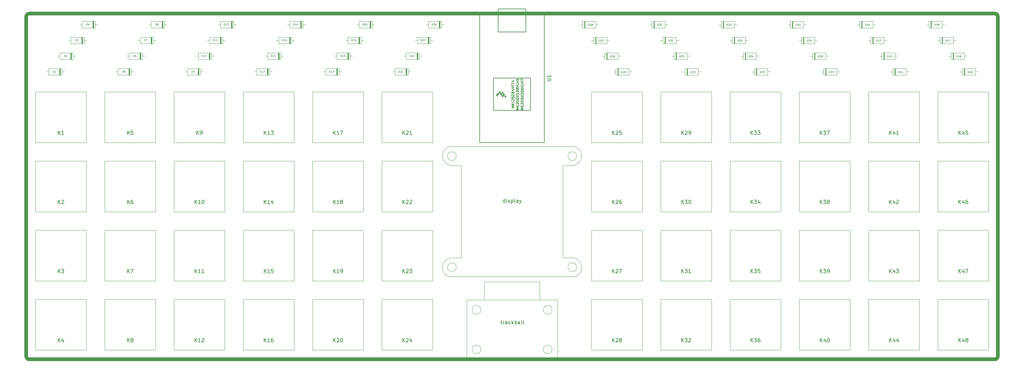
<source format=gto>
%TF.GenerationSoftware,KiCad,Pcbnew,(6.0.4-0)*%
%TF.CreationDate,2022-06-19T23:04:27+01:00*%
%TF.ProjectId,slimy,736c696d-792e-46b6-9963-61645f706362,rev?*%
%TF.SameCoordinates,Original*%
%TF.FileFunction,Legend,Top*%
%TF.FilePolarity,Positive*%
%FSLAX46Y46*%
G04 Gerber Fmt 4.6, Leading zero omitted, Abs format (unit mm)*
G04 Created by KiCad (PCBNEW (6.0.4-0)) date 2022-06-19 23:04:27*
%MOMM*%
%LPD*%
G01*
G04 APERTURE LIST*
%ADD10C,1.000000*%
%ADD11C,0.150000*%
%ADD12C,0.125000*%
%ADD13C,0.120000*%
%ADD14C,0.100000*%
%ADD15C,1.750000*%
%ADD16C,3.987800*%
%ADD17R,1.600000X1.600000*%
%ADD18O,1.600000X1.600000*%
%ADD19C,1.524000*%
%ADD20C,1.600000*%
%ADD21C,2.000000*%
G04 APERTURE END LIST*
D10*
X82082818Y-182661382D02*
X82082818Y-89169418D01*
X348423306Y-88280418D02*
X82971894Y-88280418D01*
X82971818Y-88280418D02*
G75*
G03*
X82082818Y-89169418I-18J-888982D01*
G01*
X348413324Y-183540400D02*
X82971894Y-183550382D01*
X349302324Y-182651400D02*
X349312306Y-89169418D01*
X348413324Y-183540424D02*
G75*
G03*
X349302324Y-182651400I-24J889024D01*
G01*
X82082818Y-182661382D02*
G75*
G03*
X82971818Y-183550382I888982J-18D01*
G01*
X349312282Y-89169418D02*
G75*
G03*
X348423306Y-88280418I-888982J18D01*
G01*
D11*
%TO.C,K35*%
X281411514Y-159717780D02*
X281411514Y-158717780D01*
X281982942Y-159717780D02*
X281554371Y-159146352D01*
X281982942Y-158717780D02*
X281411514Y-159289209D01*
X282316276Y-158717780D02*
X282935323Y-158717780D01*
X282601990Y-159098733D01*
X282744847Y-159098733D01*
X282840085Y-159146352D01*
X282887704Y-159193971D01*
X282935323Y-159289209D01*
X282935323Y-159527304D01*
X282887704Y-159622542D01*
X282840085Y-159670161D01*
X282744847Y-159717780D01*
X282459133Y-159717780D01*
X282363895Y-159670161D01*
X282316276Y-159622542D01*
X283840085Y-158717780D02*
X283363895Y-158717780D01*
X283316276Y-159193971D01*
X283363895Y-159146352D01*
X283459133Y-159098733D01*
X283697228Y-159098733D01*
X283792466Y-159146352D01*
X283840085Y-159193971D01*
X283887704Y-159289209D01*
X283887704Y-159527304D01*
X283840085Y-159622542D01*
X283792466Y-159670161D01*
X283697228Y-159717780D01*
X283459133Y-159717780D01*
X283363895Y-159670161D01*
X283316276Y-159622542D01*
%TO.C,K31*%
X262361514Y-159717780D02*
X262361514Y-158717780D01*
X262932942Y-159717780D02*
X262504371Y-159146352D01*
X262932942Y-158717780D02*
X262361514Y-159289209D01*
X263266276Y-158717780D02*
X263885323Y-158717780D01*
X263551990Y-159098733D01*
X263694847Y-159098733D01*
X263790085Y-159146352D01*
X263837704Y-159193971D01*
X263885323Y-159289209D01*
X263885323Y-159527304D01*
X263837704Y-159622542D01*
X263790085Y-159670161D01*
X263694847Y-159717780D01*
X263409133Y-159717780D01*
X263313895Y-159670161D01*
X263266276Y-159622542D01*
X264837704Y-159717780D02*
X264266276Y-159717780D01*
X264551990Y-159717780D02*
X264551990Y-158717780D01*
X264456752Y-158860638D01*
X264361514Y-158955876D01*
X264266276Y-159003495D01*
%TO.C,K12*%
X128501914Y-178767780D02*
X128501914Y-177767780D01*
X129073342Y-178767780D02*
X128644771Y-178196352D01*
X129073342Y-177767780D02*
X128501914Y-178339209D01*
X130025723Y-178767780D02*
X129454295Y-178767780D01*
X129740009Y-178767780D02*
X129740009Y-177767780D01*
X129644771Y-177910638D01*
X129549533Y-178005876D01*
X129454295Y-178053495D01*
X130406676Y-177863019D02*
X130454295Y-177815400D01*
X130549533Y-177767780D01*
X130787628Y-177767780D01*
X130882866Y-177815400D01*
X130930485Y-177863019D01*
X130978104Y-177958257D01*
X130978104Y-178053495D01*
X130930485Y-178196352D01*
X130359057Y-178767780D01*
X130978104Y-178767780D01*
%TO.C,K19*%
X166601914Y-159717780D02*
X166601914Y-158717780D01*
X167173342Y-159717780D02*
X166744771Y-159146352D01*
X167173342Y-158717780D02*
X166601914Y-159289209D01*
X168125723Y-159717780D02*
X167554295Y-159717780D01*
X167840009Y-159717780D02*
X167840009Y-158717780D01*
X167744771Y-158860638D01*
X167649533Y-158955876D01*
X167554295Y-159003495D01*
X168601914Y-159717780D02*
X168792390Y-159717780D01*
X168887628Y-159670161D01*
X168935247Y-159622542D01*
X169030485Y-159479685D01*
X169078104Y-159289209D01*
X169078104Y-158908257D01*
X169030485Y-158813019D01*
X168982866Y-158765400D01*
X168887628Y-158717780D01*
X168697152Y-158717780D01*
X168601914Y-158765400D01*
X168554295Y-158813019D01*
X168506676Y-158908257D01*
X168506676Y-159146352D01*
X168554295Y-159241590D01*
X168601914Y-159289209D01*
X168697152Y-159336828D01*
X168887628Y-159336828D01*
X168982866Y-159289209D01*
X169030485Y-159241590D01*
X169078104Y-159146352D01*
%TO.C,K45*%
X338561514Y-121617780D02*
X338561514Y-120617780D01*
X339132942Y-121617780D02*
X338704371Y-121046352D01*
X339132942Y-120617780D02*
X338561514Y-121189209D01*
X339990085Y-120951114D02*
X339990085Y-121617780D01*
X339751990Y-120570161D02*
X339513895Y-121284447D01*
X340132942Y-121284447D01*
X340990085Y-120617780D02*
X340513895Y-120617780D01*
X340466276Y-121093971D01*
X340513895Y-121046352D01*
X340609133Y-120998733D01*
X340847228Y-120998733D01*
X340942466Y-121046352D01*
X340990085Y-121093971D01*
X341037704Y-121189209D01*
X341037704Y-121427304D01*
X340990085Y-121522542D01*
X340942466Y-121570161D01*
X340847228Y-121617780D01*
X340609133Y-121617780D01*
X340513895Y-121570161D01*
X340466276Y-121522542D01*
%TO.C,K9*%
X128978104Y-121617780D02*
X128978104Y-120617780D01*
X129549533Y-121617780D02*
X129120961Y-121046352D01*
X129549533Y-120617780D02*
X128978104Y-121189209D01*
X130025723Y-121617780D02*
X130216200Y-121617780D01*
X130311438Y-121570161D01*
X130359057Y-121522542D01*
X130454295Y-121379685D01*
X130501914Y-121189209D01*
X130501914Y-120808257D01*
X130454295Y-120713019D01*
X130406676Y-120665400D01*
X130311438Y-120617780D01*
X130120961Y-120617780D01*
X130025723Y-120665400D01*
X129978104Y-120713019D01*
X129930485Y-120808257D01*
X129930485Y-121046352D01*
X129978104Y-121141590D01*
X130025723Y-121189209D01*
X130120961Y-121236828D01*
X130311438Y-121236828D01*
X130406676Y-121189209D01*
X130454295Y-121141590D01*
X130501914Y-121046352D01*
%TO.C,K20*%
X166601914Y-178767780D02*
X166601914Y-177767780D01*
X167173342Y-178767780D02*
X166744771Y-178196352D01*
X167173342Y-177767780D02*
X166601914Y-178339209D01*
X167554295Y-177863019D02*
X167601914Y-177815400D01*
X167697152Y-177767780D01*
X167935247Y-177767780D01*
X168030485Y-177815400D01*
X168078104Y-177863019D01*
X168125723Y-177958257D01*
X168125723Y-178053495D01*
X168078104Y-178196352D01*
X167506676Y-178767780D01*
X168125723Y-178767780D01*
X168744771Y-177767780D02*
X168840009Y-177767780D01*
X168935247Y-177815400D01*
X168982866Y-177863019D01*
X169030485Y-177958257D01*
X169078104Y-178148733D01*
X169078104Y-178386828D01*
X169030485Y-178577304D01*
X168982866Y-178672542D01*
X168935247Y-178720161D01*
X168840009Y-178767780D01*
X168744771Y-178767780D01*
X168649533Y-178720161D01*
X168601914Y-178672542D01*
X168554295Y-178577304D01*
X168506676Y-178386828D01*
X168506676Y-178148733D01*
X168554295Y-177958257D01*
X168601914Y-177863019D01*
X168649533Y-177815400D01*
X168744771Y-177767780D01*
%TO.C,K44*%
X319511514Y-178767780D02*
X319511514Y-177767780D01*
X320082942Y-178767780D02*
X319654371Y-178196352D01*
X320082942Y-177767780D02*
X319511514Y-178339209D01*
X320940085Y-178101114D02*
X320940085Y-178767780D01*
X320701990Y-177720161D02*
X320463895Y-178434447D01*
X321082942Y-178434447D01*
X321892466Y-178101114D02*
X321892466Y-178767780D01*
X321654371Y-177720161D02*
X321416276Y-178434447D01*
X322035323Y-178434447D01*
%TO.C,K4*%
X90878104Y-178767780D02*
X90878104Y-177767780D01*
X91449533Y-178767780D02*
X91020961Y-178196352D01*
X91449533Y-177767780D02*
X90878104Y-178339209D01*
X92306676Y-178101114D02*
X92306676Y-178767780D01*
X92068580Y-177720161D02*
X91830485Y-178434447D01*
X92449533Y-178434447D01*
%TO.C,K39*%
X300461514Y-159717780D02*
X300461514Y-158717780D01*
X301032942Y-159717780D02*
X300604371Y-159146352D01*
X301032942Y-158717780D02*
X300461514Y-159289209D01*
X301366276Y-158717780D02*
X301985323Y-158717780D01*
X301651990Y-159098733D01*
X301794847Y-159098733D01*
X301890085Y-159146352D01*
X301937704Y-159193971D01*
X301985323Y-159289209D01*
X301985323Y-159527304D01*
X301937704Y-159622542D01*
X301890085Y-159670161D01*
X301794847Y-159717780D01*
X301509133Y-159717780D01*
X301413895Y-159670161D01*
X301366276Y-159622542D01*
X302461514Y-159717780D02*
X302651990Y-159717780D01*
X302747228Y-159670161D01*
X302794847Y-159622542D01*
X302890085Y-159479685D01*
X302937704Y-159289209D01*
X302937704Y-158908257D01*
X302890085Y-158813019D01*
X302842466Y-158765400D01*
X302747228Y-158717780D01*
X302556752Y-158717780D01*
X302461514Y-158765400D01*
X302413895Y-158813019D01*
X302366276Y-158908257D01*
X302366276Y-159146352D01*
X302413895Y-159241590D01*
X302461514Y-159289209D01*
X302556752Y-159336828D01*
X302747228Y-159336828D01*
X302842466Y-159289209D01*
X302890085Y-159241590D01*
X302937704Y-159146352D01*
%TO.C,K5*%
X109928104Y-121617780D02*
X109928104Y-120617780D01*
X110499533Y-121617780D02*
X110070961Y-121046352D01*
X110499533Y-120617780D02*
X109928104Y-121189209D01*
X111404295Y-120617780D02*
X110928104Y-120617780D01*
X110880485Y-121093971D01*
X110928104Y-121046352D01*
X111023342Y-120998733D01*
X111261438Y-120998733D01*
X111356676Y-121046352D01*
X111404295Y-121093971D01*
X111451914Y-121189209D01*
X111451914Y-121427304D01*
X111404295Y-121522542D01*
X111356676Y-121570161D01*
X111261438Y-121617780D01*
X111023342Y-121617780D01*
X110928104Y-121570161D01*
X110880485Y-121522542D01*
%TO.C,K16*%
X147551914Y-178767780D02*
X147551914Y-177767780D01*
X148123342Y-178767780D02*
X147694771Y-178196352D01*
X148123342Y-177767780D02*
X147551914Y-178339209D01*
X149075723Y-178767780D02*
X148504295Y-178767780D01*
X148790009Y-178767780D02*
X148790009Y-177767780D01*
X148694771Y-177910638D01*
X148599533Y-178005876D01*
X148504295Y-178053495D01*
X149932866Y-177767780D02*
X149742390Y-177767780D01*
X149647152Y-177815400D01*
X149599533Y-177863019D01*
X149504295Y-178005876D01*
X149456676Y-178196352D01*
X149456676Y-178577304D01*
X149504295Y-178672542D01*
X149551914Y-178720161D01*
X149647152Y-178767780D01*
X149837628Y-178767780D01*
X149932866Y-178720161D01*
X149980485Y-178672542D01*
X150028104Y-178577304D01*
X150028104Y-178339209D01*
X149980485Y-178243971D01*
X149932866Y-178196352D01*
X149837628Y-178148733D01*
X149647152Y-178148733D01*
X149551914Y-178196352D01*
X149504295Y-178243971D01*
X149456676Y-178339209D01*
%TO.C,K47*%
X338561514Y-159717780D02*
X338561514Y-158717780D01*
X339132942Y-159717780D02*
X338704371Y-159146352D01*
X339132942Y-158717780D02*
X338561514Y-159289209D01*
X339990085Y-159051114D02*
X339990085Y-159717780D01*
X339751990Y-158670161D02*
X339513895Y-159384447D01*
X340132942Y-159384447D01*
X340418657Y-158717780D02*
X341085323Y-158717780D01*
X340656752Y-159717780D01*
%TO.C,K7*%
X109928104Y-159717780D02*
X109928104Y-158717780D01*
X110499533Y-159717780D02*
X110070961Y-159146352D01*
X110499533Y-158717780D02*
X109928104Y-159289209D01*
X110832866Y-158717780D02*
X111499533Y-158717780D01*
X111070961Y-159717780D01*
%TO.C,K24*%
X185651914Y-178767780D02*
X185651914Y-177767780D01*
X186223342Y-178767780D02*
X185794771Y-178196352D01*
X186223342Y-177767780D02*
X185651914Y-178339209D01*
X186604295Y-177863019D02*
X186651914Y-177815400D01*
X186747152Y-177767780D01*
X186985247Y-177767780D01*
X187080485Y-177815400D01*
X187128104Y-177863019D01*
X187175723Y-177958257D01*
X187175723Y-178053495D01*
X187128104Y-178196352D01*
X186556676Y-178767780D01*
X187175723Y-178767780D01*
X188032866Y-178101114D02*
X188032866Y-178767780D01*
X187794771Y-177720161D02*
X187556676Y-178434447D01*
X188175723Y-178434447D01*
%TO.C,K30*%
X262361514Y-140667780D02*
X262361514Y-139667780D01*
X262932942Y-140667780D02*
X262504371Y-140096352D01*
X262932942Y-139667780D02*
X262361514Y-140239209D01*
X263266276Y-139667780D02*
X263885323Y-139667780D01*
X263551990Y-140048733D01*
X263694847Y-140048733D01*
X263790085Y-140096352D01*
X263837704Y-140143971D01*
X263885323Y-140239209D01*
X263885323Y-140477304D01*
X263837704Y-140572542D01*
X263790085Y-140620161D01*
X263694847Y-140667780D01*
X263409133Y-140667780D01*
X263313895Y-140620161D01*
X263266276Y-140572542D01*
X264504371Y-139667780D02*
X264599609Y-139667780D01*
X264694847Y-139715400D01*
X264742466Y-139763019D01*
X264790085Y-139858257D01*
X264837704Y-140048733D01*
X264837704Y-140286828D01*
X264790085Y-140477304D01*
X264742466Y-140572542D01*
X264694847Y-140620161D01*
X264599609Y-140667780D01*
X264504371Y-140667780D01*
X264409133Y-140620161D01*
X264361514Y-140572542D01*
X264313895Y-140477304D01*
X264266276Y-140286828D01*
X264266276Y-140048733D01*
X264313895Y-139858257D01*
X264361514Y-139763019D01*
X264409133Y-139715400D01*
X264504371Y-139667780D01*
%TO.C,K41*%
X319511514Y-121617780D02*
X319511514Y-120617780D01*
X320082942Y-121617780D02*
X319654371Y-121046352D01*
X320082942Y-120617780D02*
X319511514Y-121189209D01*
X320940085Y-120951114D02*
X320940085Y-121617780D01*
X320701990Y-120570161D02*
X320463895Y-121284447D01*
X321082942Y-121284447D01*
X321987704Y-121617780D02*
X321416276Y-121617780D01*
X321701990Y-121617780D02*
X321701990Y-120617780D01*
X321606752Y-120760638D01*
X321511514Y-120855876D01*
X321416276Y-120903495D01*
%TO.C,K25*%
X243311514Y-121617780D02*
X243311514Y-120617780D01*
X243882942Y-121617780D02*
X243454371Y-121046352D01*
X243882942Y-120617780D02*
X243311514Y-121189209D01*
X244263895Y-120713019D02*
X244311514Y-120665400D01*
X244406752Y-120617780D01*
X244644847Y-120617780D01*
X244740085Y-120665400D01*
X244787704Y-120713019D01*
X244835323Y-120808257D01*
X244835323Y-120903495D01*
X244787704Y-121046352D01*
X244216276Y-121617780D01*
X244835323Y-121617780D01*
X245740085Y-120617780D02*
X245263895Y-120617780D01*
X245216276Y-121093971D01*
X245263895Y-121046352D01*
X245359133Y-120998733D01*
X245597228Y-120998733D01*
X245692466Y-121046352D01*
X245740085Y-121093971D01*
X245787704Y-121189209D01*
X245787704Y-121427304D01*
X245740085Y-121522542D01*
X245692466Y-121570161D01*
X245597228Y-121617780D01*
X245359133Y-121617780D01*
X245263895Y-121570161D01*
X245216276Y-121522542D01*
%TO.C,K6*%
X109928104Y-140667780D02*
X109928104Y-139667780D01*
X110499533Y-140667780D02*
X110070961Y-140096352D01*
X110499533Y-139667780D02*
X109928104Y-140239209D01*
X111356676Y-139667780D02*
X111166200Y-139667780D01*
X111070961Y-139715400D01*
X111023342Y-139763019D01*
X110928104Y-139905876D01*
X110880485Y-140096352D01*
X110880485Y-140477304D01*
X110928104Y-140572542D01*
X110975723Y-140620161D01*
X111070961Y-140667780D01*
X111261438Y-140667780D01*
X111356676Y-140620161D01*
X111404295Y-140572542D01*
X111451914Y-140477304D01*
X111451914Y-140239209D01*
X111404295Y-140143971D01*
X111356676Y-140096352D01*
X111261438Y-140048733D01*
X111070961Y-140048733D01*
X110975723Y-140096352D01*
X110928104Y-140143971D01*
X110880485Y-140239209D01*
%TO.C,K14*%
X147551914Y-140667780D02*
X147551914Y-139667780D01*
X148123342Y-140667780D02*
X147694771Y-140096352D01*
X148123342Y-139667780D02*
X147551914Y-140239209D01*
X149075723Y-140667780D02*
X148504295Y-140667780D01*
X148790009Y-140667780D02*
X148790009Y-139667780D01*
X148694771Y-139810638D01*
X148599533Y-139905876D01*
X148504295Y-139953495D01*
X149932866Y-140001114D02*
X149932866Y-140667780D01*
X149694771Y-139620161D02*
X149456676Y-140334447D01*
X150075723Y-140334447D01*
%TO.C,K3*%
X90878104Y-159717780D02*
X90878104Y-158717780D01*
X91449533Y-159717780D02*
X91020961Y-159146352D01*
X91449533Y-158717780D02*
X90878104Y-159289209D01*
X91782866Y-158717780D02*
X92401914Y-158717780D01*
X92068580Y-159098733D01*
X92211438Y-159098733D01*
X92306676Y-159146352D01*
X92354295Y-159193971D01*
X92401914Y-159289209D01*
X92401914Y-159527304D01*
X92354295Y-159622542D01*
X92306676Y-159670161D01*
X92211438Y-159717780D01*
X91925723Y-159717780D01*
X91830485Y-159670161D01*
X91782866Y-159622542D01*
%TO.C,K48*%
X338561514Y-178767780D02*
X338561514Y-177767780D01*
X339132942Y-178767780D02*
X338704371Y-178196352D01*
X339132942Y-177767780D02*
X338561514Y-178339209D01*
X339990085Y-178101114D02*
X339990085Y-178767780D01*
X339751990Y-177720161D02*
X339513895Y-178434447D01*
X340132942Y-178434447D01*
X340656752Y-178196352D02*
X340561514Y-178148733D01*
X340513895Y-178101114D01*
X340466276Y-178005876D01*
X340466276Y-177958257D01*
X340513895Y-177863019D01*
X340561514Y-177815400D01*
X340656752Y-177767780D01*
X340847228Y-177767780D01*
X340942466Y-177815400D01*
X340990085Y-177863019D01*
X341037704Y-177958257D01*
X341037704Y-178005876D01*
X340990085Y-178101114D01*
X340942466Y-178148733D01*
X340847228Y-178196352D01*
X340656752Y-178196352D01*
X340561514Y-178243971D01*
X340513895Y-178291590D01*
X340466276Y-178386828D01*
X340466276Y-178577304D01*
X340513895Y-178672542D01*
X340561514Y-178720161D01*
X340656752Y-178767780D01*
X340847228Y-178767780D01*
X340942466Y-178720161D01*
X340990085Y-178672542D01*
X341037704Y-178577304D01*
X341037704Y-178386828D01*
X340990085Y-178291590D01*
X340942466Y-178243971D01*
X340847228Y-178196352D01*
%TO.C,K38*%
X300461514Y-140667780D02*
X300461514Y-139667780D01*
X301032942Y-140667780D02*
X300604371Y-140096352D01*
X301032942Y-139667780D02*
X300461514Y-140239209D01*
X301366276Y-139667780D02*
X301985323Y-139667780D01*
X301651990Y-140048733D01*
X301794847Y-140048733D01*
X301890085Y-140096352D01*
X301937704Y-140143971D01*
X301985323Y-140239209D01*
X301985323Y-140477304D01*
X301937704Y-140572542D01*
X301890085Y-140620161D01*
X301794847Y-140667780D01*
X301509133Y-140667780D01*
X301413895Y-140620161D01*
X301366276Y-140572542D01*
X302556752Y-140096352D02*
X302461514Y-140048733D01*
X302413895Y-140001114D01*
X302366276Y-139905876D01*
X302366276Y-139858257D01*
X302413895Y-139763019D01*
X302461514Y-139715400D01*
X302556752Y-139667780D01*
X302747228Y-139667780D01*
X302842466Y-139715400D01*
X302890085Y-139763019D01*
X302937704Y-139858257D01*
X302937704Y-139905876D01*
X302890085Y-140001114D01*
X302842466Y-140048733D01*
X302747228Y-140096352D01*
X302556752Y-140096352D01*
X302461514Y-140143971D01*
X302413895Y-140191590D01*
X302366276Y-140286828D01*
X302366276Y-140477304D01*
X302413895Y-140572542D01*
X302461514Y-140620161D01*
X302556752Y-140667780D01*
X302747228Y-140667780D01*
X302842466Y-140620161D01*
X302890085Y-140572542D01*
X302937704Y-140477304D01*
X302937704Y-140286828D01*
X302890085Y-140191590D01*
X302842466Y-140143971D01*
X302747228Y-140096352D01*
%TO.C,K32*%
X262361514Y-178767780D02*
X262361514Y-177767780D01*
X262932942Y-178767780D02*
X262504371Y-178196352D01*
X262932942Y-177767780D02*
X262361514Y-178339209D01*
X263266276Y-177767780D02*
X263885323Y-177767780D01*
X263551990Y-178148733D01*
X263694847Y-178148733D01*
X263790085Y-178196352D01*
X263837704Y-178243971D01*
X263885323Y-178339209D01*
X263885323Y-178577304D01*
X263837704Y-178672542D01*
X263790085Y-178720161D01*
X263694847Y-178767780D01*
X263409133Y-178767780D01*
X263313895Y-178720161D01*
X263266276Y-178672542D01*
X264266276Y-177863019D02*
X264313895Y-177815400D01*
X264409133Y-177767780D01*
X264647228Y-177767780D01*
X264742466Y-177815400D01*
X264790085Y-177863019D01*
X264837704Y-177958257D01*
X264837704Y-178053495D01*
X264790085Y-178196352D01*
X264218657Y-178767780D01*
X264837704Y-178767780D01*
%TO.C,K29*%
X262361514Y-121617780D02*
X262361514Y-120617780D01*
X262932942Y-121617780D02*
X262504371Y-121046352D01*
X262932942Y-120617780D02*
X262361514Y-121189209D01*
X263313895Y-120713019D02*
X263361514Y-120665400D01*
X263456752Y-120617780D01*
X263694847Y-120617780D01*
X263790085Y-120665400D01*
X263837704Y-120713019D01*
X263885323Y-120808257D01*
X263885323Y-120903495D01*
X263837704Y-121046352D01*
X263266276Y-121617780D01*
X263885323Y-121617780D01*
X264361514Y-121617780D02*
X264551990Y-121617780D01*
X264647228Y-121570161D01*
X264694847Y-121522542D01*
X264790085Y-121379685D01*
X264837704Y-121189209D01*
X264837704Y-120808257D01*
X264790085Y-120713019D01*
X264742466Y-120665400D01*
X264647228Y-120617780D01*
X264456752Y-120617780D01*
X264361514Y-120665400D01*
X264313895Y-120713019D01*
X264266276Y-120808257D01*
X264266276Y-121046352D01*
X264313895Y-121141590D01*
X264361514Y-121189209D01*
X264456752Y-121236828D01*
X264647228Y-121236828D01*
X264742466Y-121189209D01*
X264790085Y-121141590D01*
X264837704Y-121046352D01*
%TO.C,K26*%
X243311514Y-140667780D02*
X243311514Y-139667780D01*
X243882942Y-140667780D02*
X243454371Y-140096352D01*
X243882942Y-139667780D02*
X243311514Y-140239209D01*
X244263895Y-139763019D02*
X244311514Y-139715400D01*
X244406752Y-139667780D01*
X244644847Y-139667780D01*
X244740085Y-139715400D01*
X244787704Y-139763019D01*
X244835323Y-139858257D01*
X244835323Y-139953495D01*
X244787704Y-140096352D01*
X244216276Y-140667780D01*
X244835323Y-140667780D01*
X245692466Y-139667780D02*
X245501990Y-139667780D01*
X245406752Y-139715400D01*
X245359133Y-139763019D01*
X245263895Y-139905876D01*
X245216276Y-140096352D01*
X245216276Y-140477304D01*
X245263895Y-140572542D01*
X245311514Y-140620161D01*
X245406752Y-140667780D01*
X245597228Y-140667780D01*
X245692466Y-140620161D01*
X245740085Y-140572542D01*
X245787704Y-140477304D01*
X245787704Y-140239209D01*
X245740085Y-140143971D01*
X245692466Y-140096352D01*
X245597228Y-140048733D01*
X245406752Y-140048733D01*
X245311514Y-140096352D01*
X245263895Y-140143971D01*
X245216276Y-140239209D01*
%TO.C,K10*%
X128501914Y-140667780D02*
X128501914Y-139667780D01*
X129073342Y-140667780D02*
X128644771Y-140096352D01*
X129073342Y-139667780D02*
X128501914Y-140239209D01*
X130025723Y-140667780D02*
X129454295Y-140667780D01*
X129740009Y-140667780D02*
X129740009Y-139667780D01*
X129644771Y-139810638D01*
X129549533Y-139905876D01*
X129454295Y-139953495D01*
X130644771Y-139667780D02*
X130740009Y-139667780D01*
X130835247Y-139715400D01*
X130882866Y-139763019D01*
X130930485Y-139858257D01*
X130978104Y-140048733D01*
X130978104Y-140286828D01*
X130930485Y-140477304D01*
X130882866Y-140572542D01*
X130835247Y-140620161D01*
X130740009Y-140667780D01*
X130644771Y-140667780D01*
X130549533Y-140620161D01*
X130501914Y-140572542D01*
X130454295Y-140477304D01*
X130406676Y-140286828D01*
X130406676Y-140048733D01*
X130454295Y-139858257D01*
X130501914Y-139763019D01*
X130549533Y-139715400D01*
X130644771Y-139667780D01*
%TO.C,K18*%
X166601914Y-140667780D02*
X166601914Y-139667780D01*
X167173342Y-140667780D02*
X166744771Y-140096352D01*
X167173342Y-139667780D02*
X166601914Y-140239209D01*
X168125723Y-140667780D02*
X167554295Y-140667780D01*
X167840009Y-140667780D02*
X167840009Y-139667780D01*
X167744771Y-139810638D01*
X167649533Y-139905876D01*
X167554295Y-139953495D01*
X168697152Y-140096352D02*
X168601914Y-140048733D01*
X168554295Y-140001114D01*
X168506676Y-139905876D01*
X168506676Y-139858257D01*
X168554295Y-139763019D01*
X168601914Y-139715400D01*
X168697152Y-139667780D01*
X168887628Y-139667780D01*
X168982866Y-139715400D01*
X169030485Y-139763019D01*
X169078104Y-139858257D01*
X169078104Y-139905876D01*
X169030485Y-140001114D01*
X168982866Y-140048733D01*
X168887628Y-140096352D01*
X168697152Y-140096352D01*
X168601914Y-140143971D01*
X168554295Y-140191590D01*
X168506676Y-140286828D01*
X168506676Y-140477304D01*
X168554295Y-140572542D01*
X168601914Y-140620161D01*
X168697152Y-140667780D01*
X168887628Y-140667780D01*
X168982866Y-140620161D01*
X169030485Y-140572542D01*
X169078104Y-140477304D01*
X169078104Y-140286828D01*
X169030485Y-140191590D01*
X168982866Y-140143971D01*
X168887628Y-140096352D01*
%TO.C,K43*%
X319511514Y-159717780D02*
X319511514Y-158717780D01*
X320082942Y-159717780D02*
X319654371Y-159146352D01*
X320082942Y-158717780D02*
X319511514Y-159289209D01*
X320940085Y-159051114D02*
X320940085Y-159717780D01*
X320701990Y-158670161D02*
X320463895Y-159384447D01*
X321082942Y-159384447D01*
X321368657Y-158717780D02*
X321987704Y-158717780D01*
X321654371Y-159098733D01*
X321797228Y-159098733D01*
X321892466Y-159146352D01*
X321940085Y-159193971D01*
X321987704Y-159289209D01*
X321987704Y-159527304D01*
X321940085Y-159622542D01*
X321892466Y-159670161D01*
X321797228Y-159717780D01*
X321511514Y-159717780D01*
X321416276Y-159670161D01*
X321368657Y-159622542D01*
%TO.C,K1*%
X90878104Y-121617780D02*
X90878104Y-120617780D01*
X91449533Y-121617780D02*
X91020961Y-121046352D01*
X91449533Y-120617780D02*
X90878104Y-121189209D01*
X92401914Y-121617780D02*
X91830485Y-121617780D01*
X92116200Y-121617780D02*
X92116200Y-120617780D01*
X92020961Y-120760638D01*
X91925723Y-120855876D01*
X91830485Y-120903495D01*
%TO.C,K15*%
X147551914Y-159717780D02*
X147551914Y-158717780D01*
X148123342Y-159717780D02*
X147694771Y-159146352D01*
X148123342Y-158717780D02*
X147551914Y-159289209D01*
X149075723Y-159717780D02*
X148504295Y-159717780D01*
X148790009Y-159717780D02*
X148790009Y-158717780D01*
X148694771Y-158860638D01*
X148599533Y-158955876D01*
X148504295Y-159003495D01*
X149980485Y-158717780D02*
X149504295Y-158717780D01*
X149456676Y-159193971D01*
X149504295Y-159146352D01*
X149599533Y-159098733D01*
X149837628Y-159098733D01*
X149932866Y-159146352D01*
X149980485Y-159193971D01*
X150028104Y-159289209D01*
X150028104Y-159527304D01*
X149980485Y-159622542D01*
X149932866Y-159670161D01*
X149837628Y-159717780D01*
X149599533Y-159717780D01*
X149504295Y-159670161D01*
X149456676Y-159622542D01*
%TO.C,K33*%
X281411514Y-121617780D02*
X281411514Y-120617780D01*
X281982942Y-121617780D02*
X281554371Y-121046352D01*
X281982942Y-120617780D02*
X281411514Y-121189209D01*
X282316276Y-120617780D02*
X282935323Y-120617780D01*
X282601990Y-120998733D01*
X282744847Y-120998733D01*
X282840085Y-121046352D01*
X282887704Y-121093971D01*
X282935323Y-121189209D01*
X282935323Y-121427304D01*
X282887704Y-121522542D01*
X282840085Y-121570161D01*
X282744847Y-121617780D01*
X282459133Y-121617780D01*
X282363895Y-121570161D01*
X282316276Y-121522542D01*
X283268657Y-120617780D02*
X283887704Y-120617780D01*
X283554371Y-120998733D01*
X283697228Y-120998733D01*
X283792466Y-121046352D01*
X283840085Y-121093971D01*
X283887704Y-121189209D01*
X283887704Y-121427304D01*
X283840085Y-121522542D01*
X283792466Y-121570161D01*
X283697228Y-121617780D01*
X283411514Y-121617780D01*
X283316276Y-121570161D01*
X283268657Y-121522542D01*
%TO.C,K23*%
X185651914Y-159717780D02*
X185651914Y-158717780D01*
X186223342Y-159717780D02*
X185794771Y-159146352D01*
X186223342Y-158717780D02*
X185651914Y-159289209D01*
X186604295Y-158813019D02*
X186651914Y-158765400D01*
X186747152Y-158717780D01*
X186985247Y-158717780D01*
X187080485Y-158765400D01*
X187128104Y-158813019D01*
X187175723Y-158908257D01*
X187175723Y-159003495D01*
X187128104Y-159146352D01*
X186556676Y-159717780D01*
X187175723Y-159717780D01*
X187509057Y-158717780D02*
X188128104Y-158717780D01*
X187794771Y-159098733D01*
X187937628Y-159098733D01*
X188032866Y-159146352D01*
X188080485Y-159193971D01*
X188128104Y-159289209D01*
X188128104Y-159527304D01*
X188080485Y-159622542D01*
X188032866Y-159670161D01*
X187937628Y-159717780D01*
X187651914Y-159717780D01*
X187556676Y-159670161D01*
X187509057Y-159622542D01*
%TO.C,K11*%
X128501914Y-159717780D02*
X128501914Y-158717780D01*
X129073342Y-159717780D02*
X128644771Y-159146352D01*
X129073342Y-158717780D02*
X128501914Y-159289209D01*
X130025723Y-159717780D02*
X129454295Y-159717780D01*
X129740009Y-159717780D02*
X129740009Y-158717780D01*
X129644771Y-158860638D01*
X129549533Y-158955876D01*
X129454295Y-159003495D01*
X130978104Y-159717780D02*
X130406676Y-159717780D01*
X130692390Y-159717780D02*
X130692390Y-158717780D01*
X130597152Y-158860638D01*
X130501914Y-158955876D01*
X130406676Y-159003495D01*
%TO.C,K27*%
X243311514Y-159717780D02*
X243311514Y-158717780D01*
X243882942Y-159717780D02*
X243454371Y-159146352D01*
X243882942Y-158717780D02*
X243311514Y-159289209D01*
X244263895Y-158813019D02*
X244311514Y-158765400D01*
X244406752Y-158717780D01*
X244644847Y-158717780D01*
X244740085Y-158765400D01*
X244787704Y-158813019D01*
X244835323Y-158908257D01*
X244835323Y-159003495D01*
X244787704Y-159146352D01*
X244216276Y-159717780D01*
X244835323Y-159717780D01*
X245168657Y-158717780D02*
X245835323Y-158717780D01*
X245406752Y-159717780D01*
%TO.C,K8*%
X109928104Y-178767780D02*
X109928104Y-177767780D01*
X110499533Y-178767780D02*
X110070961Y-178196352D01*
X110499533Y-177767780D02*
X109928104Y-178339209D01*
X111070961Y-178196352D02*
X110975723Y-178148733D01*
X110928104Y-178101114D01*
X110880485Y-178005876D01*
X110880485Y-177958257D01*
X110928104Y-177863019D01*
X110975723Y-177815400D01*
X111070961Y-177767780D01*
X111261438Y-177767780D01*
X111356676Y-177815400D01*
X111404295Y-177863019D01*
X111451914Y-177958257D01*
X111451914Y-178005876D01*
X111404295Y-178101114D01*
X111356676Y-178148733D01*
X111261438Y-178196352D01*
X111070961Y-178196352D01*
X110975723Y-178243971D01*
X110928104Y-178291590D01*
X110880485Y-178386828D01*
X110880485Y-178577304D01*
X110928104Y-178672542D01*
X110975723Y-178720161D01*
X111070961Y-178767780D01*
X111261438Y-178767780D01*
X111356676Y-178720161D01*
X111404295Y-178672542D01*
X111451914Y-178577304D01*
X111451914Y-178386828D01*
X111404295Y-178291590D01*
X111356676Y-178243971D01*
X111261438Y-178196352D01*
%TO.C,K2*%
X90878104Y-140667780D02*
X90878104Y-139667780D01*
X91449533Y-140667780D02*
X91020961Y-140096352D01*
X91449533Y-139667780D02*
X90878104Y-140239209D01*
X91830485Y-139763019D02*
X91878104Y-139715400D01*
X91973342Y-139667780D01*
X92211438Y-139667780D01*
X92306676Y-139715400D01*
X92354295Y-139763019D01*
X92401914Y-139858257D01*
X92401914Y-139953495D01*
X92354295Y-140096352D01*
X91782866Y-140667780D01*
X92401914Y-140667780D01*
%TO.C,K36*%
X281411514Y-178767780D02*
X281411514Y-177767780D01*
X281982942Y-178767780D02*
X281554371Y-178196352D01*
X281982942Y-177767780D02*
X281411514Y-178339209D01*
X282316276Y-177767780D02*
X282935323Y-177767780D01*
X282601990Y-178148733D01*
X282744847Y-178148733D01*
X282840085Y-178196352D01*
X282887704Y-178243971D01*
X282935323Y-178339209D01*
X282935323Y-178577304D01*
X282887704Y-178672542D01*
X282840085Y-178720161D01*
X282744847Y-178767780D01*
X282459133Y-178767780D01*
X282363895Y-178720161D01*
X282316276Y-178672542D01*
X283792466Y-177767780D02*
X283601990Y-177767780D01*
X283506752Y-177815400D01*
X283459133Y-177863019D01*
X283363895Y-178005876D01*
X283316276Y-178196352D01*
X283316276Y-178577304D01*
X283363895Y-178672542D01*
X283411514Y-178720161D01*
X283506752Y-178767780D01*
X283697228Y-178767780D01*
X283792466Y-178720161D01*
X283840085Y-178672542D01*
X283887704Y-178577304D01*
X283887704Y-178339209D01*
X283840085Y-178243971D01*
X283792466Y-178196352D01*
X283697228Y-178148733D01*
X283506752Y-178148733D01*
X283411514Y-178196352D01*
X283363895Y-178243971D01*
X283316276Y-178339209D01*
%TO.C,K13*%
X147551914Y-121617780D02*
X147551914Y-120617780D01*
X148123342Y-121617780D02*
X147694771Y-121046352D01*
X148123342Y-120617780D02*
X147551914Y-121189209D01*
X149075723Y-121617780D02*
X148504295Y-121617780D01*
X148790009Y-121617780D02*
X148790009Y-120617780D01*
X148694771Y-120760638D01*
X148599533Y-120855876D01*
X148504295Y-120903495D01*
X149409057Y-120617780D02*
X150028104Y-120617780D01*
X149694771Y-120998733D01*
X149837628Y-120998733D01*
X149932866Y-121046352D01*
X149980485Y-121093971D01*
X150028104Y-121189209D01*
X150028104Y-121427304D01*
X149980485Y-121522542D01*
X149932866Y-121570161D01*
X149837628Y-121617780D01*
X149551914Y-121617780D01*
X149456676Y-121570161D01*
X149409057Y-121522542D01*
%TO.C,K42*%
X319511514Y-140667780D02*
X319511514Y-139667780D01*
X320082942Y-140667780D02*
X319654371Y-140096352D01*
X320082942Y-139667780D02*
X319511514Y-140239209D01*
X320940085Y-140001114D02*
X320940085Y-140667780D01*
X320701990Y-139620161D02*
X320463895Y-140334447D01*
X321082942Y-140334447D01*
X321416276Y-139763019D02*
X321463895Y-139715400D01*
X321559133Y-139667780D01*
X321797228Y-139667780D01*
X321892466Y-139715400D01*
X321940085Y-139763019D01*
X321987704Y-139858257D01*
X321987704Y-139953495D01*
X321940085Y-140096352D01*
X321368657Y-140667780D01*
X321987704Y-140667780D01*
%TO.C,K34*%
X281411514Y-140667780D02*
X281411514Y-139667780D01*
X281982942Y-140667780D02*
X281554371Y-140096352D01*
X281982942Y-139667780D02*
X281411514Y-140239209D01*
X282316276Y-139667780D02*
X282935323Y-139667780D01*
X282601990Y-140048733D01*
X282744847Y-140048733D01*
X282840085Y-140096352D01*
X282887704Y-140143971D01*
X282935323Y-140239209D01*
X282935323Y-140477304D01*
X282887704Y-140572542D01*
X282840085Y-140620161D01*
X282744847Y-140667780D01*
X282459133Y-140667780D01*
X282363895Y-140620161D01*
X282316276Y-140572542D01*
X283792466Y-140001114D02*
X283792466Y-140667780D01*
X283554371Y-139620161D02*
X283316276Y-140334447D01*
X283935323Y-140334447D01*
%TO.C,K40*%
X300461514Y-178767780D02*
X300461514Y-177767780D01*
X301032942Y-178767780D02*
X300604371Y-178196352D01*
X301032942Y-177767780D02*
X300461514Y-178339209D01*
X301890085Y-178101114D02*
X301890085Y-178767780D01*
X301651990Y-177720161D02*
X301413895Y-178434447D01*
X302032942Y-178434447D01*
X302604371Y-177767780D02*
X302699609Y-177767780D01*
X302794847Y-177815400D01*
X302842466Y-177863019D01*
X302890085Y-177958257D01*
X302937704Y-178148733D01*
X302937704Y-178386828D01*
X302890085Y-178577304D01*
X302842466Y-178672542D01*
X302794847Y-178720161D01*
X302699609Y-178767780D01*
X302604371Y-178767780D01*
X302509133Y-178720161D01*
X302461514Y-178672542D01*
X302413895Y-178577304D01*
X302366276Y-178386828D01*
X302366276Y-178148733D01*
X302413895Y-177958257D01*
X302461514Y-177863019D01*
X302509133Y-177815400D01*
X302604371Y-177767780D01*
%TO.C,K37*%
X300461514Y-121617780D02*
X300461514Y-120617780D01*
X301032942Y-121617780D02*
X300604371Y-121046352D01*
X301032942Y-120617780D02*
X300461514Y-121189209D01*
X301366276Y-120617780D02*
X301985323Y-120617780D01*
X301651990Y-120998733D01*
X301794847Y-120998733D01*
X301890085Y-121046352D01*
X301937704Y-121093971D01*
X301985323Y-121189209D01*
X301985323Y-121427304D01*
X301937704Y-121522542D01*
X301890085Y-121570161D01*
X301794847Y-121617780D01*
X301509133Y-121617780D01*
X301413895Y-121570161D01*
X301366276Y-121522542D01*
X302318657Y-120617780D02*
X302985323Y-120617780D01*
X302556752Y-121617780D01*
%TO.C,K28*%
X243311514Y-178767780D02*
X243311514Y-177767780D01*
X243882942Y-178767780D02*
X243454371Y-178196352D01*
X243882942Y-177767780D02*
X243311514Y-178339209D01*
X244263895Y-177863019D02*
X244311514Y-177815400D01*
X244406752Y-177767780D01*
X244644847Y-177767780D01*
X244740085Y-177815400D01*
X244787704Y-177863019D01*
X244835323Y-177958257D01*
X244835323Y-178053495D01*
X244787704Y-178196352D01*
X244216276Y-178767780D01*
X244835323Y-178767780D01*
X245406752Y-178196352D02*
X245311514Y-178148733D01*
X245263895Y-178101114D01*
X245216276Y-178005876D01*
X245216276Y-177958257D01*
X245263895Y-177863019D01*
X245311514Y-177815400D01*
X245406752Y-177767780D01*
X245597228Y-177767780D01*
X245692466Y-177815400D01*
X245740085Y-177863019D01*
X245787704Y-177958257D01*
X245787704Y-178005876D01*
X245740085Y-178101114D01*
X245692466Y-178148733D01*
X245597228Y-178196352D01*
X245406752Y-178196352D01*
X245311514Y-178243971D01*
X245263895Y-178291590D01*
X245216276Y-178386828D01*
X245216276Y-178577304D01*
X245263895Y-178672542D01*
X245311514Y-178720161D01*
X245406752Y-178767780D01*
X245597228Y-178767780D01*
X245692466Y-178720161D01*
X245740085Y-178672542D01*
X245787704Y-178577304D01*
X245787704Y-178386828D01*
X245740085Y-178291590D01*
X245692466Y-178243971D01*
X245597228Y-178196352D01*
%TO.C,K17*%
X166601914Y-121617780D02*
X166601914Y-120617780D01*
X167173342Y-121617780D02*
X166744771Y-121046352D01*
X167173342Y-120617780D02*
X166601914Y-121189209D01*
X168125723Y-121617780D02*
X167554295Y-121617780D01*
X167840009Y-121617780D02*
X167840009Y-120617780D01*
X167744771Y-120760638D01*
X167649533Y-120855876D01*
X167554295Y-120903495D01*
X168459057Y-120617780D02*
X169125723Y-120617780D01*
X168697152Y-121617780D01*
%TO.C,K22*%
X185651914Y-140667780D02*
X185651914Y-139667780D01*
X186223342Y-140667780D02*
X185794771Y-140096352D01*
X186223342Y-139667780D02*
X185651914Y-140239209D01*
X186604295Y-139763019D02*
X186651914Y-139715400D01*
X186747152Y-139667780D01*
X186985247Y-139667780D01*
X187080485Y-139715400D01*
X187128104Y-139763019D01*
X187175723Y-139858257D01*
X187175723Y-139953495D01*
X187128104Y-140096352D01*
X186556676Y-140667780D01*
X187175723Y-140667780D01*
X187556676Y-139763019D02*
X187604295Y-139715400D01*
X187699533Y-139667780D01*
X187937628Y-139667780D01*
X188032866Y-139715400D01*
X188080485Y-139763019D01*
X188128104Y-139858257D01*
X188128104Y-139953495D01*
X188080485Y-140096352D01*
X187509057Y-140667780D01*
X188128104Y-140667780D01*
%TO.C,K21*%
X185651914Y-121617780D02*
X185651914Y-120617780D01*
X186223342Y-121617780D02*
X185794771Y-121046352D01*
X186223342Y-120617780D02*
X185651914Y-121189209D01*
X186604295Y-120713019D02*
X186651914Y-120665400D01*
X186747152Y-120617780D01*
X186985247Y-120617780D01*
X187080485Y-120665400D01*
X187128104Y-120713019D01*
X187175723Y-120808257D01*
X187175723Y-120903495D01*
X187128104Y-121046352D01*
X186556676Y-121617780D01*
X187175723Y-121617780D01*
X188128104Y-121617780D02*
X187556676Y-121617780D01*
X187842390Y-121617780D02*
X187842390Y-120617780D01*
X187747152Y-120760638D01*
X187651914Y-120855876D01*
X187556676Y-120903495D01*
%TO.C,K46*%
X338561514Y-140667780D02*
X338561514Y-139667780D01*
X339132942Y-140667780D02*
X338704371Y-140096352D01*
X339132942Y-139667780D02*
X338561514Y-140239209D01*
X339990085Y-140001114D02*
X339990085Y-140667780D01*
X339751990Y-139620161D02*
X339513895Y-140334447D01*
X340132942Y-140334447D01*
X340942466Y-139667780D02*
X340751990Y-139667780D01*
X340656752Y-139715400D01*
X340609133Y-139763019D01*
X340513895Y-139905876D01*
X340466276Y-140096352D01*
X340466276Y-140477304D01*
X340513895Y-140572542D01*
X340561514Y-140620161D01*
X340656752Y-140667780D01*
X340847228Y-140667780D01*
X340942466Y-140620161D01*
X340990085Y-140572542D01*
X341037704Y-140477304D01*
X341037704Y-140239209D01*
X340990085Y-140143971D01*
X340942466Y-140096352D01*
X340847228Y-140048733D01*
X340656752Y-140048733D01*
X340561514Y-140096352D01*
X340513895Y-140143971D01*
X340466276Y-140239209D01*
D12*
%TO.C,D26*%
X242694657Y-100255670D02*
X242694657Y-99755670D01*
X242813704Y-99755670D01*
X242885133Y-99779480D01*
X242932752Y-99827099D01*
X242956561Y-99874718D01*
X242980371Y-99969956D01*
X242980371Y-100041384D01*
X242956561Y-100136622D01*
X242932752Y-100184241D01*
X242885133Y-100231860D01*
X242813704Y-100255670D01*
X242694657Y-100255670D01*
X243170847Y-99803289D02*
X243194657Y-99779480D01*
X243242276Y-99755670D01*
X243361323Y-99755670D01*
X243408942Y-99779480D01*
X243432752Y-99803289D01*
X243456561Y-99850908D01*
X243456561Y-99898527D01*
X243432752Y-99969956D01*
X243147038Y-100255670D01*
X243456561Y-100255670D01*
X243885133Y-99755670D02*
X243789895Y-99755670D01*
X243742276Y-99779480D01*
X243718466Y-99803289D01*
X243670847Y-99874718D01*
X243647038Y-99969956D01*
X243647038Y-100160432D01*
X243670847Y-100208051D01*
X243694657Y-100231860D01*
X243742276Y-100255670D01*
X243837514Y-100255670D01*
X243885133Y-100231860D01*
X243908942Y-100208051D01*
X243932752Y-100160432D01*
X243932752Y-100041384D01*
X243908942Y-99993765D01*
X243885133Y-99969956D01*
X243837514Y-99946146D01*
X243742276Y-99946146D01*
X243694657Y-99969956D01*
X243670847Y-99993765D01*
X243647038Y-100041384D01*
%TO.C,D28*%
X236598657Y-91599350D02*
X236598657Y-91099350D01*
X236717704Y-91099350D01*
X236789133Y-91123160D01*
X236836752Y-91170779D01*
X236860561Y-91218398D01*
X236884371Y-91313636D01*
X236884371Y-91385064D01*
X236860561Y-91480302D01*
X236836752Y-91527921D01*
X236789133Y-91575540D01*
X236717704Y-91599350D01*
X236598657Y-91599350D01*
X237074847Y-91146969D02*
X237098657Y-91123160D01*
X237146276Y-91099350D01*
X237265323Y-91099350D01*
X237312942Y-91123160D01*
X237336752Y-91146969D01*
X237360561Y-91194588D01*
X237360561Y-91242207D01*
X237336752Y-91313636D01*
X237051038Y-91599350D01*
X237360561Y-91599350D01*
X237646276Y-91313636D02*
X237598657Y-91289826D01*
X237574847Y-91266017D01*
X237551038Y-91218398D01*
X237551038Y-91194588D01*
X237574847Y-91146969D01*
X237598657Y-91123160D01*
X237646276Y-91099350D01*
X237741514Y-91099350D01*
X237789133Y-91123160D01*
X237812942Y-91146969D01*
X237836752Y-91194588D01*
X237836752Y-91218398D01*
X237812942Y-91266017D01*
X237789133Y-91289826D01*
X237741514Y-91313636D01*
X237646276Y-91313636D01*
X237598657Y-91337445D01*
X237574847Y-91361255D01*
X237551038Y-91408874D01*
X237551038Y-91504112D01*
X237574847Y-91551731D01*
X237598657Y-91575540D01*
X237646276Y-91599350D01*
X237741514Y-91599350D01*
X237789133Y-91575540D01*
X237812942Y-91551731D01*
X237836752Y-91504112D01*
X237836752Y-91408874D01*
X237812942Y-91361255D01*
X237789133Y-91337445D01*
X237741514Y-91313636D01*
%TO.C,D41*%
X321942657Y-104583830D02*
X321942657Y-104083830D01*
X322061704Y-104083830D01*
X322133133Y-104107640D01*
X322180752Y-104155259D01*
X322204561Y-104202878D01*
X322228371Y-104298116D01*
X322228371Y-104369544D01*
X322204561Y-104464782D01*
X322180752Y-104512401D01*
X322133133Y-104560020D01*
X322061704Y-104583830D01*
X321942657Y-104583830D01*
X322656942Y-104250497D02*
X322656942Y-104583830D01*
X322537895Y-104060020D02*
X322418847Y-104417163D01*
X322728371Y-104417163D01*
X323180752Y-104583830D02*
X322895038Y-104583830D01*
X323037895Y-104583830D02*
X323037895Y-104083830D01*
X322990276Y-104155259D01*
X322942657Y-104202878D01*
X322895038Y-104226687D01*
%TO.C,D39*%
X296796657Y-95927510D02*
X296796657Y-95427510D01*
X296915704Y-95427510D01*
X296987133Y-95451320D01*
X297034752Y-95498939D01*
X297058561Y-95546558D01*
X297082371Y-95641796D01*
X297082371Y-95713224D01*
X297058561Y-95808462D01*
X297034752Y-95856081D01*
X296987133Y-95903700D01*
X296915704Y-95927510D01*
X296796657Y-95927510D01*
X297249038Y-95427510D02*
X297558561Y-95427510D01*
X297391895Y-95617986D01*
X297463323Y-95617986D01*
X297510942Y-95641796D01*
X297534752Y-95665605D01*
X297558561Y-95713224D01*
X297558561Y-95832272D01*
X297534752Y-95879891D01*
X297510942Y-95903700D01*
X297463323Y-95927510D01*
X297320466Y-95927510D01*
X297272847Y-95903700D01*
X297249038Y-95879891D01*
X297796657Y-95927510D02*
X297891895Y-95927510D01*
X297939514Y-95903700D01*
X297963323Y-95879891D01*
X298010942Y-95808462D01*
X298034752Y-95713224D01*
X298034752Y-95522748D01*
X298010942Y-95475129D01*
X297987133Y-95451320D01*
X297939514Y-95427510D01*
X297844276Y-95427510D01*
X297796657Y-95451320D01*
X297772847Y-95475129D01*
X297749038Y-95522748D01*
X297749038Y-95641796D01*
X297772847Y-95689415D01*
X297796657Y-95713224D01*
X297844276Y-95737034D01*
X297939514Y-95737034D01*
X297987133Y-95713224D01*
X298010942Y-95689415D01*
X298034752Y-95641796D01*
%TO.C,D33*%
X283842657Y-104583830D02*
X283842657Y-104083830D01*
X283961704Y-104083830D01*
X284033133Y-104107640D01*
X284080752Y-104155259D01*
X284104561Y-104202878D01*
X284128371Y-104298116D01*
X284128371Y-104369544D01*
X284104561Y-104464782D01*
X284080752Y-104512401D01*
X284033133Y-104560020D01*
X283961704Y-104583830D01*
X283842657Y-104583830D01*
X284295038Y-104083830D02*
X284604561Y-104083830D01*
X284437895Y-104274306D01*
X284509323Y-104274306D01*
X284556942Y-104298116D01*
X284580752Y-104321925D01*
X284604561Y-104369544D01*
X284604561Y-104488592D01*
X284580752Y-104536211D01*
X284556942Y-104560020D01*
X284509323Y-104583830D01*
X284366466Y-104583830D01*
X284318847Y-104560020D01*
X284295038Y-104536211D01*
X284771228Y-104083830D02*
X285080752Y-104083830D01*
X284914085Y-104274306D01*
X284985514Y-104274306D01*
X285033133Y-104298116D01*
X285056942Y-104321925D01*
X285080752Y-104369544D01*
X285080752Y-104488592D01*
X285056942Y-104536211D01*
X285033133Y-104560020D01*
X284985514Y-104583830D01*
X284842657Y-104583830D01*
X284795038Y-104560020D01*
X284771228Y-104536211D01*
%TO.C,D1*%
X89423152Y-104483830D02*
X89423152Y-103983830D01*
X89542200Y-103983830D01*
X89613628Y-104007640D01*
X89661247Y-104055259D01*
X89685057Y-104102878D01*
X89708866Y-104198116D01*
X89708866Y-104269544D01*
X89685057Y-104364782D01*
X89661247Y-104412401D01*
X89613628Y-104460020D01*
X89542200Y-104483830D01*
X89423152Y-104483830D01*
X90185057Y-104483830D02*
X89899342Y-104483830D01*
X90042200Y-104483830D02*
X90042200Y-103983830D01*
X89994580Y-104055259D01*
X89946961Y-104102878D01*
X89899342Y-104126687D01*
%TO.C,D47*%
X334896657Y-95927510D02*
X334896657Y-95427510D01*
X335015704Y-95427510D01*
X335087133Y-95451320D01*
X335134752Y-95498939D01*
X335158561Y-95546558D01*
X335182371Y-95641796D01*
X335182371Y-95713224D01*
X335158561Y-95808462D01*
X335134752Y-95856081D01*
X335087133Y-95903700D01*
X335015704Y-95927510D01*
X334896657Y-95927510D01*
X335610942Y-95594177D02*
X335610942Y-95927510D01*
X335491895Y-95403700D02*
X335372847Y-95760843D01*
X335682371Y-95760843D01*
X335825228Y-95427510D02*
X336158561Y-95427510D01*
X335944276Y-95927510D01*
%TO.C,D25*%
X245742657Y-104583830D02*
X245742657Y-104083830D01*
X245861704Y-104083830D01*
X245933133Y-104107640D01*
X245980752Y-104155259D01*
X246004561Y-104202878D01*
X246028371Y-104298116D01*
X246028371Y-104369544D01*
X246004561Y-104464782D01*
X245980752Y-104512401D01*
X245933133Y-104560020D01*
X245861704Y-104583830D01*
X245742657Y-104583830D01*
X246218847Y-104131449D02*
X246242657Y-104107640D01*
X246290276Y-104083830D01*
X246409323Y-104083830D01*
X246456942Y-104107640D01*
X246480752Y-104131449D01*
X246504561Y-104179068D01*
X246504561Y-104226687D01*
X246480752Y-104298116D01*
X246195038Y-104583830D01*
X246504561Y-104583830D01*
X246956942Y-104083830D02*
X246718847Y-104083830D01*
X246695038Y-104321925D01*
X246718847Y-104298116D01*
X246766466Y-104274306D01*
X246885514Y-104274306D01*
X246933133Y-104298116D01*
X246956942Y-104321925D01*
X246980752Y-104369544D01*
X246980752Y-104488592D01*
X246956942Y-104536211D01*
X246933133Y-104560020D01*
X246885514Y-104583830D01*
X246766466Y-104583830D01*
X246718847Y-104560020D01*
X246695038Y-104536211D01*
%TO.C,D45*%
X340992657Y-104583830D02*
X340992657Y-104083830D01*
X341111704Y-104083830D01*
X341183133Y-104107640D01*
X341230752Y-104155259D01*
X341254561Y-104202878D01*
X341278371Y-104298116D01*
X341278371Y-104369544D01*
X341254561Y-104464782D01*
X341230752Y-104512401D01*
X341183133Y-104560020D01*
X341111704Y-104583830D01*
X340992657Y-104583830D01*
X341706942Y-104250497D02*
X341706942Y-104583830D01*
X341587895Y-104060020D02*
X341468847Y-104417163D01*
X341778371Y-104417163D01*
X342206942Y-104083830D02*
X341968847Y-104083830D01*
X341945038Y-104321925D01*
X341968847Y-104298116D01*
X342016466Y-104274306D01*
X342135514Y-104274306D01*
X342183133Y-104298116D01*
X342206942Y-104321925D01*
X342230752Y-104369544D01*
X342230752Y-104488592D01*
X342206942Y-104536211D01*
X342183133Y-104560020D01*
X342135514Y-104583830D01*
X342016466Y-104583830D01*
X341968847Y-104560020D01*
X341945038Y-104536211D01*
%TO.C,D44*%
X312798657Y-91599350D02*
X312798657Y-91099350D01*
X312917704Y-91099350D01*
X312989133Y-91123160D01*
X313036752Y-91170779D01*
X313060561Y-91218398D01*
X313084371Y-91313636D01*
X313084371Y-91385064D01*
X313060561Y-91480302D01*
X313036752Y-91527921D01*
X312989133Y-91575540D01*
X312917704Y-91599350D01*
X312798657Y-91599350D01*
X313512942Y-91266017D02*
X313512942Y-91599350D01*
X313393895Y-91075540D02*
X313274847Y-91432683D01*
X313584371Y-91432683D01*
X313989133Y-91266017D02*
X313989133Y-91599350D01*
X313870085Y-91075540D02*
X313751038Y-91432683D01*
X314060561Y-91432683D01*
%TO.C,D8*%
X117617152Y-91499350D02*
X117617152Y-90999350D01*
X117736200Y-90999350D01*
X117807628Y-91023160D01*
X117855247Y-91070779D01*
X117879057Y-91118398D01*
X117902866Y-91213636D01*
X117902866Y-91285064D01*
X117879057Y-91380302D01*
X117855247Y-91427921D01*
X117807628Y-91475540D01*
X117736200Y-91499350D01*
X117617152Y-91499350D01*
X118188580Y-91213636D02*
X118140961Y-91189826D01*
X118117152Y-91166017D01*
X118093342Y-91118398D01*
X118093342Y-91094588D01*
X118117152Y-91046969D01*
X118140961Y-91023160D01*
X118188580Y-90999350D01*
X118283819Y-90999350D01*
X118331438Y-91023160D01*
X118355247Y-91046969D01*
X118379057Y-91094588D01*
X118379057Y-91118398D01*
X118355247Y-91166017D01*
X118331438Y-91189826D01*
X118283819Y-91213636D01*
X118188580Y-91213636D01*
X118140961Y-91237445D01*
X118117152Y-91261255D01*
X118093342Y-91308874D01*
X118093342Y-91404112D01*
X118117152Y-91451731D01*
X118140961Y-91475540D01*
X118188580Y-91499350D01*
X118283819Y-91499350D01*
X118331438Y-91475540D01*
X118355247Y-91451731D01*
X118379057Y-91404112D01*
X118379057Y-91308874D01*
X118355247Y-91261255D01*
X118331438Y-91237445D01*
X118283819Y-91213636D01*
%TO.C,D37*%
X302892657Y-104583830D02*
X302892657Y-104083830D01*
X303011704Y-104083830D01*
X303083133Y-104107640D01*
X303130752Y-104155259D01*
X303154561Y-104202878D01*
X303178371Y-104298116D01*
X303178371Y-104369544D01*
X303154561Y-104464782D01*
X303130752Y-104512401D01*
X303083133Y-104560020D01*
X303011704Y-104583830D01*
X302892657Y-104583830D01*
X303345038Y-104083830D02*
X303654561Y-104083830D01*
X303487895Y-104274306D01*
X303559323Y-104274306D01*
X303606942Y-104298116D01*
X303630752Y-104321925D01*
X303654561Y-104369544D01*
X303654561Y-104488592D01*
X303630752Y-104536211D01*
X303606942Y-104560020D01*
X303559323Y-104583830D01*
X303416466Y-104583830D01*
X303368847Y-104560020D01*
X303345038Y-104536211D01*
X303821228Y-104083830D02*
X304154561Y-104083830D01*
X303940276Y-104583830D01*
%TO.C,D13*%
X146335057Y-104483830D02*
X146335057Y-103983830D01*
X146454104Y-103983830D01*
X146525533Y-104007640D01*
X146573152Y-104055259D01*
X146596961Y-104102878D01*
X146620771Y-104198116D01*
X146620771Y-104269544D01*
X146596961Y-104364782D01*
X146573152Y-104412401D01*
X146525533Y-104460020D01*
X146454104Y-104483830D01*
X146335057Y-104483830D01*
X147096961Y-104483830D02*
X146811247Y-104483830D01*
X146954104Y-104483830D02*
X146954104Y-103983830D01*
X146906485Y-104055259D01*
X146858866Y-104102878D01*
X146811247Y-104126687D01*
X147263628Y-103983830D02*
X147573152Y-103983830D01*
X147406485Y-104174306D01*
X147477914Y-104174306D01*
X147525533Y-104198116D01*
X147549342Y-104221925D01*
X147573152Y-104269544D01*
X147573152Y-104388592D01*
X147549342Y-104436211D01*
X147525533Y-104460020D01*
X147477914Y-104483830D01*
X147335057Y-104483830D01*
X147287438Y-104460020D01*
X147263628Y-104436211D01*
%TO.C,D31*%
X258696657Y-95927510D02*
X258696657Y-95427510D01*
X258815704Y-95427510D01*
X258887133Y-95451320D01*
X258934752Y-95498939D01*
X258958561Y-95546558D01*
X258982371Y-95641796D01*
X258982371Y-95713224D01*
X258958561Y-95808462D01*
X258934752Y-95856081D01*
X258887133Y-95903700D01*
X258815704Y-95927510D01*
X258696657Y-95927510D01*
X259149038Y-95427510D02*
X259458561Y-95427510D01*
X259291895Y-95617986D01*
X259363323Y-95617986D01*
X259410942Y-95641796D01*
X259434752Y-95665605D01*
X259458561Y-95713224D01*
X259458561Y-95832272D01*
X259434752Y-95879891D01*
X259410942Y-95903700D01*
X259363323Y-95927510D01*
X259220466Y-95927510D01*
X259172847Y-95903700D01*
X259149038Y-95879891D01*
X259934752Y-95927510D02*
X259649038Y-95927510D01*
X259791895Y-95927510D02*
X259791895Y-95427510D01*
X259744276Y-95498939D01*
X259696657Y-95546558D01*
X259649038Y-95570367D01*
D11*
%TO.C,U3*%
X212580914Y-173147314D02*
X212961866Y-173147314D01*
X212723771Y-172813980D02*
X212723771Y-173671123D01*
X212771390Y-173766361D01*
X212866628Y-173813980D01*
X212961866Y-173813980D01*
X213295200Y-173813980D02*
X213295200Y-173147314D01*
X213295200Y-173337790D02*
X213342819Y-173242552D01*
X213390438Y-173194933D01*
X213485676Y-173147314D01*
X213580914Y-173147314D01*
X214342819Y-173813980D02*
X214342819Y-173290171D01*
X214295200Y-173194933D01*
X214199961Y-173147314D01*
X214009485Y-173147314D01*
X213914247Y-173194933D01*
X214342819Y-173766361D02*
X214247580Y-173813980D01*
X214009485Y-173813980D01*
X213914247Y-173766361D01*
X213866628Y-173671123D01*
X213866628Y-173575885D01*
X213914247Y-173480647D01*
X214009485Y-173433028D01*
X214247580Y-173433028D01*
X214342819Y-173385409D01*
X215247580Y-173766361D02*
X215152342Y-173813980D01*
X214961866Y-173813980D01*
X214866628Y-173766361D01*
X214819009Y-173718742D01*
X214771390Y-173623504D01*
X214771390Y-173337790D01*
X214819009Y-173242552D01*
X214866628Y-173194933D01*
X214961866Y-173147314D01*
X215152342Y-173147314D01*
X215247580Y-173194933D01*
X215676152Y-173813980D02*
X215676152Y-172813980D01*
X215771390Y-173433028D02*
X216057104Y-173813980D01*
X216057104Y-173147314D02*
X215676152Y-173528266D01*
X216485676Y-173813980D02*
X216485676Y-172813980D01*
X216485676Y-173194933D02*
X216580914Y-173147314D01*
X216771390Y-173147314D01*
X216866628Y-173194933D01*
X216914247Y-173242552D01*
X216961866Y-173337790D01*
X216961866Y-173623504D01*
X216914247Y-173718742D01*
X216866628Y-173766361D01*
X216771390Y-173813980D01*
X216580914Y-173813980D01*
X216485676Y-173766361D01*
X217819009Y-173813980D02*
X217819009Y-173290171D01*
X217771390Y-173194933D01*
X217676152Y-173147314D01*
X217485676Y-173147314D01*
X217390438Y-173194933D01*
X217819009Y-173766361D02*
X217723771Y-173813980D01*
X217485676Y-173813980D01*
X217390438Y-173766361D01*
X217342819Y-173671123D01*
X217342819Y-173575885D01*
X217390438Y-173480647D01*
X217485676Y-173433028D01*
X217723771Y-173433028D01*
X217819009Y-173385409D01*
X218438057Y-173813980D02*
X218342819Y-173766361D01*
X218295200Y-173671123D01*
X218295200Y-172813980D01*
X218961866Y-173813980D02*
X218866628Y-173766361D01*
X218819009Y-173671123D01*
X218819009Y-172813980D01*
D12*
%TO.C,D35*%
X277746657Y-95927510D02*
X277746657Y-95427510D01*
X277865704Y-95427510D01*
X277937133Y-95451320D01*
X277984752Y-95498939D01*
X278008561Y-95546558D01*
X278032371Y-95641796D01*
X278032371Y-95713224D01*
X278008561Y-95808462D01*
X277984752Y-95856081D01*
X277937133Y-95903700D01*
X277865704Y-95927510D01*
X277746657Y-95927510D01*
X278199038Y-95427510D02*
X278508561Y-95427510D01*
X278341895Y-95617986D01*
X278413323Y-95617986D01*
X278460942Y-95641796D01*
X278484752Y-95665605D01*
X278508561Y-95713224D01*
X278508561Y-95832272D01*
X278484752Y-95879891D01*
X278460942Y-95903700D01*
X278413323Y-95927510D01*
X278270466Y-95927510D01*
X278222847Y-95903700D01*
X278199038Y-95879891D01*
X278960942Y-95427510D02*
X278722847Y-95427510D01*
X278699038Y-95665605D01*
X278722847Y-95641796D01*
X278770466Y-95617986D01*
X278889514Y-95617986D01*
X278937133Y-95641796D01*
X278960942Y-95665605D01*
X278984752Y-95713224D01*
X278984752Y-95832272D01*
X278960942Y-95879891D01*
X278937133Y-95903700D01*
X278889514Y-95927510D01*
X278770466Y-95927510D01*
X278722847Y-95903700D01*
X278699038Y-95879891D01*
%TO.C,D11*%
X133381057Y-95827510D02*
X133381057Y-95327510D01*
X133500104Y-95327510D01*
X133571533Y-95351320D01*
X133619152Y-95398939D01*
X133642961Y-95446558D01*
X133666771Y-95541796D01*
X133666771Y-95613224D01*
X133642961Y-95708462D01*
X133619152Y-95756081D01*
X133571533Y-95803700D01*
X133500104Y-95827510D01*
X133381057Y-95827510D01*
X134142961Y-95827510D02*
X133857247Y-95827510D01*
X134000104Y-95827510D02*
X134000104Y-95327510D01*
X133952485Y-95398939D01*
X133904866Y-95446558D01*
X133857247Y-95470367D01*
X134619152Y-95827510D02*
X134333438Y-95827510D01*
X134476295Y-95827510D02*
X134476295Y-95327510D01*
X134428676Y-95398939D01*
X134381057Y-95446558D01*
X134333438Y-95470367D01*
%TO.C,D34*%
X280794657Y-100255670D02*
X280794657Y-99755670D01*
X280913704Y-99755670D01*
X280985133Y-99779480D01*
X281032752Y-99827099D01*
X281056561Y-99874718D01*
X281080371Y-99969956D01*
X281080371Y-100041384D01*
X281056561Y-100136622D01*
X281032752Y-100184241D01*
X280985133Y-100231860D01*
X280913704Y-100255670D01*
X280794657Y-100255670D01*
X281247038Y-99755670D02*
X281556561Y-99755670D01*
X281389895Y-99946146D01*
X281461323Y-99946146D01*
X281508942Y-99969956D01*
X281532752Y-99993765D01*
X281556561Y-100041384D01*
X281556561Y-100160432D01*
X281532752Y-100208051D01*
X281508942Y-100231860D01*
X281461323Y-100255670D01*
X281318466Y-100255670D01*
X281270847Y-100231860D01*
X281247038Y-100208051D01*
X281985133Y-99922337D02*
X281985133Y-100255670D01*
X281866085Y-99731860D02*
X281747038Y-100089003D01*
X282056561Y-100089003D01*
%TO.C,D19*%
X171481057Y-95827510D02*
X171481057Y-95327510D01*
X171600104Y-95327510D01*
X171671533Y-95351320D01*
X171719152Y-95398939D01*
X171742961Y-95446558D01*
X171766771Y-95541796D01*
X171766771Y-95613224D01*
X171742961Y-95708462D01*
X171719152Y-95756081D01*
X171671533Y-95803700D01*
X171600104Y-95827510D01*
X171481057Y-95827510D01*
X172242961Y-95827510D02*
X171957247Y-95827510D01*
X172100104Y-95827510D02*
X172100104Y-95327510D01*
X172052485Y-95398939D01*
X172004866Y-95446558D01*
X171957247Y-95470367D01*
X172481057Y-95827510D02*
X172576295Y-95827510D01*
X172623914Y-95803700D01*
X172647723Y-95779891D01*
X172695342Y-95708462D01*
X172719152Y-95613224D01*
X172719152Y-95422748D01*
X172695342Y-95375129D01*
X172671533Y-95351320D01*
X172623914Y-95327510D01*
X172528676Y-95327510D01*
X172481057Y-95351320D01*
X172457247Y-95375129D01*
X172433438Y-95422748D01*
X172433438Y-95541796D01*
X172457247Y-95589415D01*
X172481057Y-95613224D01*
X172528676Y-95637034D01*
X172623914Y-95637034D01*
X172671533Y-95613224D01*
X172695342Y-95589415D01*
X172719152Y-95541796D01*
%TO.C,D29*%
X264792657Y-104583830D02*
X264792657Y-104083830D01*
X264911704Y-104083830D01*
X264983133Y-104107640D01*
X265030752Y-104155259D01*
X265054561Y-104202878D01*
X265078371Y-104298116D01*
X265078371Y-104369544D01*
X265054561Y-104464782D01*
X265030752Y-104512401D01*
X264983133Y-104560020D01*
X264911704Y-104583830D01*
X264792657Y-104583830D01*
X265268847Y-104131449D02*
X265292657Y-104107640D01*
X265340276Y-104083830D01*
X265459323Y-104083830D01*
X265506942Y-104107640D01*
X265530752Y-104131449D01*
X265554561Y-104179068D01*
X265554561Y-104226687D01*
X265530752Y-104298116D01*
X265245038Y-104583830D01*
X265554561Y-104583830D01*
X265792657Y-104583830D02*
X265887895Y-104583830D01*
X265935514Y-104560020D01*
X265959323Y-104536211D01*
X266006942Y-104464782D01*
X266030752Y-104369544D01*
X266030752Y-104179068D01*
X266006942Y-104131449D01*
X265983133Y-104107640D01*
X265935514Y-104083830D01*
X265840276Y-104083830D01*
X265792657Y-104107640D01*
X265768847Y-104131449D01*
X265745038Y-104179068D01*
X265745038Y-104298116D01*
X265768847Y-104345735D01*
X265792657Y-104369544D01*
X265840276Y-104393354D01*
X265935514Y-104393354D01*
X265983133Y-104369544D01*
X266006942Y-104345735D01*
X266030752Y-104298116D01*
%TO.C,D2*%
X92471152Y-100155670D02*
X92471152Y-99655670D01*
X92590200Y-99655670D01*
X92661628Y-99679480D01*
X92709247Y-99727099D01*
X92733057Y-99774718D01*
X92756866Y-99869956D01*
X92756866Y-99941384D01*
X92733057Y-100036622D01*
X92709247Y-100084241D01*
X92661628Y-100131860D01*
X92590200Y-100155670D01*
X92471152Y-100155670D01*
X92947342Y-99703289D02*
X92971152Y-99679480D01*
X93018771Y-99655670D01*
X93137819Y-99655670D01*
X93185438Y-99679480D01*
X93209247Y-99703289D01*
X93233057Y-99750908D01*
X93233057Y-99798527D01*
X93209247Y-99869956D01*
X92923533Y-100155670D01*
X93233057Y-100155670D01*
%TO.C,D6*%
X111521152Y-100155670D02*
X111521152Y-99655670D01*
X111640200Y-99655670D01*
X111711628Y-99679480D01*
X111759247Y-99727099D01*
X111783057Y-99774718D01*
X111806866Y-99869956D01*
X111806866Y-99941384D01*
X111783057Y-100036622D01*
X111759247Y-100084241D01*
X111711628Y-100131860D01*
X111640200Y-100155670D01*
X111521152Y-100155670D01*
X112235438Y-99655670D02*
X112140200Y-99655670D01*
X112092580Y-99679480D01*
X112068771Y-99703289D01*
X112021152Y-99774718D01*
X111997342Y-99869956D01*
X111997342Y-100060432D01*
X112021152Y-100108051D01*
X112044961Y-100131860D01*
X112092580Y-100155670D01*
X112187819Y-100155670D01*
X112235438Y-100131860D01*
X112259247Y-100108051D01*
X112283057Y-100060432D01*
X112283057Y-99941384D01*
X112259247Y-99893765D01*
X112235438Y-99869956D01*
X112187819Y-99846146D01*
X112092580Y-99846146D01*
X112044961Y-99869956D01*
X112021152Y-99893765D01*
X111997342Y-99941384D01*
%TO.C,D10*%
X130333057Y-100155670D02*
X130333057Y-99655670D01*
X130452104Y-99655670D01*
X130523533Y-99679480D01*
X130571152Y-99727099D01*
X130594961Y-99774718D01*
X130618771Y-99869956D01*
X130618771Y-99941384D01*
X130594961Y-100036622D01*
X130571152Y-100084241D01*
X130523533Y-100131860D01*
X130452104Y-100155670D01*
X130333057Y-100155670D01*
X131094961Y-100155670D02*
X130809247Y-100155670D01*
X130952104Y-100155670D02*
X130952104Y-99655670D01*
X130904485Y-99727099D01*
X130856866Y-99774718D01*
X130809247Y-99798527D01*
X131404485Y-99655670D02*
X131452104Y-99655670D01*
X131499723Y-99679480D01*
X131523533Y-99703289D01*
X131547342Y-99750908D01*
X131571152Y-99846146D01*
X131571152Y-99965194D01*
X131547342Y-100060432D01*
X131523533Y-100108051D01*
X131499723Y-100131860D01*
X131452104Y-100155670D01*
X131404485Y-100155670D01*
X131356866Y-100131860D01*
X131333057Y-100108051D01*
X131309247Y-100060432D01*
X131285438Y-99965194D01*
X131285438Y-99846146D01*
X131309247Y-99750908D01*
X131333057Y-99703289D01*
X131356866Y-99679480D01*
X131404485Y-99655670D01*
%TO.C,D9*%
X127523152Y-104483830D02*
X127523152Y-103983830D01*
X127642200Y-103983830D01*
X127713628Y-104007640D01*
X127761247Y-104055259D01*
X127785057Y-104102878D01*
X127808866Y-104198116D01*
X127808866Y-104269544D01*
X127785057Y-104364782D01*
X127761247Y-104412401D01*
X127713628Y-104460020D01*
X127642200Y-104483830D01*
X127523152Y-104483830D01*
X128046961Y-104483830D02*
X128142200Y-104483830D01*
X128189819Y-104460020D01*
X128213628Y-104436211D01*
X128261247Y-104364782D01*
X128285057Y-104269544D01*
X128285057Y-104079068D01*
X128261247Y-104031449D01*
X128237438Y-104007640D01*
X128189819Y-103983830D01*
X128094580Y-103983830D01*
X128046961Y-104007640D01*
X128023152Y-104031449D01*
X127999342Y-104079068D01*
X127999342Y-104198116D01*
X128023152Y-104245735D01*
X128046961Y-104269544D01*
X128094580Y-104293354D01*
X128189819Y-104293354D01*
X128237438Y-104269544D01*
X128261247Y-104245735D01*
X128285057Y-104198116D01*
%TO.C,D38*%
X299844657Y-100255670D02*
X299844657Y-99755670D01*
X299963704Y-99755670D01*
X300035133Y-99779480D01*
X300082752Y-99827099D01*
X300106561Y-99874718D01*
X300130371Y-99969956D01*
X300130371Y-100041384D01*
X300106561Y-100136622D01*
X300082752Y-100184241D01*
X300035133Y-100231860D01*
X299963704Y-100255670D01*
X299844657Y-100255670D01*
X300297038Y-99755670D02*
X300606561Y-99755670D01*
X300439895Y-99946146D01*
X300511323Y-99946146D01*
X300558942Y-99969956D01*
X300582752Y-99993765D01*
X300606561Y-100041384D01*
X300606561Y-100160432D01*
X300582752Y-100208051D01*
X300558942Y-100231860D01*
X300511323Y-100255670D01*
X300368466Y-100255670D01*
X300320847Y-100231860D01*
X300297038Y-100208051D01*
X300892276Y-99969956D02*
X300844657Y-99946146D01*
X300820847Y-99922337D01*
X300797038Y-99874718D01*
X300797038Y-99850908D01*
X300820847Y-99803289D01*
X300844657Y-99779480D01*
X300892276Y-99755670D01*
X300987514Y-99755670D01*
X301035133Y-99779480D01*
X301058942Y-99803289D01*
X301082752Y-99850908D01*
X301082752Y-99874718D01*
X301058942Y-99922337D01*
X301035133Y-99946146D01*
X300987514Y-99969956D01*
X300892276Y-99969956D01*
X300844657Y-99993765D01*
X300820847Y-100017575D01*
X300797038Y-100065194D01*
X300797038Y-100160432D01*
X300820847Y-100208051D01*
X300844657Y-100231860D01*
X300892276Y-100255670D01*
X300987514Y-100255670D01*
X301035133Y-100231860D01*
X301058942Y-100208051D01*
X301082752Y-100160432D01*
X301082752Y-100065194D01*
X301058942Y-100017575D01*
X301035133Y-99993765D01*
X300987514Y-99969956D01*
%TO.C,D20*%
X174529057Y-91499350D02*
X174529057Y-90999350D01*
X174648104Y-90999350D01*
X174719533Y-91023160D01*
X174767152Y-91070779D01*
X174790961Y-91118398D01*
X174814771Y-91213636D01*
X174814771Y-91285064D01*
X174790961Y-91380302D01*
X174767152Y-91427921D01*
X174719533Y-91475540D01*
X174648104Y-91499350D01*
X174529057Y-91499350D01*
X175005247Y-91046969D02*
X175029057Y-91023160D01*
X175076676Y-90999350D01*
X175195723Y-90999350D01*
X175243342Y-91023160D01*
X175267152Y-91046969D01*
X175290961Y-91094588D01*
X175290961Y-91142207D01*
X175267152Y-91213636D01*
X174981438Y-91499350D01*
X175290961Y-91499350D01*
X175600485Y-90999350D02*
X175648104Y-90999350D01*
X175695723Y-91023160D01*
X175719533Y-91046969D01*
X175743342Y-91094588D01*
X175767152Y-91189826D01*
X175767152Y-91308874D01*
X175743342Y-91404112D01*
X175719533Y-91451731D01*
X175695723Y-91475540D01*
X175648104Y-91499350D01*
X175600485Y-91499350D01*
X175552866Y-91475540D01*
X175529057Y-91451731D01*
X175505247Y-91404112D01*
X175481438Y-91308874D01*
X175481438Y-91189826D01*
X175505247Y-91094588D01*
X175529057Y-91046969D01*
X175552866Y-91023160D01*
X175600485Y-90999350D01*
%TO.C,D21*%
X184435057Y-104483830D02*
X184435057Y-103983830D01*
X184554104Y-103983830D01*
X184625533Y-104007640D01*
X184673152Y-104055259D01*
X184696961Y-104102878D01*
X184720771Y-104198116D01*
X184720771Y-104269544D01*
X184696961Y-104364782D01*
X184673152Y-104412401D01*
X184625533Y-104460020D01*
X184554104Y-104483830D01*
X184435057Y-104483830D01*
X184911247Y-104031449D02*
X184935057Y-104007640D01*
X184982676Y-103983830D01*
X185101723Y-103983830D01*
X185149342Y-104007640D01*
X185173152Y-104031449D01*
X185196961Y-104079068D01*
X185196961Y-104126687D01*
X185173152Y-104198116D01*
X184887438Y-104483830D01*
X185196961Y-104483830D01*
X185673152Y-104483830D02*
X185387438Y-104483830D01*
X185530295Y-104483830D02*
X185530295Y-103983830D01*
X185482676Y-104055259D01*
X185435057Y-104102878D01*
X185387438Y-104126687D01*
%TO.C,D23*%
X190531057Y-95827510D02*
X190531057Y-95327510D01*
X190650104Y-95327510D01*
X190721533Y-95351320D01*
X190769152Y-95398939D01*
X190792961Y-95446558D01*
X190816771Y-95541796D01*
X190816771Y-95613224D01*
X190792961Y-95708462D01*
X190769152Y-95756081D01*
X190721533Y-95803700D01*
X190650104Y-95827510D01*
X190531057Y-95827510D01*
X191007247Y-95375129D02*
X191031057Y-95351320D01*
X191078676Y-95327510D01*
X191197723Y-95327510D01*
X191245342Y-95351320D01*
X191269152Y-95375129D01*
X191292961Y-95422748D01*
X191292961Y-95470367D01*
X191269152Y-95541796D01*
X190983438Y-95827510D01*
X191292961Y-95827510D01*
X191459628Y-95327510D02*
X191769152Y-95327510D01*
X191602485Y-95517986D01*
X191673914Y-95517986D01*
X191721533Y-95541796D01*
X191745342Y-95565605D01*
X191769152Y-95613224D01*
X191769152Y-95732272D01*
X191745342Y-95779891D01*
X191721533Y-95803700D01*
X191673914Y-95827510D01*
X191531057Y-95827510D01*
X191483438Y-95803700D01*
X191459628Y-95779891D01*
%TO.C,D15*%
X152431057Y-95827510D02*
X152431057Y-95327510D01*
X152550104Y-95327510D01*
X152621533Y-95351320D01*
X152669152Y-95398939D01*
X152692961Y-95446558D01*
X152716771Y-95541796D01*
X152716771Y-95613224D01*
X152692961Y-95708462D01*
X152669152Y-95756081D01*
X152621533Y-95803700D01*
X152550104Y-95827510D01*
X152431057Y-95827510D01*
X153192961Y-95827510D02*
X152907247Y-95827510D01*
X153050104Y-95827510D02*
X153050104Y-95327510D01*
X153002485Y-95398939D01*
X152954866Y-95446558D01*
X152907247Y-95470367D01*
X153645342Y-95327510D02*
X153407247Y-95327510D01*
X153383438Y-95565605D01*
X153407247Y-95541796D01*
X153454866Y-95517986D01*
X153573914Y-95517986D01*
X153621533Y-95541796D01*
X153645342Y-95565605D01*
X153669152Y-95613224D01*
X153669152Y-95732272D01*
X153645342Y-95779891D01*
X153621533Y-95803700D01*
X153573914Y-95827510D01*
X153454866Y-95827510D01*
X153407247Y-95803700D01*
X153383438Y-95779891D01*
%TO.C,D46*%
X337944657Y-100255670D02*
X337944657Y-99755670D01*
X338063704Y-99755670D01*
X338135133Y-99779480D01*
X338182752Y-99827099D01*
X338206561Y-99874718D01*
X338230371Y-99969956D01*
X338230371Y-100041384D01*
X338206561Y-100136622D01*
X338182752Y-100184241D01*
X338135133Y-100231860D01*
X338063704Y-100255670D01*
X337944657Y-100255670D01*
X338658942Y-99922337D02*
X338658942Y-100255670D01*
X338539895Y-99731860D02*
X338420847Y-100089003D01*
X338730371Y-100089003D01*
X339135133Y-99755670D02*
X339039895Y-99755670D01*
X338992276Y-99779480D01*
X338968466Y-99803289D01*
X338920847Y-99874718D01*
X338897038Y-99969956D01*
X338897038Y-100160432D01*
X338920847Y-100208051D01*
X338944657Y-100231860D01*
X338992276Y-100255670D01*
X339087514Y-100255670D01*
X339135133Y-100231860D01*
X339158942Y-100208051D01*
X339182752Y-100160432D01*
X339182752Y-100041384D01*
X339158942Y-99993765D01*
X339135133Y-99969956D01*
X339087514Y-99946146D01*
X338992276Y-99946146D01*
X338944657Y-99969956D01*
X338920847Y-99993765D01*
X338897038Y-100041384D01*
D11*
%TO.C,U1*%
X225307580Y-106832304D02*
X226117104Y-106832304D01*
X226212342Y-106784685D01*
X226259961Y-106737066D01*
X226307580Y-106641828D01*
X226307580Y-106451352D01*
X226259961Y-106356114D01*
X226212342Y-106308495D01*
X226117104Y-106260876D01*
X225307580Y-106260876D01*
X226307580Y-105260876D02*
X226307580Y-105832304D01*
X226307580Y-105546590D02*
X225307580Y-105546590D01*
X225450438Y-105641828D01*
X225545676Y-105737066D01*
X225593295Y-105832304D01*
X217555866Y-114742066D02*
X216855866Y-114742066D01*
X217355866Y-114508733D01*
X216855866Y-114275400D01*
X217555866Y-114275400D01*
X217555866Y-113942066D02*
X216855866Y-113942066D01*
X217555866Y-113542066D02*
X217155866Y-113842066D01*
X216855866Y-113542066D02*
X217255866Y-113942066D01*
X216922533Y-113275400D02*
X216889200Y-113242066D01*
X216855866Y-113175400D01*
X216855866Y-113008733D01*
X216889200Y-112942066D01*
X216922533Y-112908733D01*
X216989200Y-112875400D01*
X217055866Y-112875400D01*
X217155866Y-112908733D01*
X217555866Y-113308733D01*
X217555866Y-112875400D01*
X216855866Y-112442066D02*
X216855866Y-112375400D01*
X216889200Y-112308733D01*
X216922533Y-112275400D01*
X216989200Y-112242066D01*
X217122533Y-112208733D01*
X217289200Y-112208733D01*
X217422533Y-112242066D01*
X217489200Y-112275400D01*
X217522533Y-112308733D01*
X217555866Y-112375400D01*
X217555866Y-112442066D01*
X217522533Y-112508733D01*
X217489200Y-112542066D01*
X217422533Y-112575400D01*
X217289200Y-112608733D01*
X217122533Y-112608733D01*
X216989200Y-112575400D01*
X216922533Y-112542066D01*
X216889200Y-112508733D01*
X216855866Y-112442066D01*
X217555866Y-111908733D02*
X216855866Y-111908733D01*
X216855866Y-111742066D01*
X216889200Y-111642066D01*
X216955866Y-111575400D01*
X217022533Y-111542066D01*
X217155866Y-111508733D01*
X217255866Y-111508733D01*
X217389200Y-111542066D01*
X217455866Y-111575400D01*
X217522533Y-111642066D01*
X217555866Y-111742066D01*
X217555866Y-111908733D01*
X216855866Y-111275400D02*
X217555866Y-110808733D01*
X216855866Y-110808733D02*
X217555866Y-111275400D01*
X217555866Y-110175400D02*
X217555866Y-110575400D01*
X217555866Y-110375400D02*
X216855866Y-110375400D01*
X216955866Y-110442066D01*
X217022533Y-110508733D01*
X217055866Y-110575400D01*
X216922533Y-109908733D02*
X216889200Y-109875400D01*
X216855866Y-109808733D01*
X216855866Y-109642066D01*
X216889200Y-109575400D01*
X216922533Y-109542066D01*
X216989200Y-109508733D01*
X217055866Y-109508733D01*
X217155866Y-109542066D01*
X217555866Y-109942066D01*
X217555866Y-109508733D01*
X217155866Y-109108733D02*
X217122533Y-109175400D01*
X217089200Y-109208733D01*
X217022533Y-109242066D01*
X216989200Y-109242066D01*
X216922533Y-109208733D01*
X216889200Y-109175400D01*
X216855866Y-109108733D01*
X216855866Y-108975400D01*
X216889200Y-108908733D01*
X216922533Y-108875400D01*
X216989200Y-108842066D01*
X217022533Y-108842066D01*
X217089200Y-108875400D01*
X217122533Y-108908733D01*
X217155866Y-108975400D01*
X217155866Y-109108733D01*
X217189200Y-109175400D01*
X217222533Y-109208733D01*
X217289200Y-109242066D01*
X217422533Y-109242066D01*
X217489200Y-109208733D01*
X217522533Y-109175400D01*
X217555866Y-109108733D01*
X217555866Y-108975400D01*
X217522533Y-108908733D01*
X217489200Y-108875400D01*
X217422533Y-108842066D01*
X217289200Y-108842066D01*
X217222533Y-108875400D01*
X217189200Y-108908733D01*
X217155866Y-108975400D01*
X216855866Y-108642066D02*
X217555866Y-108408733D01*
X216855866Y-108175400D01*
X217555866Y-107608733D02*
X217555866Y-107942066D01*
X216855866Y-107942066D01*
X217555866Y-107375400D02*
X216855866Y-107375400D01*
X217189200Y-107375400D02*
X217189200Y-106975400D01*
X217555866Y-106975400D02*
X216855866Y-106975400D01*
X216855866Y-106308733D02*
X216855866Y-106642066D01*
X217189200Y-106675400D01*
X217155866Y-106642066D01*
X217122533Y-106575400D01*
X217122533Y-106408733D01*
X217155866Y-106342066D01*
X217189200Y-106308733D01*
X217255866Y-106275400D01*
X217422533Y-106275400D01*
X217489200Y-106308733D01*
X217522533Y-106342066D01*
X217555866Y-106408733D01*
X217555866Y-106575400D01*
X217522533Y-106642066D01*
X217489200Y-106675400D01*
X216285866Y-114258733D02*
X215585866Y-114258733D01*
X216085866Y-114025400D01*
X215585866Y-113792066D01*
X216285866Y-113792066D01*
X216285866Y-113458733D02*
X215585866Y-113458733D01*
X216285866Y-113058733D02*
X215885866Y-113358733D01*
X215585866Y-113058733D02*
X215985866Y-113458733D01*
X216285866Y-112425400D02*
X216285866Y-112758733D01*
X215585866Y-112758733D01*
X215652533Y-112225400D02*
X215619200Y-112192066D01*
X215585866Y-112125400D01*
X215585866Y-111958733D01*
X215619200Y-111892066D01*
X215652533Y-111858733D01*
X215719200Y-111825400D01*
X215785866Y-111825400D01*
X215885866Y-111858733D01*
X216285866Y-112258733D01*
X216285866Y-111825400D01*
X215585866Y-111225400D02*
X215585866Y-111358733D01*
X215619200Y-111425400D01*
X215652533Y-111458733D01*
X215752533Y-111525400D01*
X215885866Y-111558733D01*
X216152533Y-111558733D01*
X216219200Y-111525400D01*
X216252533Y-111492066D01*
X216285866Y-111425400D01*
X216285866Y-111292066D01*
X216252533Y-111225400D01*
X216219200Y-111192066D01*
X216152533Y-111158733D01*
X215985866Y-111158733D01*
X215919200Y-111192066D01*
X215885866Y-111225400D01*
X215852533Y-111292066D01*
X215852533Y-111425400D01*
X215885866Y-111492066D01*
X215919200Y-111525400D01*
X215985866Y-111558733D01*
X215585866Y-110925400D02*
X215585866Y-110458733D01*
X216285866Y-110925400D01*
X216285866Y-110458733D01*
X215585866Y-109892066D02*
X215585866Y-110025400D01*
X215619200Y-110092066D01*
X215652533Y-110125400D01*
X215752533Y-110192066D01*
X215885866Y-110225400D01*
X216152533Y-110225400D01*
X216219200Y-110192066D01*
X216252533Y-110158733D01*
X216285866Y-110092066D01*
X216285866Y-109958733D01*
X216252533Y-109892066D01*
X216219200Y-109858733D01*
X216152533Y-109825400D01*
X215985866Y-109825400D01*
X215919200Y-109858733D01*
X215885866Y-109892066D01*
X215852533Y-109958733D01*
X215852533Y-110092066D01*
X215885866Y-110158733D01*
X215919200Y-110192066D01*
X215985866Y-110225400D01*
X215819200Y-109225400D02*
X216285866Y-109225400D01*
X215552533Y-109392066D02*
X216052533Y-109558733D01*
X216052533Y-109125400D01*
X215585866Y-108958733D02*
X216285866Y-108725400D01*
X215585866Y-108492066D01*
X215919200Y-108025400D02*
X215919200Y-108258733D01*
X216285866Y-108258733D02*
X215585866Y-108258733D01*
X215585866Y-107925400D01*
X215585866Y-107758733D02*
X215585866Y-107358733D01*
X216285866Y-107558733D02*
X215585866Y-107558733D01*
X215819200Y-106825400D02*
X216285866Y-106825400D01*
X215552533Y-106992066D02*
X216052533Y-107158733D01*
X216052533Y-106725400D01*
X218825866Y-114742066D02*
X218125866Y-114742066D01*
X218625866Y-114508733D01*
X218125866Y-114275400D01*
X218825866Y-114275400D01*
X218825866Y-113942066D02*
X218125866Y-113942066D01*
X218825866Y-113542066D02*
X218425866Y-113842066D01*
X218125866Y-113542066D02*
X218525866Y-113942066D01*
X218192533Y-113275400D02*
X218159200Y-113242066D01*
X218125866Y-113175400D01*
X218125866Y-113008733D01*
X218159200Y-112942066D01*
X218192533Y-112908733D01*
X218259200Y-112875400D01*
X218325866Y-112875400D01*
X218425866Y-112908733D01*
X218825866Y-113308733D01*
X218825866Y-112875400D01*
X218125866Y-112442066D02*
X218125866Y-112375400D01*
X218159200Y-112308733D01*
X218192533Y-112275400D01*
X218259200Y-112242066D01*
X218392533Y-112208733D01*
X218559200Y-112208733D01*
X218692533Y-112242066D01*
X218759200Y-112275400D01*
X218792533Y-112308733D01*
X218825866Y-112375400D01*
X218825866Y-112442066D01*
X218792533Y-112508733D01*
X218759200Y-112542066D01*
X218692533Y-112575400D01*
X218559200Y-112608733D01*
X218392533Y-112608733D01*
X218259200Y-112575400D01*
X218192533Y-112542066D01*
X218159200Y-112508733D01*
X218125866Y-112442066D01*
X218825866Y-111908733D02*
X218125866Y-111908733D01*
X218125866Y-111742066D01*
X218159200Y-111642066D01*
X218225866Y-111575400D01*
X218292533Y-111542066D01*
X218425866Y-111508733D01*
X218525866Y-111508733D01*
X218659200Y-111542066D01*
X218725866Y-111575400D01*
X218792533Y-111642066D01*
X218825866Y-111742066D01*
X218825866Y-111908733D01*
X218125866Y-111275400D02*
X218825866Y-110808733D01*
X218125866Y-110808733D02*
X218825866Y-111275400D01*
X218192533Y-110575400D02*
X218159200Y-110542066D01*
X218125866Y-110475400D01*
X218125866Y-110308733D01*
X218159200Y-110242066D01*
X218192533Y-110208733D01*
X218259200Y-110175400D01*
X218325866Y-110175400D01*
X218425866Y-110208733D01*
X218825866Y-110608733D01*
X218825866Y-110175400D01*
X218125866Y-109542066D02*
X218125866Y-109875400D01*
X218459200Y-109908733D01*
X218425866Y-109875400D01*
X218392533Y-109808733D01*
X218392533Y-109642066D01*
X218425866Y-109575400D01*
X218459200Y-109542066D01*
X218525866Y-109508733D01*
X218692533Y-109508733D01*
X218759200Y-109542066D01*
X218792533Y-109575400D01*
X218825866Y-109642066D01*
X218825866Y-109808733D01*
X218792533Y-109875400D01*
X218759200Y-109908733D01*
X218125866Y-108908733D02*
X218125866Y-109042066D01*
X218159200Y-109108733D01*
X218192533Y-109142066D01*
X218292533Y-109208733D01*
X218425866Y-109242066D01*
X218692533Y-109242066D01*
X218759200Y-109208733D01*
X218792533Y-109175400D01*
X218825866Y-109108733D01*
X218825866Y-108975400D01*
X218792533Y-108908733D01*
X218759200Y-108875400D01*
X218692533Y-108842066D01*
X218525866Y-108842066D01*
X218459200Y-108875400D01*
X218425866Y-108908733D01*
X218392533Y-108975400D01*
X218392533Y-109108733D01*
X218425866Y-109175400D01*
X218459200Y-109208733D01*
X218525866Y-109242066D01*
X218125866Y-108642066D02*
X218825866Y-108408733D01*
X218125866Y-108175400D01*
X218825866Y-107608733D02*
X218825866Y-107942066D01*
X218125866Y-107942066D01*
X218825866Y-107375400D02*
X218125866Y-107375400D01*
X218459200Y-107375400D02*
X218459200Y-106975400D01*
X218825866Y-106975400D02*
X218125866Y-106975400D01*
X218125866Y-106708733D02*
X218125866Y-106242066D01*
X218825866Y-106542066D01*
%TO.C,U2*%
X213719009Y-140312140D02*
X213719009Y-139312140D01*
X213719009Y-140264521D02*
X213623771Y-140312140D01*
X213433295Y-140312140D01*
X213338057Y-140264521D01*
X213290438Y-140216902D01*
X213242819Y-140121664D01*
X213242819Y-139835950D01*
X213290438Y-139740712D01*
X213338057Y-139693093D01*
X213433295Y-139645474D01*
X213623771Y-139645474D01*
X213719009Y-139693093D01*
X214195200Y-140312140D02*
X214195200Y-139645474D01*
X214195200Y-139312140D02*
X214147580Y-139359760D01*
X214195200Y-139407379D01*
X214242819Y-139359760D01*
X214195200Y-139312140D01*
X214195200Y-139407379D01*
X214623771Y-140264521D02*
X214719009Y-140312140D01*
X214909485Y-140312140D01*
X215004723Y-140264521D01*
X215052342Y-140169283D01*
X215052342Y-140121664D01*
X215004723Y-140026426D01*
X214909485Y-139978807D01*
X214766628Y-139978807D01*
X214671390Y-139931188D01*
X214623771Y-139835950D01*
X214623771Y-139788331D01*
X214671390Y-139693093D01*
X214766628Y-139645474D01*
X214909485Y-139645474D01*
X215004723Y-139693093D01*
X215480914Y-139645474D02*
X215480914Y-140645474D01*
X215480914Y-139693093D02*
X215576152Y-139645474D01*
X215766628Y-139645474D01*
X215861866Y-139693093D01*
X215909485Y-139740712D01*
X215957104Y-139835950D01*
X215957104Y-140121664D01*
X215909485Y-140216902D01*
X215861866Y-140264521D01*
X215766628Y-140312140D01*
X215576152Y-140312140D01*
X215480914Y-140264521D01*
X216528533Y-140312140D02*
X216433295Y-140264521D01*
X216385676Y-140169283D01*
X216385676Y-139312140D01*
X217338057Y-140312140D02*
X217338057Y-139788331D01*
X217290438Y-139693093D01*
X217195200Y-139645474D01*
X217004723Y-139645474D01*
X216909485Y-139693093D01*
X217338057Y-140264521D02*
X217242819Y-140312140D01*
X217004723Y-140312140D01*
X216909485Y-140264521D01*
X216861866Y-140169283D01*
X216861866Y-140074045D01*
X216909485Y-139978807D01*
X217004723Y-139931188D01*
X217242819Y-139931188D01*
X217338057Y-139883569D01*
X217719009Y-139645474D02*
X217957104Y-140312140D01*
X218195200Y-139645474D02*
X217957104Y-140312140D01*
X217861866Y-140550236D01*
X217814247Y-140597855D01*
X217719009Y-140645474D01*
D12*
%TO.C,D4*%
X98567152Y-91499350D02*
X98567152Y-90999350D01*
X98686200Y-90999350D01*
X98757628Y-91023160D01*
X98805247Y-91070779D01*
X98829057Y-91118398D01*
X98852866Y-91213636D01*
X98852866Y-91285064D01*
X98829057Y-91380302D01*
X98805247Y-91427921D01*
X98757628Y-91475540D01*
X98686200Y-91499350D01*
X98567152Y-91499350D01*
X99281438Y-91166017D02*
X99281438Y-91499350D01*
X99162390Y-90975540D02*
X99043342Y-91332683D01*
X99352866Y-91332683D01*
%TO.C,D42*%
X318894657Y-100255670D02*
X318894657Y-99755670D01*
X319013704Y-99755670D01*
X319085133Y-99779480D01*
X319132752Y-99827099D01*
X319156561Y-99874718D01*
X319180371Y-99969956D01*
X319180371Y-100041384D01*
X319156561Y-100136622D01*
X319132752Y-100184241D01*
X319085133Y-100231860D01*
X319013704Y-100255670D01*
X318894657Y-100255670D01*
X319608942Y-99922337D02*
X319608942Y-100255670D01*
X319489895Y-99731860D02*
X319370847Y-100089003D01*
X319680371Y-100089003D01*
X319847038Y-99803289D02*
X319870847Y-99779480D01*
X319918466Y-99755670D01*
X320037514Y-99755670D01*
X320085133Y-99779480D01*
X320108942Y-99803289D01*
X320132752Y-99850908D01*
X320132752Y-99898527D01*
X320108942Y-99969956D01*
X319823228Y-100255670D01*
X320132752Y-100255670D01*
%TO.C,D5*%
X108473152Y-104483830D02*
X108473152Y-103983830D01*
X108592200Y-103983830D01*
X108663628Y-104007640D01*
X108711247Y-104055259D01*
X108735057Y-104102878D01*
X108758866Y-104198116D01*
X108758866Y-104269544D01*
X108735057Y-104364782D01*
X108711247Y-104412401D01*
X108663628Y-104460020D01*
X108592200Y-104483830D01*
X108473152Y-104483830D01*
X109211247Y-103983830D02*
X108973152Y-103983830D01*
X108949342Y-104221925D01*
X108973152Y-104198116D01*
X109020771Y-104174306D01*
X109139819Y-104174306D01*
X109187438Y-104198116D01*
X109211247Y-104221925D01*
X109235057Y-104269544D01*
X109235057Y-104388592D01*
X109211247Y-104436211D01*
X109187438Y-104460020D01*
X109139819Y-104483830D01*
X109020771Y-104483830D01*
X108973152Y-104460020D01*
X108949342Y-104436211D01*
%TO.C,D12*%
X136429057Y-91499350D02*
X136429057Y-90999350D01*
X136548104Y-90999350D01*
X136619533Y-91023160D01*
X136667152Y-91070779D01*
X136690961Y-91118398D01*
X136714771Y-91213636D01*
X136714771Y-91285064D01*
X136690961Y-91380302D01*
X136667152Y-91427921D01*
X136619533Y-91475540D01*
X136548104Y-91499350D01*
X136429057Y-91499350D01*
X137190961Y-91499350D02*
X136905247Y-91499350D01*
X137048104Y-91499350D02*
X137048104Y-90999350D01*
X137000485Y-91070779D01*
X136952866Y-91118398D01*
X136905247Y-91142207D01*
X137381438Y-91046969D02*
X137405247Y-91023160D01*
X137452866Y-90999350D01*
X137571914Y-90999350D01*
X137619533Y-91023160D01*
X137643342Y-91046969D01*
X137667152Y-91094588D01*
X137667152Y-91142207D01*
X137643342Y-91213636D01*
X137357628Y-91499350D01*
X137667152Y-91499350D01*
%TO.C,D40*%
X293748657Y-91599350D02*
X293748657Y-91099350D01*
X293867704Y-91099350D01*
X293939133Y-91123160D01*
X293986752Y-91170779D01*
X294010561Y-91218398D01*
X294034371Y-91313636D01*
X294034371Y-91385064D01*
X294010561Y-91480302D01*
X293986752Y-91527921D01*
X293939133Y-91575540D01*
X293867704Y-91599350D01*
X293748657Y-91599350D01*
X294462942Y-91266017D02*
X294462942Y-91599350D01*
X294343895Y-91075540D02*
X294224847Y-91432683D01*
X294534371Y-91432683D01*
X294820085Y-91099350D02*
X294867704Y-91099350D01*
X294915323Y-91123160D01*
X294939133Y-91146969D01*
X294962942Y-91194588D01*
X294986752Y-91289826D01*
X294986752Y-91408874D01*
X294962942Y-91504112D01*
X294939133Y-91551731D01*
X294915323Y-91575540D01*
X294867704Y-91599350D01*
X294820085Y-91599350D01*
X294772466Y-91575540D01*
X294748657Y-91551731D01*
X294724847Y-91504112D01*
X294701038Y-91408874D01*
X294701038Y-91289826D01*
X294724847Y-91194588D01*
X294748657Y-91146969D01*
X294772466Y-91123160D01*
X294820085Y-91099350D01*
%TO.C,D18*%
X168433057Y-100155670D02*
X168433057Y-99655670D01*
X168552104Y-99655670D01*
X168623533Y-99679480D01*
X168671152Y-99727099D01*
X168694961Y-99774718D01*
X168718771Y-99869956D01*
X168718771Y-99941384D01*
X168694961Y-100036622D01*
X168671152Y-100084241D01*
X168623533Y-100131860D01*
X168552104Y-100155670D01*
X168433057Y-100155670D01*
X169194961Y-100155670D02*
X168909247Y-100155670D01*
X169052104Y-100155670D02*
X169052104Y-99655670D01*
X169004485Y-99727099D01*
X168956866Y-99774718D01*
X168909247Y-99798527D01*
X169480676Y-99869956D02*
X169433057Y-99846146D01*
X169409247Y-99822337D01*
X169385438Y-99774718D01*
X169385438Y-99750908D01*
X169409247Y-99703289D01*
X169433057Y-99679480D01*
X169480676Y-99655670D01*
X169575914Y-99655670D01*
X169623533Y-99679480D01*
X169647342Y-99703289D01*
X169671152Y-99750908D01*
X169671152Y-99774718D01*
X169647342Y-99822337D01*
X169623533Y-99846146D01*
X169575914Y-99869956D01*
X169480676Y-99869956D01*
X169433057Y-99893765D01*
X169409247Y-99917575D01*
X169385438Y-99965194D01*
X169385438Y-100060432D01*
X169409247Y-100108051D01*
X169433057Y-100131860D01*
X169480676Y-100155670D01*
X169575914Y-100155670D01*
X169623533Y-100131860D01*
X169647342Y-100108051D01*
X169671152Y-100060432D01*
X169671152Y-99965194D01*
X169647342Y-99917575D01*
X169623533Y-99893765D01*
X169575914Y-99869956D01*
%TO.C,D48*%
X331848657Y-91599350D02*
X331848657Y-91099350D01*
X331967704Y-91099350D01*
X332039133Y-91123160D01*
X332086752Y-91170779D01*
X332110561Y-91218398D01*
X332134371Y-91313636D01*
X332134371Y-91385064D01*
X332110561Y-91480302D01*
X332086752Y-91527921D01*
X332039133Y-91575540D01*
X331967704Y-91599350D01*
X331848657Y-91599350D01*
X332562942Y-91266017D02*
X332562942Y-91599350D01*
X332443895Y-91075540D02*
X332324847Y-91432683D01*
X332634371Y-91432683D01*
X332896276Y-91313636D02*
X332848657Y-91289826D01*
X332824847Y-91266017D01*
X332801038Y-91218398D01*
X332801038Y-91194588D01*
X332824847Y-91146969D01*
X332848657Y-91123160D01*
X332896276Y-91099350D01*
X332991514Y-91099350D01*
X333039133Y-91123160D01*
X333062942Y-91146969D01*
X333086752Y-91194588D01*
X333086752Y-91218398D01*
X333062942Y-91266017D01*
X333039133Y-91289826D01*
X332991514Y-91313636D01*
X332896276Y-91313636D01*
X332848657Y-91337445D01*
X332824847Y-91361255D01*
X332801038Y-91408874D01*
X332801038Y-91504112D01*
X332824847Y-91551731D01*
X332848657Y-91575540D01*
X332896276Y-91599350D01*
X332991514Y-91599350D01*
X333039133Y-91575540D01*
X333062942Y-91551731D01*
X333086752Y-91504112D01*
X333086752Y-91408874D01*
X333062942Y-91361255D01*
X333039133Y-91337445D01*
X332991514Y-91313636D01*
%TO.C,D3*%
X95519152Y-95827510D02*
X95519152Y-95327510D01*
X95638200Y-95327510D01*
X95709628Y-95351320D01*
X95757247Y-95398939D01*
X95781057Y-95446558D01*
X95804866Y-95541796D01*
X95804866Y-95613224D01*
X95781057Y-95708462D01*
X95757247Y-95756081D01*
X95709628Y-95803700D01*
X95638200Y-95827510D01*
X95519152Y-95827510D01*
X95971533Y-95327510D02*
X96281057Y-95327510D01*
X96114390Y-95517986D01*
X96185819Y-95517986D01*
X96233438Y-95541796D01*
X96257247Y-95565605D01*
X96281057Y-95613224D01*
X96281057Y-95732272D01*
X96257247Y-95779891D01*
X96233438Y-95803700D01*
X96185819Y-95827510D01*
X96042961Y-95827510D01*
X95995342Y-95803700D01*
X95971533Y-95779891D01*
%TO.C,D27*%
X239646657Y-95927510D02*
X239646657Y-95427510D01*
X239765704Y-95427510D01*
X239837133Y-95451320D01*
X239884752Y-95498939D01*
X239908561Y-95546558D01*
X239932371Y-95641796D01*
X239932371Y-95713224D01*
X239908561Y-95808462D01*
X239884752Y-95856081D01*
X239837133Y-95903700D01*
X239765704Y-95927510D01*
X239646657Y-95927510D01*
X240122847Y-95475129D02*
X240146657Y-95451320D01*
X240194276Y-95427510D01*
X240313323Y-95427510D01*
X240360942Y-95451320D01*
X240384752Y-95475129D01*
X240408561Y-95522748D01*
X240408561Y-95570367D01*
X240384752Y-95641796D01*
X240099038Y-95927510D01*
X240408561Y-95927510D01*
X240575228Y-95427510D02*
X240908561Y-95427510D01*
X240694276Y-95927510D01*
%TO.C,D22*%
X187483057Y-100155670D02*
X187483057Y-99655670D01*
X187602104Y-99655670D01*
X187673533Y-99679480D01*
X187721152Y-99727099D01*
X187744961Y-99774718D01*
X187768771Y-99869956D01*
X187768771Y-99941384D01*
X187744961Y-100036622D01*
X187721152Y-100084241D01*
X187673533Y-100131860D01*
X187602104Y-100155670D01*
X187483057Y-100155670D01*
X187959247Y-99703289D02*
X187983057Y-99679480D01*
X188030676Y-99655670D01*
X188149723Y-99655670D01*
X188197342Y-99679480D01*
X188221152Y-99703289D01*
X188244961Y-99750908D01*
X188244961Y-99798527D01*
X188221152Y-99869956D01*
X187935438Y-100155670D01*
X188244961Y-100155670D01*
X188435438Y-99703289D02*
X188459247Y-99679480D01*
X188506866Y-99655670D01*
X188625914Y-99655670D01*
X188673533Y-99679480D01*
X188697342Y-99703289D01*
X188721152Y-99750908D01*
X188721152Y-99798527D01*
X188697342Y-99869956D01*
X188411628Y-100155670D01*
X188721152Y-100155670D01*
%TO.C,D7*%
X114569152Y-95827510D02*
X114569152Y-95327510D01*
X114688200Y-95327510D01*
X114759628Y-95351320D01*
X114807247Y-95398939D01*
X114831057Y-95446558D01*
X114854866Y-95541796D01*
X114854866Y-95613224D01*
X114831057Y-95708462D01*
X114807247Y-95756081D01*
X114759628Y-95803700D01*
X114688200Y-95827510D01*
X114569152Y-95827510D01*
X115021533Y-95327510D02*
X115354866Y-95327510D01*
X115140580Y-95827510D01*
%TO.C,D14*%
X149383057Y-100155670D02*
X149383057Y-99655670D01*
X149502104Y-99655670D01*
X149573533Y-99679480D01*
X149621152Y-99727099D01*
X149644961Y-99774718D01*
X149668771Y-99869956D01*
X149668771Y-99941384D01*
X149644961Y-100036622D01*
X149621152Y-100084241D01*
X149573533Y-100131860D01*
X149502104Y-100155670D01*
X149383057Y-100155670D01*
X150144961Y-100155670D02*
X149859247Y-100155670D01*
X150002104Y-100155670D02*
X150002104Y-99655670D01*
X149954485Y-99727099D01*
X149906866Y-99774718D01*
X149859247Y-99798527D01*
X150573533Y-99822337D02*
X150573533Y-100155670D01*
X150454485Y-99631860D02*
X150335438Y-99989003D01*
X150644961Y-99989003D01*
%TO.C,D43*%
X315846657Y-95927510D02*
X315846657Y-95427510D01*
X315965704Y-95427510D01*
X316037133Y-95451320D01*
X316084752Y-95498939D01*
X316108561Y-95546558D01*
X316132371Y-95641796D01*
X316132371Y-95713224D01*
X316108561Y-95808462D01*
X316084752Y-95856081D01*
X316037133Y-95903700D01*
X315965704Y-95927510D01*
X315846657Y-95927510D01*
X316560942Y-95594177D02*
X316560942Y-95927510D01*
X316441895Y-95403700D02*
X316322847Y-95760843D01*
X316632371Y-95760843D01*
X316775228Y-95427510D02*
X317084752Y-95427510D01*
X316918085Y-95617986D01*
X316989514Y-95617986D01*
X317037133Y-95641796D01*
X317060942Y-95665605D01*
X317084752Y-95713224D01*
X317084752Y-95832272D01*
X317060942Y-95879891D01*
X317037133Y-95903700D01*
X316989514Y-95927510D01*
X316846657Y-95927510D01*
X316799038Y-95903700D01*
X316775228Y-95879891D01*
%TO.C,D36*%
X274698657Y-91599350D02*
X274698657Y-91099350D01*
X274817704Y-91099350D01*
X274889133Y-91123160D01*
X274936752Y-91170779D01*
X274960561Y-91218398D01*
X274984371Y-91313636D01*
X274984371Y-91385064D01*
X274960561Y-91480302D01*
X274936752Y-91527921D01*
X274889133Y-91575540D01*
X274817704Y-91599350D01*
X274698657Y-91599350D01*
X275151038Y-91099350D02*
X275460561Y-91099350D01*
X275293895Y-91289826D01*
X275365323Y-91289826D01*
X275412942Y-91313636D01*
X275436752Y-91337445D01*
X275460561Y-91385064D01*
X275460561Y-91504112D01*
X275436752Y-91551731D01*
X275412942Y-91575540D01*
X275365323Y-91599350D01*
X275222466Y-91599350D01*
X275174847Y-91575540D01*
X275151038Y-91551731D01*
X275889133Y-91099350D02*
X275793895Y-91099350D01*
X275746276Y-91123160D01*
X275722466Y-91146969D01*
X275674847Y-91218398D01*
X275651038Y-91313636D01*
X275651038Y-91504112D01*
X275674847Y-91551731D01*
X275698657Y-91575540D01*
X275746276Y-91599350D01*
X275841514Y-91599350D01*
X275889133Y-91575540D01*
X275912942Y-91551731D01*
X275936752Y-91504112D01*
X275936752Y-91385064D01*
X275912942Y-91337445D01*
X275889133Y-91313636D01*
X275841514Y-91289826D01*
X275746276Y-91289826D01*
X275698657Y-91313636D01*
X275674847Y-91337445D01*
X275651038Y-91385064D01*
%TO.C,D17*%
X165385057Y-104483830D02*
X165385057Y-103983830D01*
X165504104Y-103983830D01*
X165575533Y-104007640D01*
X165623152Y-104055259D01*
X165646961Y-104102878D01*
X165670771Y-104198116D01*
X165670771Y-104269544D01*
X165646961Y-104364782D01*
X165623152Y-104412401D01*
X165575533Y-104460020D01*
X165504104Y-104483830D01*
X165385057Y-104483830D01*
X166146961Y-104483830D02*
X165861247Y-104483830D01*
X166004104Y-104483830D02*
X166004104Y-103983830D01*
X165956485Y-104055259D01*
X165908866Y-104102878D01*
X165861247Y-104126687D01*
X166313628Y-103983830D02*
X166646961Y-103983830D01*
X166432676Y-104483830D01*
%TO.C,D16*%
X155479057Y-91499350D02*
X155479057Y-90999350D01*
X155598104Y-90999350D01*
X155669533Y-91023160D01*
X155717152Y-91070779D01*
X155740961Y-91118398D01*
X155764771Y-91213636D01*
X155764771Y-91285064D01*
X155740961Y-91380302D01*
X155717152Y-91427921D01*
X155669533Y-91475540D01*
X155598104Y-91499350D01*
X155479057Y-91499350D01*
X156240961Y-91499350D02*
X155955247Y-91499350D01*
X156098104Y-91499350D02*
X156098104Y-90999350D01*
X156050485Y-91070779D01*
X156002866Y-91118398D01*
X155955247Y-91142207D01*
X156669533Y-90999350D02*
X156574295Y-90999350D01*
X156526676Y-91023160D01*
X156502866Y-91046969D01*
X156455247Y-91118398D01*
X156431438Y-91213636D01*
X156431438Y-91404112D01*
X156455247Y-91451731D01*
X156479057Y-91475540D01*
X156526676Y-91499350D01*
X156621914Y-91499350D01*
X156669533Y-91475540D01*
X156693342Y-91451731D01*
X156717152Y-91404112D01*
X156717152Y-91285064D01*
X156693342Y-91237445D01*
X156669533Y-91213636D01*
X156621914Y-91189826D01*
X156526676Y-91189826D01*
X156479057Y-91213636D01*
X156455247Y-91237445D01*
X156431438Y-91285064D01*
%TO.C,D24*%
X193579057Y-91499350D02*
X193579057Y-90999350D01*
X193698104Y-90999350D01*
X193769533Y-91023160D01*
X193817152Y-91070779D01*
X193840961Y-91118398D01*
X193864771Y-91213636D01*
X193864771Y-91285064D01*
X193840961Y-91380302D01*
X193817152Y-91427921D01*
X193769533Y-91475540D01*
X193698104Y-91499350D01*
X193579057Y-91499350D01*
X194055247Y-91046969D02*
X194079057Y-91023160D01*
X194126676Y-90999350D01*
X194245723Y-90999350D01*
X194293342Y-91023160D01*
X194317152Y-91046969D01*
X194340961Y-91094588D01*
X194340961Y-91142207D01*
X194317152Y-91213636D01*
X194031438Y-91499350D01*
X194340961Y-91499350D01*
X194769533Y-91166017D02*
X194769533Y-91499350D01*
X194650485Y-90975540D02*
X194531438Y-91332683D01*
X194840961Y-91332683D01*
%TO.C,D30*%
X261744657Y-100255670D02*
X261744657Y-99755670D01*
X261863704Y-99755670D01*
X261935133Y-99779480D01*
X261982752Y-99827099D01*
X262006561Y-99874718D01*
X262030371Y-99969956D01*
X262030371Y-100041384D01*
X262006561Y-100136622D01*
X261982752Y-100184241D01*
X261935133Y-100231860D01*
X261863704Y-100255670D01*
X261744657Y-100255670D01*
X262197038Y-99755670D02*
X262506561Y-99755670D01*
X262339895Y-99946146D01*
X262411323Y-99946146D01*
X262458942Y-99969956D01*
X262482752Y-99993765D01*
X262506561Y-100041384D01*
X262506561Y-100160432D01*
X262482752Y-100208051D01*
X262458942Y-100231860D01*
X262411323Y-100255670D01*
X262268466Y-100255670D01*
X262220847Y-100231860D01*
X262197038Y-100208051D01*
X262816085Y-99755670D02*
X262863704Y-99755670D01*
X262911323Y-99779480D01*
X262935133Y-99803289D01*
X262958942Y-99850908D01*
X262982752Y-99946146D01*
X262982752Y-100065194D01*
X262958942Y-100160432D01*
X262935133Y-100208051D01*
X262911323Y-100231860D01*
X262863704Y-100255670D01*
X262816085Y-100255670D01*
X262768466Y-100231860D01*
X262744657Y-100208051D01*
X262720847Y-100160432D01*
X262697038Y-100065194D01*
X262697038Y-99946146D01*
X262720847Y-99850908D01*
X262744657Y-99803289D01*
X262768466Y-99779480D01*
X262816085Y-99755670D01*
%TO.C,D32*%
X255648657Y-91599350D02*
X255648657Y-91099350D01*
X255767704Y-91099350D01*
X255839133Y-91123160D01*
X255886752Y-91170779D01*
X255910561Y-91218398D01*
X255934371Y-91313636D01*
X255934371Y-91385064D01*
X255910561Y-91480302D01*
X255886752Y-91527921D01*
X255839133Y-91575540D01*
X255767704Y-91599350D01*
X255648657Y-91599350D01*
X256101038Y-91099350D02*
X256410561Y-91099350D01*
X256243895Y-91289826D01*
X256315323Y-91289826D01*
X256362942Y-91313636D01*
X256386752Y-91337445D01*
X256410561Y-91385064D01*
X256410561Y-91504112D01*
X256386752Y-91551731D01*
X256362942Y-91575540D01*
X256315323Y-91599350D01*
X256172466Y-91599350D01*
X256124847Y-91575540D01*
X256101038Y-91551731D01*
X256601038Y-91146969D02*
X256624847Y-91123160D01*
X256672466Y-91099350D01*
X256791514Y-91099350D01*
X256839133Y-91123160D01*
X256862942Y-91146969D01*
X256886752Y-91194588D01*
X256886752Y-91242207D01*
X256862942Y-91313636D01*
X256577228Y-91599350D01*
X256886752Y-91599350D01*
D13*
%TO.C,K35*%
X275590800Y-161950400D02*
X275590800Y-147980400D01*
X275590800Y-147980400D02*
X289560800Y-147980400D01*
X289560800Y-147980400D02*
X289560800Y-161950400D01*
X289560800Y-161950400D02*
X275590800Y-161950400D01*
%TO.C,K31*%
X256540800Y-161950400D02*
X256540800Y-147980400D01*
X256540800Y-147980400D02*
X270510800Y-147980400D01*
X270510800Y-147980400D02*
X270510800Y-161950400D01*
X270510800Y-161950400D02*
X256540800Y-161950400D01*
%TO.C,K12*%
X122681200Y-181000400D02*
X122681200Y-167030400D01*
X122681200Y-167030400D02*
X136651200Y-167030400D01*
X136651200Y-167030400D02*
X136651200Y-181000400D01*
X136651200Y-181000400D02*
X122681200Y-181000400D01*
%TO.C,K19*%
X160781200Y-161950400D02*
X160781200Y-147980400D01*
X160781200Y-147980400D02*
X174751200Y-147980400D01*
X174751200Y-147980400D02*
X174751200Y-161950400D01*
X174751200Y-161950400D02*
X160781200Y-161950400D01*
%TO.C,K45*%
X332740800Y-123850400D02*
X332740800Y-109880400D01*
X332740800Y-109880400D02*
X346710800Y-109880400D01*
X346710800Y-109880400D02*
X346710800Y-123850400D01*
X346710800Y-123850400D02*
X332740800Y-123850400D01*
%TO.C,K9*%
X122681200Y-123850400D02*
X122681200Y-109880400D01*
X122681200Y-109880400D02*
X136651200Y-109880400D01*
X136651200Y-109880400D02*
X136651200Y-123850400D01*
X136651200Y-123850400D02*
X122681200Y-123850400D01*
%TO.C,K20*%
X160781200Y-181000400D02*
X160781200Y-167030400D01*
X160781200Y-167030400D02*
X174751200Y-167030400D01*
X174751200Y-167030400D02*
X174751200Y-181000400D01*
X174751200Y-181000400D02*
X160781200Y-181000400D01*
%TO.C,K44*%
X313690800Y-181000400D02*
X313690800Y-167030400D01*
X313690800Y-167030400D02*
X327660800Y-167030400D01*
X327660800Y-167030400D02*
X327660800Y-181000400D01*
X327660800Y-181000400D02*
X313690800Y-181000400D01*
%TO.C,K4*%
X84581200Y-181000400D02*
X84581200Y-167030400D01*
X84581200Y-167030400D02*
X98551200Y-167030400D01*
X98551200Y-167030400D02*
X98551200Y-181000400D01*
X98551200Y-181000400D02*
X84581200Y-181000400D01*
%TO.C,K39*%
X294640800Y-161950400D02*
X294640800Y-147980400D01*
X294640800Y-147980400D02*
X308610800Y-147980400D01*
X308610800Y-147980400D02*
X308610800Y-161950400D01*
X308610800Y-161950400D02*
X294640800Y-161950400D01*
%TO.C,K5*%
X103631200Y-123850400D02*
X103631200Y-109880400D01*
X103631200Y-109880400D02*
X117601200Y-109880400D01*
X117601200Y-109880400D02*
X117601200Y-123850400D01*
X117601200Y-123850400D02*
X103631200Y-123850400D01*
%TO.C,K16*%
X141731200Y-181000400D02*
X141731200Y-167030400D01*
X141731200Y-167030400D02*
X155701200Y-167030400D01*
X155701200Y-167030400D02*
X155701200Y-181000400D01*
X155701200Y-181000400D02*
X141731200Y-181000400D01*
%TO.C,K47*%
X332740800Y-161950400D02*
X332740800Y-147980400D01*
X332740800Y-147980400D02*
X346710800Y-147980400D01*
X346710800Y-147980400D02*
X346710800Y-161950400D01*
X346710800Y-161950400D02*
X332740800Y-161950400D01*
%TO.C,K7*%
X103631200Y-161950400D02*
X103631200Y-147980400D01*
X103631200Y-147980400D02*
X117601200Y-147980400D01*
X117601200Y-147980400D02*
X117601200Y-161950400D01*
X117601200Y-161950400D02*
X103631200Y-161950400D01*
%TO.C,K24*%
X179831200Y-181000400D02*
X179831200Y-167030400D01*
X179831200Y-167030400D02*
X193801200Y-167030400D01*
X193801200Y-167030400D02*
X193801200Y-181000400D01*
X193801200Y-181000400D02*
X179831200Y-181000400D01*
%TO.C,K30*%
X256540800Y-142900400D02*
X256540800Y-128930400D01*
X256540800Y-128930400D02*
X270510800Y-128930400D01*
X270510800Y-128930400D02*
X270510800Y-142900400D01*
X270510800Y-142900400D02*
X256540800Y-142900400D01*
%TO.C,K41*%
X313690800Y-123850400D02*
X313690800Y-109880400D01*
X313690800Y-109880400D02*
X327660800Y-109880400D01*
X327660800Y-109880400D02*
X327660800Y-123850400D01*
X327660800Y-123850400D02*
X313690800Y-123850400D01*
%TO.C,K25*%
X237490800Y-123850400D02*
X237490800Y-109880400D01*
X237490800Y-109880400D02*
X251460800Y-109880400D01*
X251460800Y-109880400D02*
X251460800Y-123850400D01*
X251460800Y-123850400D02*
X237490800Y-123850400D01*
%TO.C,K6*%
X103631200Y-142900400D02*
X103631200Y-128930400D01*
X103631200Y-128930400D02*
X117601200Y-128930400D01*
X117601200Y-128930400D02*
X117601200Y-142900400D01*
X117601200Y-142900400D02*
X103631200Y-142900400D01*
%TO.C,K14*%
X141731200Y-142900400D02*
X141731200Y-128930400D01*
X141731200Y-128930400D02*
X155701200Y-128930400D01*
X155701200Y-128930400D02*
X155701200Y-142900400D01*
X155701200Y-142900400D02*
X141731200Y-142900400D01*
%TO.C,K3*%
X84581200Y-161950400D02*
X84581200Y-147980400D01*
X84581200Y-147980400D02*
X98551200Y-147980400D01*
X98551200Y-147980400D02*
X98551200Y-161950400D01*
X98551200Y-161950400D02*
X84581200Y-161950400D01*
%TO.C,K48*%
X332740800Y-181000400D02*
X332740800Y-167030400D01*
X332740800Y-167030400D02*
X346710800Y-167030400D01*
X346710800Y-167030400D02*
X346710800Y-181000400D01*
X346710800Y-181000400D02*
X332740800Y-181000400D01*
%TO.C,K38*%
X294640800Y-142900400D02*
X294640800Y-128930400D01*
X294640800Y-128930400D02*
X308610800Y-128930400D01*
X308610800Y-128930400D02*
X308610800Y-142900400D01*
X308610800Y-142900400D02*
X294640800Y-142900400D01*
%TO.C,K32*%
X256540800Y-181000400D02*
X256540800Y-167030400D01*
X256540800Y-167030400D02*
X270510800Y-167030400D01*
X270510800Y-167030400D02*
X270510800Y-181000400D01*
X270510800Y-181000400D02*
X256540800Y-181000400D01*
%TO.C,K29*%
X256540800Y-123850400D02*
X256540800Y-109880400D01*
X256540800Y-109880400D02*
X270510800Y-109880400D01*
X270510800Y-109880400D02*
X270510800Y-123850400D01*
X270510800Y-123850400D02*
X256540800Y-123850400D01*
%TO.C,K26*%
X237490800Y-142900400D02*
X237490800Y-128930400D01*
X237490800Y-128930400D02*
X251460800Y-128930400D01*
X251460800Y-128930400D02*
X251460800Y-142900400D01*
X251460800Y-142900400D02*
X237490800Y-142900400D01*
%TO.C,K10*%
X122681200Y-142900400D02*
X122681200Y-128930400D01*
X122681200Y-128930400D02*
X136651200Y-128930400D01*
X136651200Y-128930400D02*
X136651200Y-142900400D01*
X136651200Y-142900400D02*
X122681200Y-142900400D01*
%TO.C,K18*%
X160781200Y-142900400D02*
X160781200Y-128930400D01*
X160781200Y-128930400D02*
X174751200Y-128930400D01*
X174751200Y-128930400D02*
X174751200Y-142900400D01*
X174751200Y-142900400D02*
X160781200Y-142900400D01*
%TO.C,K43*%
X313690800Y-161950400D02*
X313690800Y-147980400D01*
X313690800Y-147980400D02*
X327660800Y-147980400D01*
X327660800Y-147980400D02*
X327660800Y-161950400D01*
X327660800Y-161950400D02*
X313690800Y-161950400D01*
%TO.C,K1*%
X84581200Y-123850400D02*
X84581200Y-109880400D01*
X84581200Y-109880400D02*
X98551200Y-109880400D01*
X98551200Y-109880400D02*
X98551200Y-123850400D01*
X98551200Y-123850400D02*
X84581200Y-123850400D01*
%TO.C,K15*%
X141731200Y-161950400D02*
X141731200Y-147980400D01*
X141731200Y-147980400D02*
X155701200Y-147980400D01*
X155701200Y-147980400D02*
X155701200Y-161950400D01*
X155701200Y-161950400D02*
X141731200Y-161950400D01*
%TO.C,K33*%
X275590800Y-123850400D02*
X275590800Y-109880400D01*
X275590800Y-109880400D02*
X289560800Y-109880400D01*
X289560800Y-109880400D02*
X289560800Y-123850400D01*
X289560800Y-123850400D02*
X275590800Y-123850400D01*
%TO.C,K23*%
X179831200Y-161950400D02*
X179831200Y-147980400D01*
X179831200Y-147980400D02*
X193801200Y-147980400D01*
X193801200Y-147980400D02*
X193801200Y-161950400D01*
X193801200Y-161950400D02*
X179831200Y-161950400D01*
%TO.C,K11*%
X122681200Y-161950400D02*
X122681200Y-147980400D01*
X122681200Y-147980400D02*
X136651200Y-147980400D01*
X136651200Y-147980400D02*
X136651200Y-161950400D01*
X136651200Y-161950400D02*
X122681200Y-161950400D01*
%TO.C,K27*%
X237490800Y-161950400D02*
X237490800Y-147980400D01*
X237490800Y-147980400D02*
X251460800Y-147980400D01*
X251460800Y-147980400D02*
X251460800Y-161950400D01*
X251460800Y-161950400D02*
X237490800Y-161950400D01*
%TO.C,K8*%
X103631200Y-181000400D02*
X103631200Y-167030400D01*
X103631200Y-167030400D02*
X117601200Y-167030400D01*
X117601200Y-167030400D02*
X117601200Y-181000400D01*
X117601200Y-181000400D02*
X103631200Y-181000400D01*
%TO.C,K2*%
X84581200Y-142900400D02*
X84581200Y-128930400D01*
X84581200Y-128930400D02*
X98551200Y-128930400D01*
X98551200Y-128930400D02*
X98551200Y-142900400D01*
X98551200Y-142900400D02*
X84581200Y-142900400D01*
%TO.C,K36*%
X275590800Y-181000400D02*
X275590800Y-167030400D01*
X275590800Y-167030400D02*
X289560800Y-167030400D01*
X289560800Y-167030400D02*
X289560800Y-181000400D01*
X289560800Y-181000400D02*
X275590800Y-181000400D01*
%TO.C,K13*%
X141731200Y-123850400D02*
X141731200Y-109880400D01*
X141731200Y-109880400D02*
X155701200Y-109880400D01*
X155701200Y-109880400D02*
X155701200Y-123850400D01*
X155701200Y-123850400D02*
X141731200Y-123850400D01*
%TO.C,K42*%
X313690800Y-142900400D02*
X313690800Y-128930400D01*
X313690800Y-128930400D02*
X327660800Y-128930400D01*
X327660800Y-128930400D02*
X327660800Y-142900400D01*
X327660800Y-142900400D02*
X313690800Y-142900400D01*
%TO.C,K34*%
X275590800Y-142900400D02*
X275590800Y-128930400D01*
X275590800Y-128930400D02*
X289560800Y-128930400D01*
X289560800Y-128930400D02*
X289560800Y-142900400D01*
X289560800Y-142900400D02*
X275590800Y-142900400D01*
%TO.C,K40*%
X294640800Y-181000400D02*
X294640800Y-167030400D01*
X294640800Y-167030400D02*
X308610800Y-167030400D01*
X308610800Y-167030400D02*
X308610800Y-181000400D01*
X308610800Y-181000400D02*
X294640800Y-181000400D01*
%TO.C,K37*%
X294640800Y-123850400D02*
X294640800Y-109880400D01*
X294640800Y-109880400D02*
X308610800Y-109880400D01*
X308610800Y-109880400D02*
X308610800Y-123850400D01*
X308610800Y-123850400D02*
X294640800Y-123850400D01*
%TO.C,K28*%
X237490800Y-181000400D02*
X237490800Y-167030400D01*
X237490800Y-167030400D02*
X251460800Y-167030400D01*
X251460800Y-167030400D02*
X251460800Y-181000400D01*
X251460800Y-181000400D02*
X237490800Y-181000400D01*
%TO.C,K17*%
X160781200Y-123850400D02*
X160781200Y-109880400D01*
X160781200Y-109880400D02*
X174751200Y-109880400D01*
X174751200Y-109880400D02*
X174751200Y-123850400D01*
X174751200Y-123850400D02*
X160781200Y-123850400D01*
%TO.C,K22*%
X179831200Y-142900400D02*
X179831200Y-128930400D01*
X179831200Y-128930400D02*
X193801200Y-128930400D01*
X193801200Y-128930400D02*
X193801200Y-142900400D01*
X193801200Y-142900400D02*
X179831200Y-142900400D01*
%TO.C,K21*%
X179831200Y-123850400D02*
X179831200Y-109880400D01*
X179831200Y-109880400D02*
X193801200Y-109880400D01*
X193801200Y-109880400D02*
X193801200Y-123850400D01*
X193801200Y-123850400D02*
X179831200Y-123850400D01*
%TO.C,K46*%
X332740800Y-142900400D02*
X332740800Y-128930400D01*
X332740800Y-128930400D02*
X346710800Y-128930400D01*
X346710800Y-128930400D02*
X346710800Y-142900400D01*
X346710800Y-142900400D02*
X332740800Y-142900400D01*
D14*
%TO.C,D26*%
X240551800Y-100029480D02*
X241151800Y-100029480D01*
X245451800Y-99979480D02*
X244801800Y-99979480D01*
D13*
X241651800Y-100879480D02*
X241851800Y-100879480D01*
X241851800Y-100879480D02*
X241851800Y-99079480D01*
X241851800Y-99079480D02*
X241651800Y-99079480D01*
X241651800Y-99079480D02*
X241651800Y-100879480D01*
G36*
X241651800Y-100879480D02*
G01*
X241851800Y-100879480D01*
X241851800Y-99079480D01*
X241651800Y-99079480D01*
X241651800Y-100879480D01*
G37*
X241201800Y-99079480D02*
X244801800Y-99079480D01*
X244801800Y-99079480D02*
X244801800Y-100879480D01*
X244801800Y-100879480D02*
X241201800Y-100879480D01*
X241201800Y-100879480D02*
X241201800Y-99079480D01*
D14*
%TO.C,D28*%
X239355800Y-91323160D02*
X238705800Y-91323160D01*
X234455800Y-91373160D02*
X235055800Y-91373160D01*
D13*
X235105800Y-90423160D02*
X238705800Y-90423160D01*
X238705800Y-90423160D02*
X238705800Y-92223160D01*
X238705800Y-92223160D02*
X235105800Y-92223160D01*
X235105800Y-92223160D02*
X235105800Y-90423160D01*
X235555800Y-92223160D02*
X235755800Y-92223160D01*
X235755800Y-92223160D02*
X235755800Y-90423160D01*
X235755800Y-90423160D02*
X235555800Y-90423160D01*
X235555800Y-90423160D02*
X235555800Y-92223160D01*
G36*
X235555800Y-92223160D02*
G01*
X235755800Y-92223160D01*
X235755800Y-90423160D01*
X235555800Y-90423160D01*
X235555800Y-92223160D01*
G37*
D14*
%TO.C,D41*%
X324699800Y-104307640D02*
X324049800Y-104307640D01*
X319799800Y-104357640D02*
X320399800Y-104357640D01*
D13*
X320449800Y-103407640D02*
X324049800Y-103407640D01*
X324049800Y-103407640D02*
X324049800Y-105207640D01*
X324049800Y-105207640D02*
X320449800Y-105207640D01*
X320449800Y-105207640D02*
X320449800Y-103407640D01*
X320899800Y-105207640D02*
X321099800Y-105207640D01*
X321099800Y-105207640D02*
X321099800Y-103407640D01*
X321099800Y-103407640D02*
X320899800Y-103407640D01*
X320899800Y-103407640D02*
X320899800Y-105207640D01*
G36*
X320899800Y-105207640D02*
G01*
X321099800Y-105207640D01*
X321099800Y-103407640D01*
X320899800Y-103407640D01*
X320899800Y-105207640D01*
G37*
D14*
%TO.C,D39*%
X294653800Y-95701320D02*
X295253800Y-95701320D01*
X299553800Y-95651320D02*
X298903800Y-95651320D01*
D13*
X295753800Y-96551320D02*
X295953800Y-96551320D01*
X295953800Y-96551320D02*
X295953800Y-94751320D01*
X295953800Y-94751320D02*
X295753800Y-94751320D01*
X295753800Y-94751320D02*
X295753800Y-96551320D01*
G36*
X295753800Y-96551320D02*
G01*
X295953800Y-96551320D01*
X295953800Y-94751320D01*
X295753800Y-94751320D01*
X295753800Y-96551320D01*
G37*
X295303800Y-94751320D02*
X298903800Y-94751320D01*
X298903800Y-94751320D02*
X298903800Y-96551320D01*
X298903800Y-96551320D02*
X295303800Y-96551320D01*
X295303800Y-96551320D02*
X295303800Y-94751320D01*
D14*
%TO.C,D33*%
X281699800Y-104357640D02*
X282299800Y-104357640D01*
X286599800Y-104307640D02*
X285949800Y-104307640D01*
D13*
X282349800Y-103407640D02*
X285949800Y-103407640D01*
X285949800Y-103407640D02*
X285949800Y-105207640D01*
X285949800Y-105207640D02*
X282349800Y-105207640D01*
X282349800Y-105207640D02*
X282349800Y-103407640D01*
X282799800Y-105207640D02*
X282999800Y-105207640D01*
X282999800Y-105207640D02*
X282999800Y-103407640D01*
X282999800Y-103407640D02*
X282799800Y-103407640D01*
X282799800Y-103407640D02*
X282799800Y-105207640D01*
G36*
X282799800Y-105207640D02*
G01*
X282999800Y-105207640D01*
X282999800Y-103407640D01*
X282799800Y-103407640D01*
X282799800Y-105207640D01*
G37*
D14*
%TO.C,D1*%
X92542200Y-104257640D02*
X91942200Y-104257640D01*
X87642200Y-104307640D02*
X88292200Y-104307640D01*
D13*
X91892200Y-105207640D02*
X88292200Y-105207640D01*
X88292200Y-105207640D02*
X88292200Y-103407640D01*
X88292200Y-103407640D02*
X91892200Y-103407640D01*
X91892200Y-103407640D02*
X91892200Y-105207640D01*
X91442200Y-103407640D02*
X91242200Y-103407640D01*
X91242200Y-103407640D02*
X91242200Y-105207640D01*
X91242200Y-105207640D02*
X91442200Y-105207640D01*
X91442200Y-105207640D02*
X91442200Y-103407640D01*
G36*
X91442200Y-103407640D02*
G01*
X91242200Y-103407640D01*
X91242200Y-105207640D01*
X91442200Y-105207640D01*
X91442200Y-103407640D01*
G37*
D14*
%TO.C,D47*%
X337653800Y-95651320D02*
X337003800Y-95651320D01*
X332753800Y-95701320D02*
X333353800Y-95701320D01*
D13*
X333853800Y-96551320D02*
X334053800Y-96551320D01*
X334053800Y-96551320D02*
X334053800Y-94751320D01*
X334053800Y-94751320D02*
X333853800Y-94751320D01*
X333853800Y-94751320D02*
X333853800Y-96551320D01*
G36*
X333853800Y-96551320D02*
G01*
X334053800Y-96551320D01*
X334053800Y-94751320D01*
X333853800Y-94751320D01*
X333853800Y-96551320D01*
G37*
X333403800Y-94751320D02*
X337003800Y-94751320D01*
X337003800Y-94751320D02*
X337003800Y-96551320D01*
X337003800Y-96551320D02*
X333403800Y-96551320D01*
X333403800Y-96551320D02*
X333403800Y-94751320D01*
D14*
%TO.C,D25*%
X248499800Y-104307640D02*
X247849800Y-104307640D01*
X243599800Y-104357640D02*
X244199800Y-104357640D01*
D13*
X244249800Y-103407640D02*
X247849800Y-103407640D01*
X247849800Y-103407640D02*
X247849800Y-105207640D01*
X247849800Y-105207640D02*
X244249800Y-105207640D01*
X244249800Y-105207640D02*
X244249800Y-103407640D01*
X244699800Y-105207640D02*
X244899800Y-105207640D01*
X244899800Y-105207640D02*
X244899800Y-103407640D01*
X244899800Y-103407640D02*
X244699800Y-103407640D01*
X244699800Y-103407640D02*
X244699800Y-105207640D01*
G36*
X244699800Y-105207640D02*
G01*
X244899800Y-105207640D01*
X244899800Y-103407640D01*
X244699800Y-103407640D01*
X244699800Y-105207640D01*
G37*
D14*
%TO.C,D45*%
X343749800Y-104307640D02*
X343099800Y-104307640D01*
X338849800Y-104357640D02*
X339449800Y-104357640D01*
D13*
X339499800Y-103407640D02*
X343099800Y-103407640D01*
X343099800Y-103407640D02*
X343099800Y-105207640D01*
X343099800Y-105207640D02*
X339499800Y-105207640D01*
X339499800Y-105207640D02*
X339499800Y-103407640D01*
X339949800Y-105207640D02*
X340149800Y-105207640D01*
X340149800Y-105207640D02*
X340149800Y-103407640D01*
X340149800Y-103407640D02*
X339949800Y-103407640D01*
X339949800Y-103407640D02*
X339949800Y-105207640D01*
G36*
X339949800Y-105207640D02*
G01*
X340149800Y-105207640D01*
X340149800Y-103407640D01*
X339949800Y-103407640D01*
X339949800Y-105207640D01*
G37*
D14*
%TO.C,D44*%
X315555800Y-91323160D02*
X314905800Y-91323160D01*
X310655800Y-91373160D02*
X311255800Y-91373160D01*
D13*
X311305800Y-90423160D02*
X314905800Y-90423160D01*
X314905800Y-90423160D02*
X314905800Y-92223160D01*
X314905800Y-92223160D02*
X311305800Y-92223160D01*
X311305800Y-92223160D02*
X311305800Y-90423160D01*
X311755800Y-92223160D02*
X311955800Y-92223160D01*
X311955800Y-92223160D02*
X311955800Y-90423160D01*
X311955800Y-90423160D02*
X311755800Y-90423160D01*
X311755800Y-90423160D02*
X311755800Y-92223160D01*
G36*
X311755800Y-92223160D02*
G01*
X311955800Y-92223160D01*
X311955800Y-90423160D01*
X311755800Y-90423160D01*
X311755800Y-92223160D01*
G37*
D14*
%TO.C,D8*%
X120736200Y-91273160D02*
X120136200Y-91273160D01*
X115836200Y-91323160D02*
X116486200Y-91323160D01*
D13*
X119636200Y-90423160D02*
X119436200Y-90423160D01*
X119436200Y-90423160D02*
X119436200Y-92223160D01*
X119436200Y-92223160D02*
X119636200Y-92223160D01*
X119636200Y-92223160D02*
X119636200Y-90423160D01*
G36*
X119636200Y-90423160D02*
G01*
X119436200Y-90423160D01*
X119436200Y-92223160D01*
X119636200Y-92223160D01*
X119636200Y-90423160D01*
G37*
X120086200Y-92223160D02*
X116486200Y-92223160D01*
X116486200Y-92223160D02*
X116486200Y-90423160D01*
X116486200Y-90423160D02*
X120086200Y-90423160D01*
X120086200Y-90423160D02*
X120086200Y-92223160D01*
D14*
%TO.C,D37*%
X305649800Y-104307640D02*
X304999800Y-104307640D01*
X300749800Y-104357640D02*
X301349800Y-104357640D01*
D13*
X301849800Y-105207640D02*
X302049800Y-105207640D01*
X302049800Y-105207640D02*
X302049800Y-103407640D01*
X302049800Y-103407640D02*
X301849800Y-103407640D01*
X301849800Y-103407640D02*
X301849800Y-105207640D01*
G36*
X301849800Y-105207640D02*
G01*
X302049800Y-105207640D01*
X302049800Y-103407640D01*
X301849800Y-103407640D01*
X301849800Y-105207640D01*
G37*
X301399800Y-103407640D02*
X304999800Y-103407640D01*
X304999800Y-103407640D02*
X304999800Y-105207640D01*
X304999800Y-105207640D02*
X301399800Y-105207640D01*
X301399800Y-105207640D02*
X301399800Y-103407640D01*
D14*
%TO.C,D13*%
X144792200Y-104307640D02*
X145442200Y-104307640D01*
X149692200Y-104257640D02*
X149092200Y-104257640D01*
D13*
X149042200Y-105207640D02*
X145442200Y-105207640D01*
X145442200Y-105207640D02*
X145442200Y-103407640D01*
X145442200Y-103407640D02*
X149042200Y-103407640D01*
X149042200Y-103407640D02*
X149042200Y-105207640D01*
X148592200Y-103407640D02*
X148392200Y-103407640D01*
X148392200Y-103407640D02*
X148392200Y-105207640D01*
X148392200Y-105207640D02*
X148592200Y-105207640D01*
X148592200Y-105207640D02*
X148592200Y-103407640D01*
G36*
X148592200Y-103407640D02*
G01*
X148392200Y-103407640D01*
X148392200Y-105207640D01*
X148592200Y-105207640D01*
X148592200Y-103407640D01*
G37*
D14*
%TO.C,D31*%
X261453800Y-95651320D02*
X260803800Y-95651320D01*
X256553800Y-95701320D02*
X257153800Y-95701320D01*
D13*
X257653800Y-96551320D02*
X257853800Y-96551320D01*
X257853800Y-96551320D02*
X257853800Y-94751320D01*
X257853800Y-94751320D02*
X257653800Y-94751320D01*
X257653800Y-94751320D02*
X257653800Y-96551320D01*
G36*
X257653800Y-96551320D02*
G01*
X257853800Y-96551320D01*
X257853800Y-94751320D01*
X257653800Y-94751320D01*
X257653800Y-96551320D01*
G37*
X257203800Y-94751320D02*
X260803800Y-94751320D01*
X260803800Y-94751320D02*
X260803800Y-96551320D01*
X260803800Y-96551320D02*
X257203800Y-96551320D01*
X257203800Y-96551320D02*
X257203800Y-94751320D01*
%TO.C,U3*%
X228195200Y-183511600D02*
X203195200Y-183511600D01*
X203195200Y-183511600D02*
X203195200Y-167211600D01*
X203195200Y-167211600D02*
X228195200Y-167211600D01*
X228195200Y-167211600D02*
X228195200Y-183511600D01*
X223295200Y-167211600D02*
X208095200Y-167211600D01*
X208095200Y-167211600D02*
X208095200Y-162211600D01*
X208095200Y-162211600D02*
X223295200Y-162211600D01*
X223295200Y-162211600D02*
X223295200Y-167211600D01*
D14*
X207095200Y-180811600D02*
G75*
G03*
X207095200Y-180811600I-1200000J0D01*
G01*
X207095200Y-169911600D02*
G75*
G03*
X207095200Y-169911600I-1200000J0D01*
G01*
X226695200Y-169911600D02*
G75*
G03*
X226695200Y-169911600I-1200000J0D01*
G01*
X226695200Y-180811600D02*
G75*
G03*
X226695200Y-180811600I-1200000J0D01*
G01*
%TO.C,D35*%
X280503800Y-95651320D02*
X279853800Y-95651320D01*
X275603800Y-95701320D02*
X276203800Y-95701320D01*
D13*
X276703800Y-96551320D02*
X276903800Y-96551320D01*
X276903800Y-96551320D02*
X276903800Y-94751320D01*
X276903800Y-94751320D02*
X276703800Y-94751320D01*
X276703800Y-94751320D02*
X276703800Y-96551320D01*
G36*
X276703800Y-96551320D02*
G01*
X276903800Y-96551320D01*
X276903800Y-94751320D01*
X276703800Y-94751320D01*
X276703800Y-96551320D01*
G37*
X276253800Y-94751320D02*
X279853800Y-94751320D01*
X279853800Y-94751320D02*
X279853800Y-96551320D01*
X279853800Y-96551320D02*
X276253800Y-96551320D01*
X276253800Y-96551320D02*
X276253800Y-94751320D01*
D14*
%TO.C,D11*%
X136738200Y-95601320D02*
X136138200Y-95601320D01*
X131838200Y-95651320D02*
X132488200Y-95651320D01*
D13*
X136088200Y-96551320D02*
X132488200Y-96551320D01*
X132488200Y-96551320D02*
X132488200Y-94751320D01*
X132488200Y-94751320D02*
X136088200Y-94751320D01*
X136088200Y-94751320D02*
X136088200Y-96551320D01*
X135638200Y-94751320D02*
X135438200Y-94751320D01*
X135438200Y-94751320D02*
X135438200Y-96551320D01*
X135438200Y-96551320D02*
X135638200Y-96551320D01*
X135638200Y-96551320D02*
X135638200Y-94751320D01*
G36*
X135638200Y-94751320D02*
G01*
X135438200Y-94751320D01*
X135438200Y-96551320D01*
X135638200Y-96551320D01*
X135638200Y-94751320D01*
G37*
D14*
%TO.C,D34*%
X278651800Y-100029480D02*
X279251800Y-100029480D01*
X283551800Y-99979480D02*
X282901800Y-99979480D01*
D13*
X279751800Y-100879480D02*
X279951800Y-100879480D01*
X279951800Y-100879480D02*
X279951800Y-99079480D01*
X279951800Y-99079480D02*
X279751800Y-99079480D01*
X279751800Y-99079480D02*
X279751800Y-100879480D01*
G36*
X279751800Y-100879480D02*
G01*
X279951800Y-100879480D01*
X279951800Y-99079480D01*
X279751800Y-99079480D01*
X279751800Y-100879480D01*
G37*
X279301800Y-99079480D02*
X282901800Y-99079480D01*
X282901800Y-99079480D02*
X282901800Y-100879480D01*
X282901800Y-100879480D02*
X279301800Y-100879480D01*
X279301800Y-100879480D02*
X279301800Y-99079480D01*
D14*
%TO.C,D19*%
X174838200Y-95601320D02*
X174238200Y-95601320D01*
X169938200Y-95651320D02*
X170588200Y-95651320D01*
D13*
X174188200Y-96551320D02*
X170588200Y-96551320D01*
X170588200Y-96551320D02*
X170588200Y-94751320D01*
X170588200Y-94751320D02*
X174188200Y-94751320D01*
X174188200Y-94751320D02*
X174188200Y-96551320D01*
X173738200Y-94751320D02*
X173538200Y-94751320D01*
X173538200Y-94751320D02*
X173538200Y-96551320D01*
X173538200Y-96551320D02*
X173738200Y-96551320D01*
X173738200Y-96551320D02*
X173738200Y-94751320D01*
G36*
X173738200Y-94751320D02*
G01*
X173538200Y-94751320D01*
X173538200Y-96551320D01*
X173738200Y-96551320D01*
X173738200Y-94751320D01*
G37*
D14*
%TO.C,D29*%
X262649800Y-104357640D02*
X263249800Y-104357640D01*
X267549800Y-104307640D02*
X266899800Y-104307640D01*
D13*
X263749800Y-105207640D02*
X263949800Y-105207640D01*
X263949800Y-105207640D02*
X263949800Y-103407640D01*
X263949800Y-103407640D02*
X263749800Y-103407640D01*
X263749800Y-103407640D02*
X263749800Y-105207640D01*
G36*
X263749800Y-105207640D02*
G01*
X263949800Y-105207640D01*
X263949800Y-103407640D01*
X263749800Y-103407640D01*
X263749800Y-105207640D01*
G37*
X263299800Y-103407640D02*
X266899800Y-103407640D01*
X266899800Y-103407640D02*
X266899800Y-105207640D01*
X266899800Y-105207640D02*
X263299800Y-105207640D01*
X263299800Y-105207640D02*
X263299800Y-103407640D01*
D14*
%TO.C,D2*%
X90690200Y-99979480D02*
X91340200Y-99979480D01*
X95590200Y-99929480D02*
X94990200Y-99929480D01*
D13*
X94490200Y-99079480D02*
X94290200Y-99079480D01*
X94290200Y-99079480D02*
X94290200Y-100879480D01*
X94290200Y-100879480D02*
X94490200Y-100879480D01*
X94490200Y-100879480D02*
X94490200Y-99079480D01*
G36*
X94490200Y-99079480D02*
G01*
X94290200Y-99079480D01*
X94290200Y-100879480D01*
X94490200Y-100879480D01*
X94490200Y-99079480D01*
G37*
X94940200Y-100879480D02*
X91340200Y-100879480D01*
X91340200Y-100879480D02*
X91340200Y-99079480D01*
X91340200Y-99079480D02*
X94940200Y-99079480D01*
X94940200Y-99079480D02*
X94940200Y-100879480D01*
D14*
%TO.C,D6*%
X114640200Y-99929480D02*
X114040200Y-99929480D01*
X109740200Y-99979480D02*
X110390200Y-99979480D01*
D13*
X113990200Y-100879480D02*
X110390200Y-100879480D01*
X110390200Y-100879480D02*
X110390200Y-99079480D01*
X110390200Y-99079480D02*
X113990200Y-99079480D01*
X113990200Y-99079480D02*
X113990200Y-100879480D01*
X113540200Y-99079480D02*
X113340200Y-99079480D01*
X113340200Y-99079480D02*
X113340200Y-100879480D01*
X113340200Y-100879480D02*
X113540200Y-100879480D01*
X113540200Y-100879480D02*
X113540200Y-99079480D01*
G36*
X113540200Y-99079480D02*
G01*
X113340200Y-99079480D01*
X113340200Y-100879480D01*
X113540200Y-100879480D01*
X113540200Y-99079480D01*
G37*
D14*
%TO.C,D10*%
X128790200Y-99979480D02*
X129440200Y-99979480D01*
X133690200Y-99929480D02*
X133090200Y-99929480D01*
D13*
X133040200Y-100879480D02*
X129440200Y-100879480D01*
X129440200Y-100879480D02*
X129440200Y-99079480D01*
X129440200Y-99079480D02*
X133040200Y-99079480D01*
X133040200Y-99079480D02*
X133040200Y-100879480D01*
X132590200Y-99079480D02*
X132390200Y-99079480D01*
X132390200Y-99079480D02*
X132390200Y-100879480D01*
X132390200Y-100879480D02*
X132590200Y-100879480D01*
X132590200Y-100879480D02*
X132590200Y-99079480D01*
G36*
X132590200Y-99079480D02*
G01*
X132390200Y-99079480D01*
X132390200Y-100879480D01*
X132590200Y-100879480D01*
X132590200Y-99079480D01*
G37*
D14*
%TO.C,D9*%
X130642200Y-104257640D02*
X130042200Y-104257640D01*
X125742200Y-104307640D02*
X126392200Y-104307640D01*
D13*
X129542200Y-103407640D02*
X129342200Y-103407640D01*
X129342200Y-103407640D02*
X129342200Y-105207640D01*
X129342200Y-105207640D02*
X129542200Y-105207640D01*
X129542200Y-105207640D02*
X129542200Y-103407640D01*
G36*
X129542200Y-103407640D02*
G01*
X129342200Y-103407640D01*
X129342200Y-105207640D01*
X129542200Y-105207640D01*
X129542200Y-103407640D01*
G37*
X129992200Y-105207640D02*
X126392200Y-105207640D01*
X126392200Y-105207640D02*
X126392200Y-103407640D01*
X126392200Y-103407640D02*
X129992200Y-103407640D01*
X129992200Y-103407640D02*
X129992200Y-105207640D01*
D14*
%TO.C,D38*%
X302601800Y-99979480D02*
X301951800Y-99979480D01*
X297701800Y-100029480D02*
X298301800Y-100029480D01*
D13*
X298801800Y-100879480D02*
X299001800Y-100879480D01*
X299001800Y-100879480D02*
X299001800Y-99079480D01*
X299001800Y-99079480D02*
X298801800Y-99079480D01*
X298801800Y-99079480D02*
X298801800Y-100879480D01*
G36*
X298801800Y-100879480D02*
G01*
X299001800Y-100879480D01*
X299001800Y-99079480D01*
X298801800Y-99079480D01*
X298801800Y-100879480D01*
G37*
X298351800Y-99079480D02*
X301951800Y-99079480D01*
X301951800Y-99079480D02*
X301951800Y-100879480D01*
X301951800Y-100879480D02*
X298351800Y-100879480D01*
X298351800Y-100879480D02*
X298351800Y-99079480D01*
D14*
%TO.C,D20*%
X172986200Y-91323160D02*
X173636200Y-91323160D01*
X177886200Y-91273160D02*
X177286200Y-91273160D01*
D13*
X177236200Y-92223160D02*
X173636200Y-92223160D01*
X173636200Y-92223160D02*
X173636200Y-90423160D01*
X173636200Y-90423160D02*
X177236200Y-90423160D01*
X177236200Y-90423160D02*
X177236200Y-92223160D01*
X176786200Y-90423160D02*
X176586200Y-90423160D01*
X176586200Y-90423160D02*
X176586200Y-92223160D01*
X176586200Y-92223160D02*
X176786200Y-92223160D01*
X176786200Y-92223160D02*
X176786200Y-90423160D01*
G36*
X176786200Y-90423160D02*
G01*
X176586200Y-90423160D01*
X176586200Y-92223160D01*
X176786200Y-92223160D01*
X176786200Y-90423160D01*
G37*
D14*
%TO.C,D21*%
X182892200Y-104307640D02*
X183542200Y-104307640D01*
X187792200Y-104257640D02*
X187192200Y-104257640D01*
D13*
X186692200Y-103407640D02*
X186492200Y-103407640D01*
X186492200Y-103407640D02*
X186492200Y-105207640D01*
X186492200Y-105207640D02*
X186692200Y-105207640D01*
X186692200Y-105207640D02*
X186692200Y-103407640D01*
G36*
X186692200Y-103407640D02*
G01*
X186492200Y-103407640D01*
X186492200Y-105207640D01*
X186692200Y-105207640D01*
X186692200Y-103407640D01*
G37*
X187142200Y-105207640D02*
X183542200Y-105207640D01*
X183542200Y-105207640D02*
X183542200Y-103407640D01*
X183542200Y-103407640D02*
X187142200Y-103407640D01*
X187142200Y-103407640D02*
X187142200Y-105207640D01*
D14*
%TO.C,D23*%
X188988200Y-95651320D02*
X189638200Y-95651320D01*
X193888200Y-95601320D02*
X193288200Y-95601320D01*
D13*
X193238200Y-96551320D02*
X189638200Y-96551320D01*
X189638200Y-96551320D02*
X189638200Y-94751320D01*
X189638200Y-94751320D02*
X193238200Y-94751320D01*
X193238200Y-94751320D02*
X193238200Y-96551320D01*
X192788200Y-94751320D02*
X192588200Y-94751320D01*
X192588200Y-94751320D02*
X192588200Y-96551320D01*
X192588200Y-96551320D02*
X192788200Y-96551320D01*
X192788200Y-96551320D02*
X192788200Y-94751320D01*
G36*
X192788200Y-94751320D02*
G01*
X192588200Y-94751320D01*
X192588200Y-96551320D01*
X192788200Y-96551320D01*
X192788200Y-94751320D01*
G37*
D14*
%TO.C,D15*%
X155788200Y-95601320D02*
X155188200Y-95601320D01*
X150888200Y-95651320D02*
X151538200Y-95651320D01*
D13*
X154688200Y-94751320D02*
X154488200Y-94751320D01*
X154488200Y-94751320D02*
X154488200Y-96551320D01*
X154488200Y-96551320D02*
X154688200Y-96551320D01*
X154688200Y-96551320D02*
X154688200Y-94751320D01*
G36*
X154688200Y-94751320D02*
G01*
X154488200Y-94751320D01*
X154488200Y-96551320D01*
X154688200Y-96551320D01*
X154688200Y-94751320D01*
G37*
X155138200Y-96551320D02*
X151538200Y-96551320D01*
X151538200Y-96551320D02*
X151538200Y-94751320D01*
X151538200Y-94751320D02*
X155138200Y-94751320D01*
X155138200Y-94751320D02*
X155138200Y-96551320D01*
D14*
%TO.C,D46*%
X340701800Y-99979480D02*
X340051800Y-99979480D01*
X335801800Y-100029480D02*
X336401800Y-100029480D01*
D13*
X336901800Y-100879480D02*
X337101800Y-100879480D01*
X337101800Y-100879480D02*
X337101800Y-99079480D01*
X337101800Y-99079480D02*
X336901800Y-99079480D01*
X336901800Y-99079480D02*
X336901800Y-100879480D01*
G36*
X336901800Y-100879480D02*
G01*
X337101800Y-100879480D01*
X337101800Y-99079480D01*
X336901800Y-99079480D01*
X336901800Y-100879480D01*
G37*
X336451800Y-99079480D02*
X340051800Y-99079480D01*
X340051800Y-99079480D02*
X340051800Y-100879480D01*
X340051800Y-100879480D02*
X336451800Y-100879480D01*
X336451800Y-100879480D02*
X336451800Y-99079480D01*
D11*
%TO.C,U1*%
X206805200Y-88290400D02*
X224585200Y-88290400D01*
X210635200Y-114970400D02*
X220795200Y-114970400D01*
X220795200Y-106080400D02*
X210635200Y-106080400D01*
X219505200Y-87020400D02*
X219505200Y-88290400D01*
X220795200Y-114970400D02*
X220795200Y-106080400D01*
X206805200Y-123850400D02*
X206805200Y-88290400D01*
X219505200Y-93370400D02*
X219505200Y-88290400D01*
X211885200Y-87020400D02*
X219505200Y-87020400D01*
X210635200Y-114970400D02*
X210635200Y-106080400D01*
X224585200Y-88290400D02*
X224585200Y-123850400D01*
X211885200Y-88290400D02*
X211885200Y-87020400D01*
X224585200Y-123850400D02*
X206805200Y-123850400D01*
X211885200Y-93370400D02*
X219505200Y-93370400D01*
X211885200Y-93370400D02*
X211885200Y-88290400D01*
G36*
X211778200Y-110779400D02*
G01*
X211524200Y-111033400D01*
X211270200Y-110652400D01*
X211524200Y-110398400D01*
X211778200Y-110779400D01*
G37*
D14*
X211778200Y-110779400D02*
X211524200Y-111033400D01*
X211270200Y-110652400D01*
X211524200Y-110398400D01*
X211778200Y-110779400D01*
G36*
X214064200Y-111160400D02*
G01*
X213810200Y-111414400D01*
X213556200Y-111033400D01*
X213810200Y-110779400D01*
X214064200Y-111160400D01*
G37*
X214064200Y-111160400D02*
X213810200Y-111414400D01*
X213556200Y-111033400D01*
X213810200Y-110779400D01*
X214064200Y-111160400D01*
G36*
X212921200Y-110525400D02*
G01*
X212667200Y-110779400D01*
X212413200Y-110398400D01*
X212667200Y-110144400D01*
X212921200Y-110525400D01*
G37*
X212921200Y-110525400D02*
X212667200Y-110779400D01*
X212413200Y-110398400D01*
X212667200Y-110144400D01*
X212921200Y-110525400D01*
G36*
X213302200Y-110144400D02*
G01*
X213048200Y-110398400D01*
X212794200Y-110017400D01*
X213048200Y-109763400D01*
X213302200Y-110144400D01*
G37*
X213302200Y-110144400D02*
X213048200Y-110398400D01*
X212794200Y-110017400D01*
X213048200Y-109763400D01*
X213302200Y-110144400D01*
G36*
X212159200Y-110398400D02*
G01*
X211905200Y-110652400D01*
X211651200Y-110271400D01*
X211905200Y-110017400D01*
X212159200Y-110398400D01*
G37*
X212159200Y-110398400D02*
X211905200Y-110652400D01*
X211651200Y-110271400D01*
X211905200Y-110017400D01*
X212159200Y-110398400D01*
G36*
X212540200Y-110017400D02*
G01*
X212286200Y-110271400D01*
X212032200Y-109890400D01*
X212286200Y-109636400D01*
X212540200Y-110017400D01*
G37*
X212540200Y-110017400D02*
X212286200Y-110271400D01*
X212032200Y-109890400D01*
X212286200Y-109636400D01*
X212540200Y-110017400D01*
G36*
X213302200Y-111033400D02*
G01*
X213048200Y-111287400D01*
X212794200Y-110906400D01*
X213048200Y-110652400D01*
X213302200Y-111033400D01*
G37*
X213302200Y-111033400D02*
X213048200Y-111287400D01*
X212794200Y-110906400D01*
X213048200Y-110652400D01*
X213302200Y-111033400D01*
G36*
X213683200Y-110652400D02*
G01*
X213429200Y-110906400D01*
X213175200Y-110525400D01*
X213429200Y-110271400D01*
X213683200Y-110652400D01*
G37*
X213683200Y-110652400D02*
X213429200Y-110906400D01*
X213175200Y-110525400D01*
X213429200Y-110271400D01*
X213683200Y-110652400D01*
D13*
%TO.C,U2*%
X232245200Y-130159760D02*
X229645200Y-130159760D01*
X201745200Y-130159760D02*
X199145200Y-130159760D01*
X198312982Y-124959760D02*
X233077418Y-124959496D01*
X199246558Y-155559760D02*
X201745200Y-155559760D01*
X198296558Y-160759760D02*
X233094331Y-160759760D01*
X201745200Y-130159760D02*
X201745200Y-155559760D01*
X229645200Y-155559760D02*
X232144331Y-155559760D01*
X229645200Y-130159760D02*
X229645200Y-155559760D01*
X232227418Y-130159496D02*
G75*
G03*
X233077418Y-124959496I-80996J2682711D01*
G01*
X199246558Y-155559760D02*
G75*
G03*
X198296558Y-160759760I-10126J-2684929D01*
G01*
X233094332Y-160759764D02*
G75*
G03*
X232144331Y-155559760I-940472J2514964D01*
G01*
X198312982Y-124959761D02*
G75*
G03*
X199162982Y-130159760I930387J-2517388D01*
G01*
D14*
X233455200Y-127559760D02*
G75*
G03*
X233455200Y-127559760I-1200000J0D01*
G01*
X200335200Y-127559760D02*
G75*
G03*
X200335200Y-127559760I-1200000J0D01*
G01*
X200335200Y-158159760D02*
G75*
G03*
X200335200Y-158159760I-1200000J0D01*
G01*
X233455200Y-158159760D02*
G75*
G03*
X233455200Y-158159760I-1200000J0D01*
G01*
%TO.C,D4*%
X101686200Y-91273160D02*
X101086200Y-91273160D01*
X96786200Y-91323160D02*
X97436200Y-91323160D01*
D13*
X101036200Y-92223160D02*
X97436200Y-92223160D01*
X97436200Y-92223160D02*
X97436200Y-90423160D01*
X97436200Y-90423160D02*
X101036200Y-90423160D01*
X101036200Y-90423160D02*
X101036200Y-92223160D01*
X100586200Y-90423160D02*
X100386200Y-90423160D01*
X100386200Y-90423160D02*
X100386200Y-92223160D01*
X100386200Y-92223160D02*
X100586200Y-92223160D01*
X100586200Y-92223160D02*
X100586200Y-90423160D01*
G36*
X100586200Y-90423160D02*
G01*
X100386200Y-90423160D01*
X100386200Y-92223160D01*
X100586200Y-92223160D01*
X100586200Y-90423160D01*
G37*
D14*
%TO.C,D42*%
X321651800Y-99979480D02*
X321001800Y-99979480D01*
X316751800Y-100029480D02*
X317351800Y-100029480D01*
D13*
X317401800Y-99079480D02*
X321001800Y-99079480D01*
X321001800Y-99079480D02*
X321001800Y-100879480D01*
X321001800Y-100879480D02*
X317401800Y-100879480D01*
X317401800Y-100879480D02*
X317401800Y-99079480D01*
X317851800Y-100879480D02*
X318051800Y-100879480D01*
X318051800Y-100879480D02*
X318051800Y-99079480D01*
X318051800Y-99079480D02*
X317851800Y-99079480D01*
X317851800Y-99079480D02*
X317851800Y-100879480D01*
G36*
X317851800Y-100879480D02*
G01*
X318051800Y-100879480D01*
X318051800Y-99079480D01*
X317851800Y-99079480D01*
X317851800Y-100879480D01*
G37*
D14*
%TO.C,D5*%
X106692200Y-104307640D02*
X107342200Y-104307640D01*
X111592200Y-104257640D02*
X110992200Y-104257640D01*
D13*
X110942200Y-105207640D02*
X107342200Y-105207640D01*
X107342200Y-105207640D02*
X107342200Y-103407640D01*
X107342200Y-103407640D02*
X110942200Y-103407640D01*
X110942200Y-103407640D02*
X110942200Y-105207640D01*
X110492200Y-103407640D02*
X110292200Y-103407640D01*
X110292200Y-103407640D02*
X110292200Y-105207640D01*
X110292200Y-105207640D02*
X110492200Y-105207640D01*
X110492200Y-105207640D02*
X110492200Y-103407640D01*
G36*
X110492200Y-103407640D02*
G01*
X110292200Y-103407640D01*
X110292200Y-105207640D01*
X110492200Y-105207640D01*
X110492200Y-103407640D01*
G37*
D14*
%TO.C,D12*%
X139786200Y-91273160D02*
X139186200Y-91273160D01*
X134886200Y-91323160D02*
X135536200Y-91323160D01*
D13*
X138686200Y-90423160D02*
X138486200Y-90423160D01*
X138486200Y-90423160D02*
X138486200Y-92223160D01*
X138486200Y-92223160D02*
X138686200Y-92223160D01*
X138686200Y-92223160D02*
X138686200Y-90423160D01*
G36*
X138686200Y-90423160D02*
G01*
X138486200Y-90423160D01*
X138486200Y-92223160D01*
X138686200Y-92223160D01*
X138686200Y-90423160D01*
G37*
X139136200Y-92223160D02*
X135536200Y-92223160D01*
X135536200Y-92223160D02*
X135536200Y-90423160D01*
X135536200Y-90423160D02*
X139136200Y-90423160D01*
X139136200Y-90423160D02*
X139136200Y-92223160D01*
D14*
%TO.C,D40*%
X291605800Y-91373160D02*
X292205800Y-91373160D01*
X296505800Y-91323160D02*
X295855800Y-91323160D01*
D13*
X292255800Y-90423160D02*
X295855800Y-90423160D01*
X295855800Y-90423160D02*
X295855800Y-92223160D01*
X295855800Y-92223160D02*
X292255800Y-92223160D01*
X292255800Y-92223160D02*
X292255800Y-90423160D01*
X292705800Y-92223160D02*
X292905800Y-92223160D01*
X292905800Y-92223160D02*
X292905800Y-90423160D01*
X292905800Y-90423160D02*
X292705800Y-90423160D01*
X292705800Y-90423160D02*
X292705800Y-92223160D01*
G36*
X292705800Y-92223160D02*
G01*
X292905800Y-92223160D01*
X292905800Y-90423160D01*
X292705800Y-90423160D01*
X292705800Y-92223160D01*
G37*
D14*
%TO.C,D18*%
X171790200Y-99929480D02*
X171190200Y-99929480D01*
X166890200Y-99979480D02*
X167540200Y-99979480D01*
D13*
X170690200Y-99079480D02*
X170490200Y-99079480D01*
X170490200Y-99079480D02*
X170490200Y-100879480D01*
X170490200Y-100879480D02*
X170690200Y-100879480D01*
X170690200Y-100879480D02*
X170690200Y-99079480D01*
G36*
X170690200Y-99079480D02*
G01*
X170490200Y-99079480D01*
X170490200Y-100879480D01*
X170690200Y-100879480D01*
X170690200Y-99079480D01*
G37*
X171140200Y-100879480D02*
X167540200Y-100879480D01*
X167540200Y-100879480D02*
X167540200Y-99079480D01*
X167540200Y-99079480D02*
X171140200Y-99079480D01*
X171140200Y-99079480D02*
X171140200Y-100879480D01*
D14*
%TO.C,D48*%
X334605800Y-91323160D02*
X333955800Y-91323160D01*
X329705800Y-91373160D02*
X330305800Y-91373160D01*
D13*
X330355800Y-90423160D02*
X333955800Y-90423160D01*
X333955800Y-90423160D02*
X333955800Y-92223160D01*
X333955800Y-92223160D02*
X330355800Y-92223160D01*
X330355800Y-92223160D02*
X330355800Y-90423160D01*
X330805800Y-92223160D02*
X331005800Y-92223160D01*
X331005800Y-92223160D02*
X331005800Y-90423160D01*
X331005800Y-90423160D02*
X330805800Y-90423160D01*
X330805800Y-90423160D02*
X330805800Y-92223160D01*
G36*
X330805800Y-92223160D02*
G01*
X331005800Y-92223160D01*
X331005800Y-90423160D01*
X330805800Y-90423160D01*
X330805800Y-92223160D01*
G37*
D14*
%TO.C,D3*%
X98638200Y-95601320D02*
X98038200Y-95601320D01*
X93738200Y-95651320D02*
X94388200Y-95651320D01*
D13*
X97988200Y-96551320D02*
X94388200Y-96551320D01*
X94388200Y-96551320D02*
X94388200Y-94751320D01*
X94388200Y-94751320D02*
X97988200Y-94751320D01*
X97988200Y-94751320D02*
X97988200Y-96551320D01*
X97538200Y-94751320D02*
X97338200Y-94751320D01*
X97338200Y-94751320D02*
X97338200Y-96551320D01*
X97338200Y-96551320D02*
X97538200Y-96551320D01*
X97538200Y-96551320D02*
X97538200Y-94751320D01*
G36*
X97538200Y-94751320D02*
G01*
X97338200Y-94751320D01*
X97338200Y-96551320D01*
X97538200Y-96551320D01*
X97538200Y-94751320D01*
G37*
D14*
%TO.C,D27*%
X237503800Y-95701320D02*
X238103800Y-95701320D01*
X242403800Y-95651320D02*
X241753800Y-95651320D01*
D13*
X238603800Y-96551320D02*
X238803800Y-96551320D01*
X238803800Y-96551320D02*
X238803800Y-94751320D01*
X238803800Y-94751320D02*
X238603800Y-94751320D01*
X238603800Y-94751320D02*
X238603800Y-96551320D01*
G36*
X238603800Y-96551320D02*
G01*
X238803800Y-96551320D01*
X238803800Y-94751320D01*
X238603800Y-94751320D01*
X238603800Y-96551320D01*
G37*
X238153800Y-94751320D02*
X241753800Y-94751320D01*
X241753800Y-94751320D02*
X241753800Y-96551320D01*
X241753800Y-96551320D02*
X238153800Y-96551320D01*
X238153800Y-96551320D02*
X238153800Y-94751320D01*
D14*
%TO.C,D22*%
X190840200Y-99929480D02*
X190240200Y-99929480D01*
X185940200Y-99979480D02*
X186590200Y-99979480D01*
D13*
X190190200Y-100879480D02*
X186590200Y-100879480D01*
X186590200Y-100879480D02*
X186590200Y-99079480D01*
X186590200Y-99079480D02*
X190190200Y-99079480D01*
X190190200Y-99079480D02*
X190190200Y-100879480D01*
X189740200Y-99079480D02*
X189540200Y-99079480D01*
X189540200Y-99079480D02*
X189540200Y-100879480D01*
X189540200Y-100879480D02*
X189740200Y-100879480D01*
X189740200Y-100879480D02*
X189740200Y-99079480D01*
G36*
X189740200Y-99079480D02*
G01*
X189540200Y-99079480D01*
X189540200Y-100879480D01*
X189740200Y-100879480D01*
X189740200Y-99079480D01*
G37*
D14*
%TO.C,D7*%
X112788200Y-95651320D02*
X113438200Y-95651320D01*
X117688200Y-95601320D02*
X117088200Y-95601320D01*
D13*
X116588200Y-94751320D02*
X116388200Y-94751320D01*
X116388200Y-94751320D02*
X116388200Y-96551320D01*
X116388200Y-96551320D02*
X116588200Y-96551320D01*
X116588200Y-96551320D02*
X116588200Y-94751320D01*
G36*
X116588200Y-94751320D02*
G01*
X116388200Y-94751320D01*
X116388200Y-96551320D01*
X116588200Y-96551320D01*
X116588200Y-94751320D01*
G37*
X117038200Y-96551320D02*
X113438200Y-96551320D01*
X113438200Y-96551320D02*
X113438200Y-94751320D01*
X113438200Y-94751320D02*
X117038200Y-94751320D01*
X117038200Y-94751320D02*
X117038200Y-96551320D01*
D14*
%TO.C,D14*%
X147840200Y-99979480D02*
X148490200Y-99979480D01*
X152740200Y-99929480D02*
X152140200Y-99929480D01*
D13*
X151640200Y-99079480D02*
X151440200Y-99079480D01*
X151440200Y-99079480D02*
X151440200Y-100879480D01*
X151440200Y-100879480D02*
X151640200Y-100879480D01*
X151640200Y-100879480D02*
X151640200Y-99079480D01*
G36*
X151640200Y-99079480D02*
G01*
X151440200Y-99079480D01*
X151440200Y-100879480D01*
X151640200Y-100879480D01*
X151640200Y-99079480D01*
G37*
X152090200Y-100879480D02*
X148490200Y-100879480D01*
X148490200Y-100879480D02*
X148490200Y-99079480D01*
X148490200Y-99079480D02*
X152090200Y-99079480D01*
X152090200Y-99079480D02*
X152090200Y-100879480D01*
D14*
%TO.C,D43*%
X313703800Y-95701320D02*
X314303800Y-95701320D01*
X318603800Y-95651320D02*
X317953800Y-95651320D01*
D13*
X314353800Y-94751320D02*
X317953800Y-94751320D01*
X317953800Y-94751320D02*
X317953800Y-96551320D01*
X317953800Y-96551320D02*
X314353800Y-96551320D01*
X314353800Y-96551320D02*
X314353800Y-94751320D01*
X314803800Y-96551320D02*
X315003800Y-96551320D01*
X315003800Y-96551320D02*
X315003800Y-94751320D01*
X315003800Y-94751320D02*
X314803800Y-94751320D01*
X314803800Y-94751320D02*
X314803800Y-96551320D01*
G36*
X314803800Y-96551320D02*
G01*
X315003800Y-96551320D01*
X315003800Y-94751320D01*
X314803800Y-94751320D01*
X314803800Y-96551320D01*
G37*
D14*
%TO.C,D36*%
X277455800Y-91323160D02*
X276805800Y-91323160D01*
X272555800Y-91373160D02*
X273155800Y-91373160D01*
D13*
X273205800Y-90423160D02*
X276805800Y-90423160D01*
X276805800Y-90423160D02*
X276805800Y-92223160D01*
X276805800Y-92223160D02*
X273205800Y-92223160D01*
X273205800Y-92223160D02*
X273205800Y-90423160D01*
X273655800Y-92223160D02*
X273855800Y-92223160D01*
X273855800Y-92223160D02*
X273855800Y-90423160D01*
X273855800Y-90423160D02*
X273655800Y-90423160D01*
X273655800Y-90423160D02*
X273655800Y-92223160D01*
G36*
X273655800Y-92223160D02*
G01*
X273855800Y-92223160D01*
X273855800Y-90423160D01*
X273655800Y-90423160D01*
X273655800Y-92223160D01*
G37*
D14*
%TO.C,D17*%
X163842200Y-104307640D02*
X164492200Y-104307640D01*
X168742200Y-104257640D02*
X168142200Y-104257640D01*
D13*
X168092200Y-105207640D02*
X164492200Y-105207640D01*
X164492200Y-105207640D02*
X164492200Y-103407640D01*
X164492200Y-103407640D02*
X168092200Y-103407640D01*
X168092200Y-103407640D02*
X168092200Y-105207640D01*
X167642200Y-103407640D02*
X167442200Y-103407640D01*
X167442200Y-103407640D02*
X167442200Y-105207640D01*
X167442200Y-105207640D02*
X167642200Y-105207640D01*
X167642200Y-105207640D02*
X167642200Y-103407640D01*
G36*
X167642200Y-103407640D02*
G01*
X167442200Y-103407640D01*
X167442200Y-105207640D01*
X167642200Y-105207640D01*
X167642200Y-103407640D01*
G37*
D14*
%TO.C,D16*%
X158836200Y-91273160D02*
X158236200Y-91273160D01*
X153936200Y-91323160D02*
X154586200Y-91323160D01*
D13*
X158186200Y-92223160D02*
X154586200Y-92223160D01*
X154586200Y-92223160D02*
X154586200Y-90423160D01*
X154586200Y-90423160D02*
X158186200Y-90423160D01*
X158186200Y-90423160D02*
X158186200Y-92223160D01*
X157736200Y-90423160D02*
X157536200Y-90423160D01*
X157536200Y-90423160D02*
X157536200Y-92223160D01*
X157536200Y-92223160D02*
X157736200Y-92223160D01*
X157736200Y-92223160D02*
X157736200Y-90423160D01*
G36*
X157736200Y-90423160D02*
G01*
X157536200Y-90423160D01*
X157536200Y-92223160D01*
X157736200Y-92223160D01*
X157736200Y-90423160D01*
G37*
D14*
%TO.C,D24*%
X192036200Y-91323160D02*
X192686200Y-91323160D01*
X196936200Y-91273160D02*
X196336200Y-91273160D01*
D13*
X195836200Y-90423160D02*
X195636200Y-90423160D01*
X195636200Y-90423160D02*
X195636200Y-92223160D01*
X195636200Y-92223160D02*
X195836200Y-92223160D01*
X195836200Y-92223160D02*
X195836200Y-90423160D01*
G36*
X195836200Y-90423160D02*
G01*
X195636200Y-90423160D01*
X195636200Y-92223160D01*
X195836200Y-92223160D01*
X195836200Y-90423160D01*
G37*
X196286200Y-92223160D02*
X192686200Y-92223160D01*
X192686200Y-92223160D02*
X192686200Y-90423160D01*
X192686200Y-90423160D02*
X196286200Y-90423160D01*
X196286200Y-90423160D02*
X196286200Y-92223160D01*
D14*
%TO.C,D30*%
X264501800Y-99979480D02*
X263851800Y-99979480D01*
X259601800Y-100029480D02*
X260201800Y-100029480D01*
D13*
X260701800Y-100879480D02*
X260901800Y-100879480D01*
X260901800Y-100879480D02*
X260901800Y-99079480D01*
X260901800Y-99079480D02*
X260701800Y-99079480D01*
X260701800Y-99079480D02*
X260701800Y-100879480D01*
G36*
X260701800Y-100879480D02*
G01*
X260901800Y-100879480D01*
X260901800Y-99079480D01*
X260701800Y-99079480D01*
X260701800Y-100879480D01*
G37*
X260251800Y-99079480D02*
X263851800Y-99079480D01*
X263851800Y-99079480D02*
X263851800Y-100879480D01*
X263851800Y-100879480D02*
X260251800Y-100879480D01*
X260251800Y-100879480D02*
X260251800Y-99079480D01*
D14*
%TO.C,D32*%
X258405800Y-91323160D02*
X257755800Y-91323160D01*
X253505800Y-91373160D02*
X254105800Y-91373160D01*
D13*
X254155800Y-90423160D02*
X257755800Y-90423160D01*
X257755800Y-90423160D02*
X257755800Y-92223160D01*
X257755800Y-92223160D02*
X254155800Y-92223160D01*
X254155800Y-92223160D02*
X254155800Y-90423160D01*
X254605800Y-92223160D02*
X254805800Y-92223160D01*
X254805800Y-92223160D02*
X254805800Y-90423160D01*
X254805800Y-90423160D02*
X254605800Y-90423160D01*
X254605800Y-90423160D02*
X254605800Y-92223160D01*
G36*
X254605800Y-92223160D02*
G01*
X254805800Y-92223160D01*
X254805800Y-90423160D01*
X254605800Y-90423160D01*
X254605800Y-92223160D01*
G37*
%TD*%
%LPC*%
D15*
%TO.C,K35*%
X287705800Y-154965400D03*
D16*
X282625800Y-154965400D03*
D15*
X277545800Y-154965400D03*
%TD*%
%TO.C,K31*%
X268655800Y-154965400D03*
D16*
X263575800Y-154965400D03*
D15*
X258495800Y-154965400D03*
%TD*%
%TO.C,K12*%
X134796200Y-174015400D03*
D16*
X129716200Y-174015400D03*
D15*
X124636200Y-174015400D03*
%TD*%
%TO.C,K19*%
X172896200Y-154965400D03*
D16*
X167816200Y-154965400D03*
D15*
X162736200Y-154965400D03*
%TD*%
%TO.C,K45*%
X344855800Y-116865400D03*
D16*
X339775800Y-116865400D03*
D15*
X334695800Y-116865400D03*
%TD*%
%TO.C,K9*%
X134796200Y-116865400D03*
D16*
X129716200Y-116865400D03*
D15*
X124636200Y-116865400D03*
%TD*%
%TO.C,K20*%
X172896200Y-174015400D03*
D16*
X167816200Y-174015400D03*
D15*
X162736200Y-174015400D03*
%TD*%
%TO.C,K44*%
X325805800Y-174015400D03*
D16*
X320725800Y-174015400D03*
D15*
X315645800Y-174015400D03*
%TD*%
%TO.C,K4*%
X96696200Y-174015400D03*
D16*
X91616200Y-174015400D03*
D15*
X86536200Y-174015400D03*
%TD*%
%TO.C,K39*%
X306755800Y-154965400D03*
D16*
X301675800Y-154965400D03*
D15*
X296595800Y-154965400D03*
%TD*%
%TO.C,K5*%
X115746200Y-116865400D03*
D16*
X110666200Y-116865400D03*
D15*
X105586200Y-116865400D03*
%TD*%
%TO.C,K16*%
X153846200Y-174015400D03*
D16*
X148766200Y-174015400D03*
D15*
X143686200Y-174015400D03*
%TD*%
%TO.C,K47*%
X344855800Y-154965400D03*
D16*
X339775800Y-154965400D03*
D15*
X334695800Y-154965400D03*
%TD*%
%TO.C,K7*%
X115746200Y-154965400D03*
D16*
X110666200Y-154965400D03*
D15*
X105586200Y-154965400D03*
%TD*%
%TO.C,K24*%
X191946200Y-174015400D03*
D16*
X186866200Y-174015400D03*
D15*
X181786200Y-174015400D03*
%TD*%
%TO.C,K30*%
X268655800Y-135915400D03*
D16*
X263575800Y-135915400D03*
D15*
X258495800Y-135915400D03*
%TD*%
%TO.C,K41*%
X325805800Y-116865400D03*
D16*
X320725800Y-116865400D03*
D15*
X315645800Y-116865400D03*
%TD*%
%TO.C,K25*%
X249605800Y-116865400D03*
D16*
X244525800Y-116865400D03*
D15*
X239445800Y-116865400D03*
%TD*%
%TO.C,K6*%
X115746200Y-135915400D03*
D16*
X110666200Y-135915400D03*
D15*
X105586200Y-135915400D03*
%TD*%
%TO.C,K14*%
X153846200Y-135915400D03*
D16*
X148766200Y-135915400D03*
D15*
X143686200Y-135915400D03*
%TD*%
%TO.C,K3*%
X96696200Y-154965400D03*
D16*
X91616200Y-154965400D03*
D15*
X86536200Y-154965400D03*
%TD*%
%TO.C,K48*%
X344855800Y-174015400D03*
D16*
X339775800Y-174015400D03*
D15*
X334695800Y-174015400D03*
%TD*%
%TO.C,K38*%
X306755800Y-135915400D03*
D16*
X301675800Y-135915400D03*
D15*
X296595800Y-135915400D03*
%TD*%
%TO.C,K32*%
X268655800Y-174015400D03*
D16*
X263575800Y-174015400D03*
D15*
X258495800Y-174015400D03*
%TD*%
%TO.C,K29*%
X268655800Y-116865400D03*
D16*
X263575800Y-116865400D03*
D15*
X258495800Y-116865400D03*
%TD*%
%TO.C,K26*%
X249605800Y-135915400D03*
D16*
X244525800Y-135915400D03*
D15*
X239445800Y-135915400D03*
%TD*%
%TO.C,K10*%
X134796200Y-135915400D03*
D16*
X129716200Y-135915400D03*
D15*
X124636200Y-135915400D03*
%TD*%
%TO.C,K18*%
X172896200Y-135915400D03*
D16*
X167816200Y-135915400D03*
D15*
X162736200Y-135915400D03*
%TD*%
%TO.C,K43*%
X325805800Y-154965400D03*
D16*
X320725800Y-154965400D03*
D15*
X315645800Y-154965400D03*
%TD*%
%TO.C,K1*%
X96696200Y-116865400D03*
D16*
X91616200Y-116865400D03*
D15*
X86536200Y-116865400D03*
%TD*%
%TO.C,K15*%
X153846200Y-154965400D03*
D16*
X148766200Y-154965400D03*
D15*
X143686200Y-154965400D03*
%TD*%
%TO.C,K33*%
X287705800Y-116865400D03*
D16*
X282625800Y-116865400D03*
D15*
X277545800Y-116865400D03*
%TD*%
%TO.C,K23*%
X191946200Y-154965400D03*
D16*
X186866200Y-154965400D03*
D15*
X181786200Y-154965400D03*
%TD*%
%TO.C,K11*%
X134796200Y-154965400D03*
D16*
X129716200Y-154965400D03*
D15*
X124636200Y-154965400D03*
%TD*%
%TO.C,K27*%
X249605800Y-154965400D03*
D16*
X244525800Y-154965400D03*
D15*
X239445800Y-154965400D03*
%TD*%
%TO.C,K8*%
X115746200Y-174015400D03*
D16*
X110666200Y-174015400D03*
D15*
X105586200Y-174015400D03*
%TD*%
%TO.C,K2*%
X96696200Y-135915400D03*
D16*
X91616200Y-135915400D03*
D15*
X86536200Y-135915400D03*
%TD*%
%TO.C,K36*%
X287705800Y-174015400D03*
D16*
X282625800Y-174015400D03*
D15*
X277545800Y-174015400D03*
%TD*%
%TO.C,K13*%
X153846200Y-116865400D03*
D16*
X148766200Y-116865400D03*
D15*
X143686200Y-116865400D03*
%TD*%
%TO.C,K42*%
X325805800Y-135915400D03*
D16*
X320725800Y-135915400D03*
D15*
X315645800Y-135915400D03*
%TD*%
%TO.C,K34*%
X287705800Y-135915400D03*
D16*
X282625800Y-135915400D03*
D15*
X277545800Y-135915400D03*
%TD*%
%TO.C,K40*%
X306755800Y-174015400D03*
D16*
X301675800Y-174015400D03*
D15*
X296595800Y-174015400D03*
%TD*%
%TO.C,K37*%
X306755800Y-116865400D03*
D16*
X301675800Y-116865400D03*
D15*
X296595800Y-116865400D03*
%TD*%
%TO.C,K28*%
X249605800Y-174015400D03*
D16*
X244525800Y-174015400D03*
D15*
X239445800Y-174015400D03*
%TD*%
%TO.C,K17*%
X172896200Y-116865400D03*
D16*
X167816200Y-116865400D03*
D15*
X162736200Y-116865400D03*
%TD*%
%TO.C,K22*%
X191946200Y-135915400D03*
D16*
X186866200Y-135915400D03*
D15*
X181786200Y-135915400D03*
%TD*%
%TO.C,K21*%
X191946200Y-116865400D03*
D16*
X186866200Y-116865400D03*
D15*
X181786200Y-116865400D03*
%TD*%
%TO.C,K46*%
X344855800Y-135915400D03*
D16*
X339775800Y-135915400D03*
D15*
X334695800Y-135915400D03*
%TD*%
D17*
%TO.C,D26*%
X239701800Y-100029480D03*
D18*
X246301800Y-99979480D03*
%TD*%
D17*
%TO.C,D28*%
X233605800Y-91373160D03*
D18*
X240205800Y-91323160D03*
%TD*%
D17*
%TO.C,D41*%
X318949800Y-104357640D03*
D18*
X325549800Y-104307640D03*
%TD*%
D17*
%TO.C,D39*%
X293803800Y-95701320D03*
D18*
X300403800Y-95651320D03*
%TD*%
D17*
%TO.C,D33*%
X280849800Y-104357640D03*
D18*
X287449800Y-104307640D03*
%TD*%
D17*
%TO.C,D1*%
X93392200Y-104257640D03*
D18*
X86792200Y-104307640D03*
%TD*%
D17*
%TO.C,D47*%
X331903800Y-95701320D03*
D18*
X338503800Y-95651320D03*
%TD*%
D17*
%TO.C,D25*%
X242749800Y-104357640D03*
D18*
X249349800Y-104307640D03*
%TD*%
D17*
%TO.C,D45*%
X337999800Y-104357640D03*
D18*
X344599800Y-104307640D03*
%TD*%
D17*
%TO.C,D44*%
X309805800Y-91373160D03*
D18*
X316405800Y-91323160D03*
%TD*%
D17*
%TO.C,D8*%
X121586200Y-91273160D03*
D18*
X114986200Y-91323160D03*
%TD*%
D17*
%TO.C,D37*%
X299899800Y-104357640D03*
D18*
X306499800Y-104307640D03*
%TD*%
D17*
%TO.C,D13*%
X150542200Y-104257640D03*
D18*
X143942200Y-104307640D03*
%TD*%
D17*
%TO.C,D31*%
X255703800Y-95701320D03*
D18*
X262303800Y-95651320D03*
%TD*%
D19*
%TO.C,U3*%
X225495200Y-169911600D03*
X225495200Y-180811600D03*
X205895200Y-169911600D03*
X205895200Y-180811600D03*
D20*
X220775200Y-163211600D03*
X218235200Y-163211600D03*
X215695200Y-163211600D03*
X213155200Y-163211600D03*
X210615200Y-163211600D03*
%TD*%
D17*
%TO.C,D35*%
X274753800Y-95701320D03*
D18*
X281353800Y-95651320D03*
%TD*%
D17*
%TO.C,D11*%
X137588200Y-95601320D03*
D18*
X130988200Y-95651320D03*
%TD*%
D17*
%TO.C,D34*%
X277801800Y-100029480D03*
D18*
X284401800Y-99979480D03*
%TD*%
D17*
%TO.C,D19*%
X175688200Y-95601320D03*
D18*
X169088200Y-95651320D03*
%TD*%
D17*
%TO.C,D29*%
X261799800Y-104357640D03*
D18*
X268399800Y-104307640D03*
%TD*%
D17*
%TO.C,D2*%
X96440200Y-99929480D03*
D18*
X89840200Y-99979480D03*
%TD*%
D17*
%TO.C,D6*%
X115490200Y-99929480D03*
D18*
X108890200Y-99979480D03*
%TD*%
D17*
%TO.C,D10*%
X134540200Y-99929480D03*
D18*
X127940200Y-99979480D03*
%TD*%
D17*
%TO.C,D9*%
X131492200Y-104257640D03*
D18*
X124892200Y-104307640D03*
%TD*%
D17*
%TO.C,D38*%
X296851800Y-100029480D03*
D18*
X303451800Y-99979480D03*
%TD*%
D17*
%TO.C,D20*%
X178736200Y-91273160D03*
D18*
X172136200Y-91323160D03*
%TD*%
D17*
%TO.C,D21*%
X188642200Y-104257640D03*
D18*
X182042200Y-104307640D03*
%TD*%
D17*
%TO.C,D23*%
X194738200Y-95601320D03*
D18*
X188138200Y-95651320D03*
%TD*%
D17*
%TO.C,D15*%
X156638200Y-95601320D03*
D18*
X150038200Y-95651320D03*
%TD*%
D17*
%TO.C,D46*%
X334951800Y-100029480D03*
D18*
X341551800Y-99979480D03*
%TD*%
D17*
%TO.C,U1*%
X208075200Y-89560400D03*
D20*
X208075200Y-92100400D03*
X208075200Y-94640400D03*
X208075200Y-97180400D03*
X208075200Y-99720400D03*
X208075200Y-102260400D03*
X208075200Y-104800400D03*
X208075200Y-107340400D03*
X208075200Y-109880400D03*
X208075200Y-112420400D03*
X208075200Y-114960400D03*
X208075200Y-117500400D03*
X208075200Y-120040400D03*
X208075200Y-122580400D03*
X210615200Y-122580400D03*
X213155200Y-122580400D03*
X215695200Y-122580400D03*
X218235200Y-122580400D03*
X220775200Y-122580400D03*
X223315200Y-122580400D03*
X223315200Y-120040400D03*
X223315200Y-117500400D03*
X223315200Y-114960400D03*
X223315200Y-112420400D03*
X223315200Y-109880400D03*
X223315200Y-107340400D03*
X223315200Y-104800400D03*
X223315200Y-102260400D03*
X223315200Y-99720400D03*
X223315200Y-97180400D03*
X223315200Y-94640400D03*
X223315200Y-92100400D03*
X223315200Y-89560400D03*
%TD*%
D21*
%TO.C,U2*%
X232255200Y-127559760D03*
X199135200Y-158159760D03*
X232255200Y-158159760D03*
X199135200Y-127559760D03*
D20*
X228395200Y-127559760D03*
X225855200Y-127559760D03*
X223315200Y-127559760D03*
X220775200Y-127559760D03*
X218235200Y-127559760D03*
X215695200Y-127559760D03*
X213155200Y-127559760D03*
X210615200Y-127559760D03*
X208075200Y-127559760D03*
X205535200Y-127559760D03*
X202995200Y-127559760D03*
%TD*%
D17*
%TO.C,D4*%
X102536200Y-91273160D03*
D18*
X95936200Y-91323160D03*
%TD*%
D17*
%TO.C,D42*%
X315901800Y-100029480D03*
D18*
X322501800Y-99979480D03*
%TD*%
D17*
%TO.C,D5*%
X112442200Y-104257640D03*
D18*
X105842200Y-104307640D03*
%TD*%
D17*
%TO.C,D12*%
X140636200Y-91273160D03*
D18*
X134036200Y-91323160D03*
%TD*%
D17*
%TO.C,D40*%
X290755800Y-91373160D03*
D18*
X297355800Y-91323160D03*
%TD*%
D17*
%TO.C,D18*%
X172640200Y-99929480D03*
D18*
X166040200Y-99979480D03*
%TD*%
D17*
%TO.C,D48*%
X328855800Y-91373160D03*
D18*
X335455800Y-91323160D03*
%TD*%
D17*
%TO.C,D3*%
X99488200Y-95601320D03*
D18*
X92888200Y-95651320D03*
%TD*%
D17*
%TO.C,D27*%
X236653800Y-95701320D03*
D18*
X243253800Y-95651320D03*
%TD*%
D17*
%TO.C,D22*%
X191690200Y-99929480D03*
D18*
X185090200Y-99979480D03*
%TD*%
D17*
%TO.C,D7*%
X118538200Y-95601320D03*
D18*
X111938200Y-95651320D03*
%TD*%
D17*
%TO.C,D14*%
X153590200Y-99929480D03*
D18*
X146990200Y-99979480D03*
%TD*%
D17*
%TO.C,D43*%
X312853800Y-95701320D03*
D18*
X319453800Y-95651320D03*
%TD*%
D17*
%TO.C,D36*%
X271705800Y-91373160D03*
D18*
X278305800Y-91323160D03*
%TD*%
D17*
%TO.C,D17*%
X169592200Y-104257640D03*
D18*
X162992200Y-104307640D03*
%TD*%
D17*
%TO.C,D16*%
X159686200Y-91273160D03*
D18*
X153086200Y-91323160D03*
%TD*%
D17*
%TO.C,D24*%
X197786200Y-91273160D03*
D18*
X191186200Y-91323160D03*
%TD*%
D17*
%TO.C,D30*%
X258751800Y-100029480D03*
D18*
X265351800Y-99979480D03*
%TD*%
D17*
%TO.C,D32*%
X252655800Y-91373160D03*
D18*
X259255800Y-91323160D03*
%TD*%
M02*

</source>
